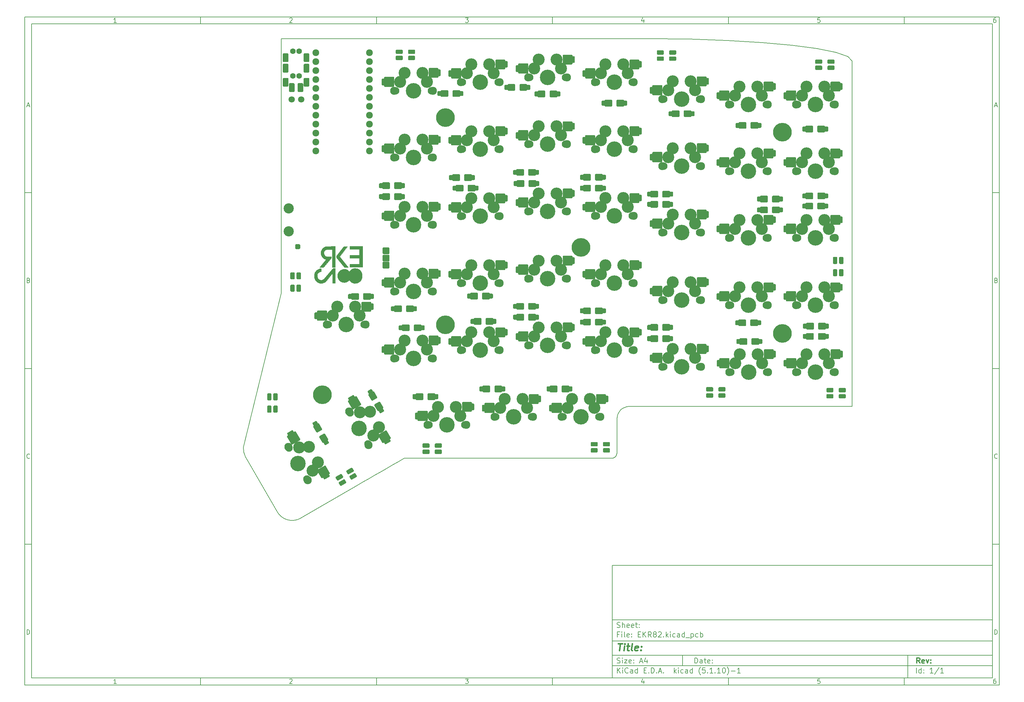
<source format=gbs>
G04 #@! TF.GenerationSoftware,KiCad,Pcbnew,(5.1.10)-1*
G04 #@! TF.CreationDate,2021-06-17T20:41:29+02:00*
G04 #@! TF.ProjectId,EKR82,454b5238-322e-46b6-9963-61645f706362,rev?*
G04 #@! TF.SameCoordinates,Original*
G04 #@! TF.FileFunction,Soldermask,Bot*
G04 #@! TF.FilePolarity,Negative*
%FSLAX46Y46*%
G04 Gerber Fmt 4.6, Leading zero omitted, Abs format (unit mm)*
G04 Created by KiCad (PCBNEW (5.1.10)-1) date 2021-06-17 20:41:29*
%MOMM*%
%LPD*%
G01*
G04 APERTURE LIST*
%ADD10C,0.100000*%
%ADD11C,0.150000*%
%ADD12C,0.300000*%
%ADD13C,0.400000*%
G04 #@! TA.AperFunction,Profile*
%ADD14C,0.150000*%
G04 #@! TD*
G04 #@! TA.AperFunction,Profile*
%ADD15C,0.200000*%
G04 #@! TD*
%ADD16C,1.924000*%
%ADD17C,5.300000*%
%ADD18C,3.400000*%
%ADD19C,2.100000*%
%ADD20C,2.300000*%
%ADD21C,4.400000*%
%ADD22C,0.500000*%
%ADD23C,1.600000*%
%ADD24C,1.797000*%
%ADD25C,2.900000*%
G04 APERTURE END LIST*
D10*
D11*
X177002200Y-166007200D02*
X177002200Y-198007200D01*
X285002200Y-198007200D01*
X285002200Y-166007200D01*
X177002200Y-166007200D01*
D10*
D11*
X10000000Y-10000000D02*
X10000000Y-200007200D01*
X287002200Y-200007200D01*
X287002200Y-10000000D01*
X10000000Y-10000000D01*
D10*
D11*
X12000000Y-12000000D02*
X12000000Y-198007200D01*
X285002200Y-198007200D01*
X285002200Y-12000000D01*
X12000000Y-12000000D01*
D10*
D11*
X60000000Y-12000000D02*
X60000000Y-10000000D01*
D10*
D11*
X110000000Y-12000000D02*
X110000000Y-10000000D01*
D10*
D11*
X160000000Y-12000000D02*
X160000000Y-10000000D01*
D10*
D11*
X210000000Y-12000000D02*
X210000000Y-10000000D01*
D10*
D11*
X260000000Y-12000000D02*
X260000000Y-10000000D01*
D10*
D11*
X36065476Y-11588095D02*
X35322619Y-11588095D01*
X35694047Y-11588095D02*
X35694047Y-10288095D01*
X35570238Y-10473809D01*
X35446428Y-10597619D01*
X35322619Y-10659523D01*
D10*
D11*
X85322619Y-10411904D02*
X85384523Y-10350000D01*
X85508333Y-10288095D01*
X85817857Y-10288095D01*
X85941666Y-10350000D01*
X86003571Y-10411904D01*
X86065476Y-10535714D01*
X86065476Y-10659523D01*
X86003571Y-10845238D01*
X85260714Y-11588095D01*
X86065476Y-11588095D01*
D10*
D11*
X135260714Y-10288095D02*
X136065476Y-10288095D01*
X135632142Y-10783333D01*
X135817857Y-10783333D01*
X135941666Y-10845238D01*
X136003571Y-10907142D01*
X136065476Y-11030952D01*
X136065476Y-11340476D01*
X136003571Y-11464285D01*
X135941666Y-11526190D01*
X135817857Y-11588095D01*
X135446428Y-11588095D01*
X135322619Y-11526190D01*
X135260714Y-11464285D01*
D10*
D11*
X185941666Y-10721428D02*
X185941666Y-11588095D01*
X185632142Y-10226190D02*
X185322619Y-11154761D01*
X186127380Y-11154761D01*
D10*
D11*
X236003571Y-10288095D02*
X235384523Y-10288095D01*
X235322619Y-10907142D01*
X235384523Y-10845238D01*
X235508333Y-10783333D01*
X235817857Y-10783333D01*
X235941666Y-10845238D01*
X236003571Y-10907142D01*
X236065476Y-11030952D01*
X236065476Y-11340476D01*
X236003571Y-11464285D01*
X235941666Y-11526190D01*
X235817857Y-11588095D01*
X235508333Y-11588095D01*
X235384523Y-11526190D01*
X235322619Y-11464285D01*
D10*
D11*
X285941666Y-10288095D02*
X285694047Y-10288095D01*
X285570238Y-10350000D01*
X285508333Y-10411904D01*
X285384523Y-10597619D01*
X285322619Y-10845238D01*
X285322619Y-11340476D01*
X285384523Y-11464285D01*
X285446428Y-11526190D01*
X285570238Y-11588095D01*
X285817857Y-11588095D01*
X285941666Y-11526190D01*
X286003571Y-11464285D01*
X286065476Y-11340476D01*
X286065476Y-11030952D01*
X286003571Y-10907142D01*
X285941666Y-10845238D01*
X285817857Y-10783333D01*
X285570238Y-10783333D01*
X285446428Y-10845238D01*
X285384523Y-10907142D01*
X285322619Y-11030952D01*
D10*
D11*
X60000000Y-198007200D02*
X60000000Y-200007200D01*
D10*
D11*
X110000000Y-198007200D02*
X110000000Y-200007200D01*
D10*
D11*
X160000000Y-198007200D02*
X160000000Y-200007200D01*
D10*
D11*
X210000000Y-198007200D02*
X210000000Y-200007200D01*
D10*
D11*
X260000000Y-198007200D02*
X260000000Y-200007200D01*
D10*
D11*
X36065476Y-199595295D02*
X35322619Y-199595295D01*
X35694047Y-199595295D02*
X35694047Y-198295295D01*
X35570238Y-198481009D01*
X35446428Y-198604819D01*
X35322619Y-198666723D01*
D10*
D11*
X85322619Y-198419104D02*
X85384523Y-198357200D01*
X85508333Y-198295295D01*
X85817857Y-198295295D01*
X85941666Y-198357200D01*
X86003571Y-198419104D01*
X86065476Y-198542914D01*
X86065476Y-198666723D01*
X86003571Y-198852438D01*
X85260714Y-199595295D01*
X86065476Y-199595295D01*
D10*
D11*
X135260714Y-198295295D02*
X136065476Y-198295295D01*
X135632142Y-198790533D01*
X135817857Y-198790533D01*
X135941666Y-198852438D01*
X136003571Y-198914342D01*
X136065476Y-199038152D01*
X136065476Y-199347676D01*
X136003571Y-199471485D01*
X135941666Y-199533390D01*
X135817857Y-199595295D01*
X135446428Y-199595295D01*
X135322619Y-199533390D01*
X135260714Y-199471485D01*
D10*
D11*
X185941666Y-198728628D02*
X185941666Y-199595295D01*
X185632142Y-198233390D02*
X185322619Y-199161961D01*
X186127380Y-199161961D01*
D10*
D11*
X236003571Y-198295295D02*
X235384523Y-198295295D01*
X235322619Y-198914342D01*
X235384523Y-198852438D01*
X235508333Y-198790533D01*
X235817857Y-198790533D01*
X235941666Y-198852438D01*
X236003571Y-198914342D01*
X236065476Y-199038152D01*
X236065476Y-199347676D01*
X236003571Y-199471485D01*
X235941666Y-199533390D01*
X235817857Y-199595295D01*
X235508333Y-199595295D01*
X235384523Y-199533390D01*
X235322619Y-199471485D01*
D10*
D11*
X285941666Y-198295295D02*
X285694047Y-198295295D01*
X285570238Y-198357200D01*
X285508333Y-198419104D01*
X285384523Y-198604819D01*
X285322619Y-198852438D01*
X285322619Y-199347676D01*
X285384523Y-199471485D01*
X285446428Y-199533390D01*
X285570238Y-199595295D01*
X285817857Y-199595295D01*
X285941666Y-199533390D01*
X286003571Y-199471485D01*
X286065476Y-199347676D01*
X286065476Y-199038152D01*
X286003571Y-198914342D01*
X285941666Y-198852438D01*
X285817857Y-198790533D01*
X285570238Y-198790533D01*
X285446428Y-198852438D01*
X285384523Y-198914342D01*
X285322619Y-199038152D01*
D10*
D11*
X10000000Y-60000000D02*
X12000000Y-60000000D01*
D10*
D11*
X10000000Y-110000000D02*
X12000000Y-110000000D01*
D10*
D11*
X10000000Y-160000000D02*
X12000000Y-160000000D01*
D10*
D11*
X10690476Y-35216666D02*
X11309523Y-35216666D01*
X10566666Y-35588095D02*
X11000000Y-34288095D01*
X11433333Y-35588095D01*
D10*
D11*
X11092857Y-84907142D02*
X11278571Y-84969047D01*
X11340476Y-85030952D01*
X11402380Y-85154761D01*
X11402380Y-85340476D01*
X11340476Y-85464285D01*
X11278571Y-85526190D01*
X11154761Y-85588095D01*
X10659523Y-85588095D01*
X10659523Y-84288095D01*
X11092857Y-84288095D01*
X11216666Y-84350000D01*
X11278571Y-84411904D01*
X11340476Y-84535714D01*
X11340476Y-84659523D01*
X11278571Y-84783333D01*
X11216666Y-84845238D01*
X11092857Y-84907142D01*
X10659523Y-84907142D01*
D10*
D11*
X11402380Y-135464285D02*
X11340476Y-135526190D01*
X11154761Y-135588095D01*
X11030952Y-135588095D01*
X10845238Y-135526190D01*
X10721428Y-135402380D01*
X10659523Y-135278571D01*
X10597619Y-135030952D01*
X10597619Y-134845238D01*
X10659523Y-134597619D01*
X10721428Y-134473809D01*
X10845238Y-134350000D01*
X11030952Y-134288095D01*
X11154761Y-134288095D01*
X11340476Y-134350000D01*
X11402380Y-134411904D01*
D10*
D11*
X10659523Y-185588095D02*
X10659523Y-184288095D01*
X10969047Y-184288095D01*
X11154761Y-184350000D01*
X11278571Y-184473809D01*
X11340476Y-184597619D01*
X11402380Y-184845238D01*
X11402380Y-185030952D01*
X11340476Y-185278571D01*
X11278571Y-185402380D01*
X11154761Y-185526190D01*
X10969047Y-185588095D01*
X10659523Y-185588095D01*
D10*
D11*
X287002200Y-60000000D02*
X285002200Y-60000000D01*
D10*
D11*
X287002200Y-110000000D02*
X285002200Y-110000000D01*
D10*
D11*
X287002200Y-160000000D02*
X285002200Y-160000000D01*
D10*
D11*
X285692676Y-35216666D02*
X286311723Y-35216666D01*
X285568866Y-35588095D02*
X286002200Y-34288095D01*
X286435533Y-35588095D01*
D10*
D11*
X286095057Y-84907142D02*
X286280771Y-84969047D01*
X286342676Y-85030952D01*
X286404580Y-85154761D01*
X286404580Y-85340476D01*
X286342676Y-85464285D01*
X286280771Y-85526190D01*
X286156961Y-85588095D01*
X285661723Y-85588095D01*
X285661723Y-84288095D01*
X286095057Y-84288095D01*
X286218866Y-84350000D01*
X286280771Y-84411904D01*
X286342676Y-84535714D01*
X286342676Y-84659523D01*
X286280771Y-84783333D01*
X286218866Y-84845238D01*
X286095057Y-84907142D01*
X285661723Y-84907142D01*
D10*
D11*
X286404580Y-135464285D02*
X286342676Y-135526190D01*
X286156961Y-135588095D01*
X286033152Y-135588095D01*
X285847438Y-135526190D01*
X285723628Y-135402380D01*
X285661723Y-135278571D01*
X285599819Y-135030952D01*
X285599819Y-134845238D01*
X285661723Y-134597619D01*
X285723628Y-134473809D01*
X285847438Y-134350000D01*
X286033152Y-134288095D01*
X286156961Y-134288095D01*
X286342676Y-134350000D01*
X286404580Y-134411904D01*
D10*
D11*
X285661723Y-185588095D02*
X285661723Y-184288095D01*
X285971247Y-184288095D01*
X286156961Y-184350000D01*
X286280771Y-184473809D01*
X286342676Y-184597619D01*
X286404580Y-184845238D01*
X286404580Y-185030952D01*
X286342676Y-185278571D01*
X286280771Y-185402380D01*
X286156961Y-185526190D01*
X285971247Y-185588095D01*
X285661723Y-185588095D01*
D10*
D11*
X200434342Y-193785771D02*
X200434342Y-192285771D01*
X200791485Y-192285771D01*
X201005771Y-192357200D01*
X201148628Y-192500057D01*
X201220057Y-192642914D01*
X201291485Y-192928628D01*
X201291485Y-193142914D01*
X201220057Y-193428628D01*
X201148628Y-193571485D01*
X201005771Y-193714342D01*
X200791485Y-193785771D01*
X200434342Y-193785771D01*
X202577200Y-193785771D02*
X202577200Y-193000057D01*
X202505771Y-192857200D01*
X202362914Y-192785771D01*
X202077200Y-192785771D01*
X201934342Y-192857200D01*
X202577200Y-193714342D02*
X202434342Y-193785771D01*
X202077200Y-193785771D01*
X201934342Y-193714342D01*
X201862914Y-193571485D01*
X201862914Y-193428628D01*
X201934342Y-193285771D01*
X202077200Y-193214342D01*
X202434342Y-193214342D01*
X202577200Y-193142914D01*
X203077200Y-192785771D02*
X203648628Y-192785771D01*
X203291485Y-192285771D02*
X203291485Y-193571485D01*
X203362914Y-193714342D01*
X203505771Y-193785771D01*
X203648628Y-193785771D01*
X204720057Y-193714342D02*
X204577200Y-193785771D01*
X204291485Y-193785771D01*
X204148628Y-193714342D01*
X204077200Y-193571485D01*
X204077200Y-193000057D01*
X204148628Y-192857200D01*
X204291485Y-192785771D01*
X204577200Y-192785771D01*
X204720057Y-192857200D01*
X204791485Y-193000057D01*
X204791485Y-193142914D01*
X204077200Y-193285771D01*
X205434342Y-193642914D02*
X205505771Y-193714342D01*
X205434342Y-193785771D01*
X205362914Y-193714342D01*
X205434342Y-193642914D01*
X205434342Y-193785771D01*
X205434342Y-192857200D02*
X205505771Y-192928628D01*
X205434342Y-193000057D01*
X205362914Y-192928628D01*
X205434342Y-192857200D01*
X205434342Y-193000057D01*
D10*
D11*
X177002200Y-194507200D02*
X285002200Y-194507200D01*
D10*
D11*
X178434342Y-196585771D02*
X178434342Y-195085771D01*
X179291485Y-196585771D02*
X178648628Y-195728628D01*
X179291485Y-195085771D02*
X178434342Y-195942914D01*
X179934342Y-196585771D02*
X179934342Y-195585771D01*
X179934342Y-195085771D02*
X179862914Y-195157200D01*
X179934342Y-195228628D01*
X180005771Y-195157200D01*
X179934342Y-195085771D01*
X179934342Y-195228628D01*
X181505771Y-196442914D02*
X181434342Y-196514342D01*
X181220057Y-196585771D01*
X181077200Y-196585771D01*
X180862914Y-196514342D01*
X180720057Y-196371485D01*
X180648628Y-196228628D01*
X180577200Y-195942914D01*
X180577200Y-195728628D01*
X180648628Y-195442914D01*
X180720057Y-195300057D01*
X180862914Y-195157200D01*
X181077200Y-195085771D01*
X181220057Y-195085771D01*
X181434342Y-195157200D01*
X181505771Y-195228628D01*
X182791485Y-196585771D02*
X182791485Y-195800057D01*
X182720057Y-195657200D01*
X182577200Y-195585771D01*
X182291485Y-195585771D01*
X182148628Y-195657200D01*
X182791485Y-196514342D02*
X182648628Y-196585771D01*
X182291485Y-196585771D01*
X182148628Y-196514342D01*
X182077200Y-196371485D01*
X182077200Y-196228628D01*
X182148628Y-196085771D01*
X182291485Y-196014342D01*
X182648628Y-196014342D01*
X182791485Y-195942914D01*
X184148628Y-196585771D02*
X184148628Y-195085771D01*
X184148628Y-196514342D02*
X184005771Y-196585771D01*
X183720057Y-196585771D01*
X183577200Y-196514342D01*
X183505771Y-196442914D01*
X183434342Y-196300057D01*
X183434342Y-195871485D01*
X183505771Y-195728628D01*
X183577200Y-195657200D01*
X183720057Y-195585771D01*
X184005771Y-195585771D01*
X184148628Y-195657200D01*
X186005771Y-195800057D02*
X186505771Y-195800057D01*
X186720057Y-196585771D02*
X186005771Y-196585771D01*
X186005771Y-195085771D01*
X186720057Y-195085771D01*
X187362914Y-196442914D02*
X187434342Y-196514342D01*
X187362914Y-196585771D01*
X187291485Y-196514342D01*
X187362914Y-196442914D01*
X187362914Y-196585771D01*
X188077200Y-196585771D02*
X188077200Y-195085771D01*
X188434342Y-195085771D01*
X188648628Y-195157200D01*
X188791485Y-195300057D01*
X188862914Y-195442914D01*
X188934342Y-195728628D01*
X188934342Y-195942914D01*
X188862914Y-196228628D01*
X188791485Y-196371485D01*
X188648628Y-196514342D01*
X188434342Y-196585771D01*
X188077200Y-196585771D01*
X189577200Y-196442914D02*
X189648628Y-196514342D01*
X189577200Y-196585771D01*
X189505771Y-196514342D01*
X189577200Y-196442914D01*
X189577200Y-196585771D01*
X190220057Y-196157200D02*
X190934342Y-196157200D01*
X190077200Y-196585771D02*
X190577200Y-195085771D01*
X191077200Y-196585771D01*
X191577200Y-196442914D02*
X191648628Y-196514342D01*
X191577200Y-196585771D01*
X191505771Y-196514342D01*
X191577200Y-196442914D01*
X191577200Y-196585771D01*
X194577200Y-196585771D02*
X194577200Y-195085771D01*
X194720057Y-196014342D02*
X195148628Y-196585771D01*
X195148628Y-195585771D02*
X194577200Y-196157200D01*
X195791485Y-196585771D02*
X195791485Y-195585771D01*
X195791485Y-195085771D02*
X195720057Y-195157200D01*
X195791485Y-195228628D01*
X195862914Y-195157200D01*
X195791485Y-195085771D01*
X195791485Y-195228628D01*
X197148628Y-196514342D02*
X197005771Y-196585771D01*
X196720057Y-196585771D01*
X196577200Y-196514342D01*
X196505771Y-196442914D01*
X196434342Y-196300057D01*
X196434342Y-195871485D01*
X196505771Y-195728628D01*
X196577200Y-195657200D01*
X196720057Y-195585771D01*
X197005771Y-195585771D01*
X197148628Y-195657200D01*
X198434342Y-196585771D02*
X198434342Y-195800057D01*
X198362914Y-195657200D01*
X198220057Y-195585771D01*
X197934342Y-195585771D01*
X197791485Y-195657200D01*
X198434342Y-196514342D02*
X198291485Y-196585771D01*
X197934342Y-196585771D01*
X197791485Y-196514342D01*
X197720057Y-196371485D01*
X197720057Y-196228628D01*
X197791485Y-196085771D01*
X197934342Y-196014342D01*
X198291485Y-196014342D01*
X198434342Y-195942914D01*
X199791485Y-196585771D02*
X199791485Y-195085771D01*
X199791485Y-196514342D02*
X199648628Y-196585771D01*
X199362914Y-196585771D01*
X199220057Y-196514342D01*
X199148628Y-196442914D01*
X199077200Y-196300057D01*
X199077200Y-195871485D01*
X199148628Y-195728628D01*
X199220057Y-195657200D01*
X199362914Y-195585771D01*
X199648628Y-195585771D01*
X199791485Y-195657200D01*
X202077200Y-197157200D02*
X202005771Y-197085771D01*
X201862914Y-196871485D01*
X201791485Y-196728628D01*
X201720057Y-196514342D01*
X201648628Y-196157200D01*
X201648628Y-195871485D01*
X201720057Y-195514342D01*
X201791485Y-195300057D01*
X201862914Y-195157200D01*
X202005771Y-194942914D01*
X202077200Y-194871485D01*
X203362914Y-195085771D02*
X202648628Y-195085771D01*
X202577200Y-195800057D01*
X202648628Y-195728628D01*
X202791485Y-195657200D01*
X203148628Y-195657200D01*
X203291485Y-195728628D01*
X203362914Y-195800057D01*
X203434342Y-195942914D01*
X203434342Y-196300057D01*
X203362914Y-196442914D01*
X203291485Y-196514342D01*
X203148628Y-196585771D01*
X202791485Y-196585771D01*
X202648628Y-196514342D01*
X202577200Y-196442914D01*
X204077200Y-196442914D02*
X204148628Y-196514342D01*
X204077200Y-196585771D01*
X204005771Y-196514342D01*
X204077200Y-196442914D01*
X204077200Y-196585771D01*
X205577200Y-196585771D02*
X204720057Y-196585771D01*
X205148628Y-196585771D02*
X205148628Y-195085771D01*
X205005771Y-195300057D01*
X204862914Y-195442914D01*
X204720057Y-195514342D01*
X206220057Y-196442914D02*
X206291485Y-196514342D01*
X206220057Y-196585771D01*
X206148628Y-196514342D01*
X206220057Y-196442914D01*
X206220057Y-196585771D01*
X207720057Y-196585771D02*
X206862914Y-196585771D01*
X207291485Y-196585771D02*
X207291485Y-195085771D01*
X207148628Y-195300057D01*
X207005771Y-195442914D01*
X206862914Y-195514342D01*
X208648628Y-195085771D02*
X208791485Y-195085771D01*
X208934342Y-195157200D01*
X209005771Y-195228628D01*
X209077200Y-195371485D01*
X209148628Y-195657200D01*
X209148628Y-196014342D01*
X209077200Y-196300057D01*
X209005771Y-196442914D01*
X208934342Y-196514342D01*
X208791485Y-196585771D01*
X208648628Y-196585771D01*
X208505771Y-196514342D01*
X208434342Y-196442914D01*
X208362914Y-196300057D01*
X208291485Y-196014342D01*
X208291485Y-195657200D01*
X208362914Y-195371485D01*
X208434342Y-195228628D01*
X208505771Y-195157200D01*
X208648628Y-195085771D01*
X209648628Y-197157200D02*
X209720057Y-197085771D01*
X209862914Y-196871485D01*
X209934342Y-196728628D01*
X210005771Y-196514342D01*
X210077200Y-196157200D01*
X210077200Y-195871485D01*
X210005771Y-195514342D01*
X209934342Y-195300057D01*
X209862914Y-195157200D01*
X209720057Y-194942914D01*
X209648628Y-194871485D01*
X210791485Y-196014342D02*
X211934342Y-196014342D01*
X213434342Y-196585771D02*
X212577200Y-196585771D01*
X213005771Y-196585771D02*
X213005771Y-195085771D01*
X212862914Y-195300057D01*
X212720057Y-195442914D01*
X212577200Y-195514342D01*
D10*
D11*
X177002200Y-191507200D02*
X285002200Y-191507200D01*
D10*
D12*
X264411485Y-193785771D02*
X263911485Y-193071485D01*
X263554342Y-193785771D02*
X263554342Y-192285771D01*
X264125771Y-192285771D01*
X264268628Y-192357200D01*
X264340057Y-192428628D01*
X264411485Y-192571485D01*
X264411485Y-192785771D01*
X264340057Y-192928628D01*
X264268628Y-193000057D01*
X264125771Y-193071485D01*
X263554342Y-193071485D01*
X265625771Y-193714342D02*
X265482914Y-193785771D01*
X265197200Y-193785771D01*
X265054342Y-193714342D01*
X264982914Y-193571485D01*
X264982914Y-193000057D01*
X265054342Y-192857200D01*
X265197200Y-192785771D01*
X265482914Y-192785771D01*
X265625771Y-192857200D01*
X265697200Y-193000057D01*
X265697200Y-193142914D01*
X264982914Y-193285771D01*
X266197200Y-192785771D02*
X266554342Y-193785771D01*
X266911485Y-192785771D01*
X267482914Y-193642914D02*
X267554342Y-193714342D01*
X267482914Y-193785771D01*
X267411485Y-193714342D01*
X267482914Y-193642914D01*
X267482914Y-193785771D01*
X267482914Y-192857200D02*
X267554342Y-192928628D01*
X267482914Y-193000057D01*
X267411485Y-192928628D01*
X267482914Y-192857200D01*
X267482914Y-193000057D01*
D10*
D11*
X178362914Y-193714342D02*
X178577200Y-193785771D01*
X178934342Y-193785771D01*
X179077200Y-193714342D01*
X179148628Y-193642914D01*
X179220057Y-193500057D01*
X179220057Y-193357200D01*
X179148628Y-193214342D01*
X179077200Y-193142914D01*
X178934342Y-193071485D01*
X178648628Y-193000057D01*
X178505771Y-192928628D01*
X178434342Y-192857200D01*
X178362914Y-192714342D01*
X178362914Y-192571485D01*
X178434342Y-192428628D01*
X178505771Y-192357200D01*
X178648628Y-192285771D01*
X179005771Y-192285771D01*
X179220057Y-192357200D01*
X179862914Y-193785771D02*
X179862914Y-192785771D01*
X179862914Y-192285771D02*
X179791485Y-192357200D01*
X179862914Y-192428628D01*
X179934342Y-192357200D01*
X179862914Y-192285771D01*
X179862914Y-192428628D01*
X180434342Y-192785771D02*
X181220057Y-192785771D01*
X180434342Y-193785771D01*
X181220057Y-193785771D01*
X182362914Y-193714342D02*
X182220057Y-193785771D01*
X181934342Y-193785771D01*
X181791485Y-193714342D01*
X181720057Y-193571485D01*
X181720057Y-193000057D01*
X181791485Y-192857200D01*
X181934342Y-192785771D01*
X182220057Y-192785771D01*
X182362914Y-192857200D01*
X182434342Y-193000057D01*
X182434342Y-193142914D01*
X181720057Y-193285771D01*
X183077200Y-193642914D02*
X183148628Y-193714342D01*
X183077200Y-193785771D01*
X183005771Y-193714342D01*
X183077200Y-193642914D01*
X183077200Y-193785771D01*
X183077200Y-192857200D02*
X183148628Y-192928628D01*
X183077200Y-193000057D01*
X183005771Y-192928628D01*
X183077200Y-192857200D01*
X183077200Y-193000057D01*
X184862914Y-193357200D02*
X185577200Y-193357200D01*
X184720057Y-193785771D02*
X185220057Y-192285771D01*
X185720057Y-193785771D01*
X186862914Y-192785771D02*
X186862914Y-193785771D01*
X186505771Y-192214342D02*
X186148628Y-193285771D01*
X187077200Y-193285771D01*
D10*
D11*
X263434342Y-196585771D02*
X263434342Y-195085771D01*
X264791485Y-196585771D02*
X264791485Y-195085771D01*
X264791485Y-196514342D02*
X264648628Y-196585771D01*
X264362914Y-196585771D01*
X264220057Y-196514342D01*
X264148628Y-196442914D01*
X264077200Y-196300057D01*
X264077200Y-195871485D01*
X264148628Y-195728628D01*
X264220057Y-195657200D01*
X264362914Y-195585771D01*
X264648628Y-195585771D01*
X264791485Y-195657200D01*
X265505771Y-196442914D02*
X265577200Y-196514342D01*
X265505771Y-196585771D01*
X265434342Y-196514342D01*
X265505771Y-196442914D01*
X265505771Y-196585771D01*
X265505771Y-195657200D02*
X265577200Y-195728628D01*
X265505771Y-195800057D01*
X265434342Y-195728628D01*
X265505771Y-195657200D01*
X265505771Y-195800057D01*
X268148628Y-196585771D02*
X267291485Y-196585771D01*
X267720057Y-196585771D02*
X267720057Y-195085771D01*
X267577200Y-195300057D01*
X267434342Y-195442914D01*
X267291485Y-195514342D01*
X269862914Y-195014342D02*
X268577200Y-196942914D01*
X271148628Y-196585771D02*
X270291485Y-196585771D01*
X270720057Y-196585771D02*
X270720057Y-195085771D01*
X270577200Y-195300057D01*
X270434342Y-195442914D01*
X270291485Y-195514342D01*
D10*
D11*
X177002200Y-187507200D02*
X285002200Y-187507200D01*
D10*
D13*
X178714580Y-188211961D02*
X179857438Y-188211961D01*
X179036009Y-190211961D02*
X179286009Y-188211961D01*
X180274104Y-190211961D02*
X180440771Y-188878628D01*
X180524104Y-188211961D02*
X180416961Y-188307200D01*
X180500295Y-188402438D01*
X180607438Y-188307200D01*
X180524104Y-188211961D01*
X180500295Y-188402438D01*
X181107438Y-188878628D02*
X181869342Y-188878628D01*
X181476485Y-188211961D02*
X181262200Y-189926247D01*
X181333628Y-190116723D01*
X181512200Y-190211961D01*
X181702676Y-190211961D01*
X182655057Y-190211961D02*
X182476485Y-190116723D01*
X182405057Y-189926247D01*
X182619342Y-188211961D01*
X184190771Y-190116723D02*
X183988390Y-190211961D01*
X183607438Y-190211961D01*
X183428866Y-190116723D01*
X183357438Y-189926247D01*
X183452676Y-189164342D01*
X183571723Y-188973866D01*
X183774104Y-188878628D01*
X184155057Y-188878628D01*
X184333628Y-188973866D01*
X184405057Y-189164342D01*
X184381247Y-189354819D01*
X183405057Y-189545295D01*
X185155057Y-190021485D02*
X185238390Y-190116723D01*
X185131247Y-190211961D01*
X185047914Y-190116723D01*
X185155057Y-190021485D01*
X185131247Y-190211961D01*
X185286009Y-188973866D02*
X185369342Y-189069104D01*
X185262200Y-189164342D01*
X185178866Y-189069104D01*
X185286009Y-188973866D01*
X185262200Y-189164342D01*
D10*
D11*
X178934342Y-185600057D02*
X178434342Y-185600057D01*
X178434342Y-186385771D02*
X178434342Y-184885771D01*
X179148628Y-184885771D01*
X179720057Y-186385771D02*
X179720057Y-185385771D01*
X179720057Y-184885771D02*
X179648628Y-184957200D01*
X179720057Y-185028628D01*
X179791485Y-184957200D01*
X179720057Y-184885771D01*
X179720057Y-185028628D01*
X180648628Y-186385771D02*
X180505771Y-186314342D01*
X180434342Y-186171485D01*
X180434342Y-184885771D01*
X181791485Y-186314342D02*
X181648628Y-186385771D01*
X181362914Y-186385771D01*
X181220057Y-186314342D01*
X181148628Y-186171485D01*
X181148628Y-185600057D01*
X181220057Y-185457200D01*
X181362914Y-185385771D01*
X181648628Y-185385771D01*
X181791485Y-185457200D01*
X181862914Y-185600057D01*
X181862914Y-185742914D01*
X181148628Y-185885771D01*
X182505771Y-186242914D02*
X182577200Y-186314342D01*
X182505771Y-186385771D01*
X182434342Y-186314342D01*
X182505771Y-186242914D01*
X182505771Y-186385771D01*
X182505771Y-185457200D02*
X182577200Y-185528628D01*
X182505771Y-185600057D01*
X182434342Y-185528628D01*
X182505771Y-185457200D01*
X182505771Y-185600057D01*
X184362914Y-185600057D02*
X184862914Y-185600057D01*
X185077200Y-186385771D02*
X184362914Y-186385771D01*
X184362914Y-184885771D01*
X185077200Y-184885771D01*
X185720057Y-186385771D02*
X185720057Y-184885771D01*
X186577200Y-186385771D02*
X185934342Y-185528628D01*
X186577200Y-184885771D02*
X185720057Y-185742914D01*
X188077200Y-186385771D02*
X187577200Y-185671485D01*
X187220057Y-186385771D02*
X187220057Y-184885771D01*
X187791485Y-184885771D01*
X187934342Y-184957200D01*
X188005771Y-185028628D01*
X188077200Y-185171485D01*
X188077200Y-185385771D01*
X188005771Y-185528628D01*
X187934342Y-185600057D01*
X187791485Y-185671485D01*
X187220057Y-185671485D01*
X188934342Y-185528628D02*
X188791485Y-185457200D01*
X188720057Y-185385771D01*
X188648628Y-185242914D01*
X188648628Y-185171485D01*
X188720057Y-185028628D01*
X188791485Y-184957200D01*
X188934342Y-184885771D01*
X189220057Y-184885771D01*
X189362914Y-184957200D01*
X189434342Y-185028628D01*
X189505771Y-185171485D01*
X189505771Y-185242914D01*
X189434342Y-185385771D01*
X189362914Y-185457200D01*
X189220057Y-185528628D01*
X188934342Y-185528628D01*
X188791485Y-185600057D01*
X188720057Y-185671485D01*
X188648628Y-185814342D01*
X188648628Y-186100057D01*
X188720057Y-186242914D01*
X188791485Y-186314342D01*
X188934342Y-186385771D01*
X189220057Y-186385771D01*
X189362914Y-186314342D01*
X189434342Y-186242914D01*
X189505771Y-186100057D01*
X189505771Y-185814342D01*
X189434342Y-185671485D01*
X189362914Y-185600057D01*
X189220057Y-185528628D01*
X190077200Y-185028628D02*
X190148628Y-184957200D01*
X190291485Y-184885771D01*
X190648628Y-184885771D01*
X190791485Y-184957200D01*
X190862914Y-185028628D01*
X190934342Y-185171485D01*
X190934342Y-185314342D01*
X190862914Y-185528628D01*
X190005771Y-186385771D01*
X190934342Y-186385771D01*
X191577200Y-186242914D02*
X191648628Y-186314342D01*
X191577200Y-186385771D01*
X191505771Y-186314342D01*
X191577200Y-186242914D01*
X191577200Y-186385771D01*
X192291485Y-186385771D02*
X192291485Y-184885771D01*
X192434342Y-185814342D02*
X192862914Y-186385771D01*
X192862914Y-185385771D02*
X192291485Y-185957200D01*
X193505771Y-186385771D02*
X193505771Y-185385771D01*
X193505771Y-184885771D02*
X193434342Y-184957200D01*
X193505771Y-185028628D01*
X193577200Y-184957200D01*
X193505771Y-184885771D01*
X193505771Y-185028628D01*
X194862914Y-186314342D02*
X194720057Y-186385771D01*
X194434342Y-186385771D01*
X194291485Y-186314342D01*
X194220057Y-186242914D01*
X194148628Y-186100057D01*
X194148628Y-185671485D01*
X194220057Y-185528628D01*
X194291485Y-185457200D01*
X194434342Y-185385771D01*
X194720057Y-185385771D01*
X194862914Y-185457200D01*
X196148628Y-186385771D02*
X196148628Y-185600057D01*
X196077200Y-185457200D01*
X195934342Y-185385771D01*
X195648628Y-185385771D01*
X195505771Y-185457200D01*
X196148628Y-186314342D02*
X196005771Y-186385771D01*
X195648628Y-186385771D01*
X195505771Y-186314342D01*
X195434342Y-186171485D01*
X195434342Y-186028628D01*
X195505771Y-185885771D01*
X195648628Y-185814342D01*
X196005771Y-185814342D01*
X196148628Y-185742914D01*
X197505771Y-186385771D02*
X197505771Y-184885771D01*
X197505771Y-186314342D02*
X197362914Y-186385771D01*
X197077200Y-186385771D01*
X196934342Y-186314342D01*
X196862914Y-186242914D01*
X196791485Y-186100057D01*
X196791485Y-185671485D01*
X196862914Y-185528628D01*
X196934342Y-185457200D01*
X197077200Y-185385771D01*
X197362914Y-185385771D01*
X197505771Y-185457200D01*
X197862914Y-186528628D02*
X199005771Y-186528628D01*
X199362914Y-185385771D02*
X199362914Y-186885771D01*
X199362914Y-185457200D02*
X199505771Y-185385771D01*
X199791485Y-185385771D01*
X199934342Y-185457200D01*
X200005771Y-185528628D01*
X200077200Y-185671485D01*
X200077200Y-186100057D01*
X200005771Y-186242914D01*
X199934342Y-186314342D01*
X199791485Y-186385771D01*
X199505771Y-186385771D01*
X199362914Y-186314342D01*
X201362914Y-186314342D02*
X201220057Y-186385771D01*
X200934342Y-186385771D01*
X200791485Y-186314342D01*
X200720057Y-186242914D01*
X200648628Y-186100057D01*
X200648628Y-185671485D01*
X200720057Y-185528628D01*
X200791485Y-185457200D01*
X200934342Y-185385771D01*
X201220057Y-185385771D01*
X201362914Y-185457200D01*
X202005771Y-186385771D02*
X202005771Y-184885771D01*
X202005771Y-185457200D02*
X202148628Y-185385771D01*
X202434342Y-185385771D01*
X202577200Y-185457200D01*
X202648628Y-185528628D01*
X202720057Y-185671485D01*
X202720057Y-186100057D01*
X202648628Y-186242914D01*
X202577200Y-186314342D01*
X202434342Y-186385771D01*
X202148628Y-186385771D01*
X202005771Y-186314342D01*
D10*
D11*
X177002200Y-181507200D02*
X285002200Y-181507200D01*
D10*
D11*
X178362914Y-183614342D02*
X178577200Y-183685771D01*
X178934342Y-183685771D01*
X179077200Y-183614342D01*
X179148628Y-183542914D01*
X179220057Y-183400057D01*
X179220057Y-183257200D01*
X179148628Y-183114342D01*
X179077200Y-183042914D01*
X178934342Y-182971485D01*
X178648628Y-182900057D01*
X178505771Y-182828628D01*
X178434342Y-182757200D01*
X178362914Y-182614342D01*
X178362914Y-182471485D01*
X178434342Y-182328628D01*
X178505771Y-182257200D01*
X178648628Y-182185771D01*
X179005771Y-182185771D01*
X179220057Y-182257200D01*
X179862914Y-183685771D02*
X179862914Y-182185771D01*
X180505771Y-183685771D02*
X180505771Y-182900057D01*
X180434342Y-182757200D01*
X180291485Y-182685771D01*
X180077200Y-182685771D01*
X179934342Y-182757200D01*
X179862914Y-182828628D01*
X181791485Y-183614342D02*
X181648628Y-183685771D01*
X181362914Y-183685771D01*
X181220057Y-183614342D01*
X181148628Y-183471485D01*
X181148628Y-182900057D01*
X181220057Y-182757200D01*
X181362914Y-182685771D01*
X181648628Y-182685771D01*
X181791485Y-182757200D01*
X181862914Y-182900057D01*
X181862914Y-183042914D01*
X181148628Y-183185771D01*
X183077200Y-183614342D02*
X182934342Y-183685771D01*
X182648628Y-183685771D01*
X182505771Y-183614342D01*
X182434342Y-183471485D01*
X182434342Y-182900057D01*
X182505771Y-182757200D01*
X182648628Y-182685771D01*
X182934342Y-182685771D01*
X183077200Y-182757200D01*
X183148628Y-182900057D01*
X183148628Y-183042914D01*
X182434342Y-183185771D01*
X183577200Y-182685771D02*
X184148628Y-182685771D01*
X183791485Y-182185771D02*
X183791485Y-183471485D01*
X183862914Y-183614342D01*
X184005771Y-183685771D01*
X184148628Y-183685771D01*
X184648628Y-183542914D02*
X184720057Y-183614342D01*
X184648628Y-183685771D01*
X184577200Y-183614342D01*
X184648628Y-183542914D01*
X184648628Y-183685771D01*
X184648628Y-182757200D02*
X184720057Y-182828628D01*
X184648628Y-182900057D01*
X184577200Y-182828628D01*
X184648628Y-182757200D01*
X184648628Y-182900057D01*
D10*
D11*
X197002200Y-191507200D02*
X197002200Y-194507200D01*
D10*
D11*
X261002200Y-191507200D02*
X261002200Y-198007200D01*
D14*
X72674503Y-134960305D02*
G75*
G02*
X72175000Y-132325000I4376397J2194505D01*
G01*
X88345583Y-152620389D02*
G75*
G02*
X81699101Y-150634699I-2328483J4322489D01*
G01*
X72674503Y-134960305D02*
X81699101Y-150634699D01*
X104456758Y-143271756D02*
X88345583Y-152620389D01*
X245120000Y-120789735D02*
X245120000Y-22546755D01*
X223959999Y-120789735D02*
X245120000Y-120789735D01*
X82937528Y-38136762D02*
X82937528Y-16196762D01*
D15*
X240549319Y-20073847D02*
X235185697Y-18995159D01*
X235185697Y-18995159D02*
X228080758Y-18055561D01*
X116186619Y-136480784D02*
X117862313Y-135510645D01*
X114510925Y-137450923D02*
X116186619Y-136480784D01*
X82937528Y-50750629D02*
X82937528Y-44443695D01*
X82937528Y-57057562D02*
X82937528Y-50750629D01*
X142171711Y-16196762D02*
X131763877Y-16196762D01*
X218692418Y-120789735D02*
X223959999Y-120789735D01*
X213424836Y-120789735D02*
X218692418Y-120789735D01*
X208157255Y-120789735D02*
X213424836Y-120789735D01*
X202889673Y-120789735D02*
X208157255Y-120789735D01*
X197622092Y-120789735D02*
X202889673Y-120789735D01*
X192354511Y-120789735D02*
X197622092Y-120789735D01*
X187086929Y-120789735D02*
X192354511Y-120789735D01*
X181819348Y-120789735D02*
X187086929Y-120789735D01*
X181113524Y-120860778D02*
X181819348Y-120789735D01*
X180456326Y-121064561D02*
X181113524Y-120860778D01*
X179861773Y-121387065D02*
X180456326Y-121064561D01*
X179343884Y-121814271D02*
X179861773Y-121387065D01*
X178916678Y-122332160D02*
X179343884Y-121814271D01*
X178594174Y-122926713D02*
X178916678Y-122332160D01*
X178390391Y-123583911D02*
X178594174Y-122926713D01*
X178319348Y-124289735D02*
X178390391Y-123583911D01*
X219467654Y-17280488D02*
X209579538Y-16695374D01*
X228080758Y-18055561D02*
X219467654Y-17280488D01*
X198649563Y-16325654D02*
X186910881Y-16196762D01*
X209579538Y-16695374D02*
X198649563Y-16325654D01*
X177658308Y-135255660D02*
X177403500Y-135393876D01*
X177880261Y-135072571D02*
X177658308Y-135255660D01*
X178063349Y-134850619D02*
X177880261Y-135072571D01*
X178201565Y-134595810D02*
X178063349Y-134850619D01*
X178288901Y-134314154D02*
X178201565Y-134595810D01*
X178319348Y-134034052D02*
X178288901Y-134314154D01*
X82937528Y-69671429D02*
X82937528Y-63364495D01*
X82937528Y-75978362D02*
X82937528Y-69671429D01*
X82937528Y-82285296D02*
X82937528Y-75978362D01*
X82937528Y-88592229D02*
X82937528Y-82285296D01*
X131763877Y-16196762D02*
X121356044Y-16196762D01*
X152579545Y-16196762D02*
X142171711Y-16196762D01*
X162987379Y-16196762D02*
X152579545Y-16196762D01*
X173395213Y-16196762D02*
X162987379Y-16196762D01*
X186910881Y-16196762D02*
X173395213Y-16196762D01*
X121356044Y-16196762D02*
X82937528Y-16196762D01*
X82937528Y-63364495D02*
X82937528Y-57057562D01*
X82937528Y-44443695D02*
X82937528Y-38136762D01*
X82937777Y-88592317D02*
X72175000Y-132325000D01*
X112835230Y-138421062D02*
X114510925Y-137450923D01*
X111159536Y-139391201D02*
X112835230Y-138421062D01*
X109483841Y-140361340D02*
X111159536Y-139391201D01*
X107808147Y-141331479D02*
X109483841Y-140361340D01*
X106132452Y-142301617D02*
X107808147Y-141331479D01*
X104456758Y-143271756D02*
X106132452Y-142301617D01*
X169449826Y-135511658D02*
X176819348Y-135511658D01*
X162080304Y-135511658D02*
X169449826Y-135511658D01*
X154710782Y-135511658D02*
X162080304Y-135511658D01*
X147341260Y-135511658D02*
X154710782Y-135511658D01*
X139971738Y-135511658D02*
X147341260Y-135511658D01*
X132602217Y-135511658D02*
X139971738Y-135511658D01*
X125232695Y-135511658D02*
X132602217Y-135511658D01*
X117863173Y-135511658D02*
X125232695Y-135511658D01*
X178319348Y-132816013D02*
X178319348Y-134034052D01*
X178319348Y-131597973D02*
X178319348Y-132816013D01*
X178319348Y-130379933D02*
X178319348Y-131597973D01*
X178319348Y-129161894D02*
X178319348Y-130379933D01*
X178319348Y-127943854D02*
X178319348Y-129161894D01*
X178319348Y-126725814D02*
X178319348Y-127943854D01*
X178319348Y-125507775D02*
X178319348Y-126725814D01*
X178319348Y-124289735D02*
X178319348Y-125507775D01*
X177121844Y-135481211D02*
X176819348Y-135511658D01*
X177403500Y-135393876D02*
X177121844Y-135481211D01*
X243938471Y-21266190D02*
X240549319Y-20073847D01*
X245120000Y-22546755D02*
X243938471Y-21266190D01*
D10*
G36*
X102369020Y-76093380D02*
G01*
X105125480Y-76093380D01*
X105125480Y-77769390D01*
X102428570Y-77769390D01*
X102428570Y-78637170D01*
X105125480Y-78637170D01*
X105125480Y-80321670D01*
X102360501Y-80321670D01*
X102360501Y-81180960D01*
X105993290Y-81180960D01*
X105993290Y-75234090D01*
X102369020Y-75234090D01*
X102369020Y-76093380D01*
G37*
X102369020Y-76093380D02*
X105125480Y-76093380D01*
X105125480Y-77769390D01*
X102428570Y-77769390D01*
X102428570Y-78637170D01*
X105125480Y-78637170D01*
X105125480Y-80321670D01*
X102360501Y-80321670D01*
X102360501Y-81180960D01*
X105993290Y-81180960D01*
X105993290Y-75234090D01*
X102369020Y-75234090D01*
X102369020Y-76093380D01*
G36*
X98593730Y-78010980D02*
G01*
X98593730Y-78444840D01*
X100865270Y-81201330D01*
X101988290Y-81201330D01*
X99478520Y-78206640D01*
X101750060Y-75254460D01*
X100669610Y-75254460D01*
X98593730Y-78010980D01*
G37*
X98593730Y-78010980D02*
X98593730Y-78444840D01*
X100865270Y-81201330D01*
X101988290Y-81201330D01*
X99478520Y-78206640D01*
X101750060Y-75254460D01*
X100669610Y-75254460D01*
X98593730Y-78010980D01*
G36*
X95171900Y-84369510D02*
G01*
X95030240Y-84517680D01*
X94875980Y-84638550D01*
X94795070Y-84688740D01*
X94627790Y-84768690D01*
X94368950Y-84837450D01*
X94282160Y-84846780D01*
X94110110Y-84844920D01*
X93942770Y-84815880D01*
X93861890Y-84791130D01*
X93707570Y-84721260D01*
X93634940Y-84676110D01*
X93500690Y-84565440D01*
X93439910Y-84499920D01*
X93332810Y-84348450D01*
X93287390Y-84262560D01*
X93247850Y-84169860D01*
X93214640Y-84070380D01*
X93168650Y-83851050D01*
X93156680Y-83731230D01*
X93152600Y-83636250D01*
X93158150Y-83471520D01*
X93174410Y-83346420D01*
X93200990Y-83229390D01*
X93283400Y-83018760D01*
X93338360Y-82925040D01*
X93401990Y-82838881D01*
X93553400Y-82688881D01*
X93734180Y-82568040D01*
X93834560Y-82518270D01*
X93941030Y-82475460D01*
X94170530Y-82410480D01*
X94292660Y-82388010D01*
X94224620Y-81528720D01*
X93931250Y-81585720D01*
X93651500Y-81670710D01*
X93474200Y-81743010D01*
X93388700Y-81783841D01*
X93224570Y-81875010D01*
X93070490Y-81978810D01*
X92927330Y-82095301D01*
X92796140Y-82224510D01*
X92735390Y-82293900D01*
X92678000Y-82366500D01*
X92624030Y-82442310D01*
X92573690Y-82521360D01*
X92484350Y-82689060D01*
X92445560Y-82777770D01*
X92410910Y-82869720D01*
X92380430Y-82964940D01*
X92354360Y-83063340D01*
X92332730Y-83165040D01*
X92315690Y-83270040D01*
X92303360Y-83378250D01*
X92295890Y-83489790D01*
X92293370Y-83575890D01*
X92300540Y-83811150D01*
X92321450Y-84007980D01*
X92355500Y-84194910D01*
X92401940Y-84371940D01*
X92460110Y-84538950D01*
X92608700Y-84842370D01*
X92697740Y-84978600D01*
X92795690Y-85104330D01*
X92901860Y-85219530D01*
X93015500Y-85324017D01*
X93135950Y-85417734D01*
X93394400Y-85572369D01*
X93530990Y-85633083D01*
X93815480Y-85720791D01*
X93962000Y-85747566D01*
X94110350Y-85762800D01*
X94340000Y-85720000D01*
X94409990Y-85758273D01*
X94708730Y-85706371D01*
X95142980Y-85537833D01*
X95281250Y-85457040D01*
X95415021Y-85363761D01*
X95666600Y-85139340D01*
X96016821Y-84712770D01*
X97457540Y-82941000D01*
X97457540Y-85671966D01*
X98282750Y-85671966D01*
X98282750Y-81494730D01*
X97619150Y-81494730D01*
X95171900Y-84369510D01*
G37*
X95171900Y-84369510D02*
X95030240Y-84517680D01*
X94875980Y-84638550D01*
X94795070Y-84688740D01*
X94627790Y-84768690D01*
X94368950Y-84837450D01*
X94282160Y-84846780D01*
X94110110Y-84844920D01*
X93942770Y-84815880D01*
X93861890Y-84791130D01*
X93707570Y-84721260D01*
X93634940Y-84676110D01*
X93500690Y-84565440D01*
X93439910Y-84499920D01*
X93332810Y-84348450D01*
X93287390Y-84262560D01*
X93247850Y-84169860D01*
X93214640Y-84070380D01*
X93168650Y-83851050D01*
X93156680Y-83731230D01*
X93152600Y-83636250D01*
X93158150Y-83471520D01*
X93174410Y-83346420D01*
X93200990Y-83229390D01*
X93283400Y-83018760D01*
X93338360Y-82925040D01*
X93401990Y-82838881D01*
X93553400Y-82688881D01*
X93734180Y-82568040D01*
X93834560Y-82518270D01*
X93941030Y-82475460D01*
X94170530Y-82410480D01*
X94292660Y-82388010D01*
X94224620Y-81528720D01*
X93931250Y-81585720D01*
X93651500Y-81670710D01*
X93474200Y-81743010D01*
X93388700Y-81783841D01*
X93224570Y-81875010D01*
X93070490Y-81978810D01*
X92927330Y-82095301D01*
X92796140Y-82224510D01*
X92735390Y-82293900D01*
X92678000Y-82366500D01*
X92624030Y-82442310D01*
X92573690Y-82521360D01*
X92484350Y-82689060D01*
X92445560Y-82777770D01*
X92410910Y-82869720D01*
X92380430Y-82964940D01*
X92354360Y-83063340D01*
X92332730Y-83165040D01*
X92315690Y-83270040D01*
X92303360Y-83378250D01*
X92295890Y-83489790D01*
X92293370Y-83575890D01*
X92300540Y-83811150D01*
X92321450Y-84007980D01*
X92355500Y-84194910D01*
X92401940Y-84371940D01*
X92460110Y-84538950D01*
X92608700Y-84842370D01*
X92697740Y-84978600D01*
X92795690Y-85104330D01*
X92901860Y-85219530D01*
X93015500Y-85324017D01*
X93135950Y-85417734D01*
X93394400Y-85572369D01*
X93530990Y-85633083D01*
X93815480Y-85720791D01*
X93962000Y-85747566D01*
X94110350Y-85762800D01*
X94340000Y-85720000D01*
X94409990Y-85758273D01*
X94708730Y-85706371D01*
X95142980Y-85537833D01*
X95281250Y-85457040D01*
X95415021Y-85363761D01*
X95666600Y-85139340D01*
X96016821Y-84712770D01*
X97457540Y-82941000D01*
X97457540Y-85671966D01*
X98282750Y-85671966D01*
X98282750Y-81494730D01*
X97619150Y-81494730D01*
X95171900Y-84369510D01*
G36*
X95882690Y-75261150D02*
G01*
X95770910Y-75274560D01*
X95662940Y-75293010D01*
X95558750Y-75316350D01*
X95361740Y-75376920D01*
X95094650Y-75500040D01*
X95013200Y-75548970D01*
X94935530Y-75601500D01*
X94791560Y-75716880D01*
X94725290Y-75779310D01*
X94604030Y-75912840D01*
X94497950Y-76056750D01*
X94331270Y-76370010D01*
X94270610Y-76536540D01*
X94208120Y-76794810D01*
X94194861Y-76882380D01*
X94185410Y-76970520D01*
X94179710Y-77058900D01*
X94177820Y-77186760D01*
X94183910Y-77304720D01*
X94202120Y-77460151D01*
X94274870Y-77762100D01*
X94329321Y-77906941D01*
X94395860Y-78046500D01*
X94474400Y-78180000D01*
X94564910Y-78306600D01*
X94667390Y-78425400D01*
X94781810Y-78535560D01*
X94908140Y-78636270D01*
X95046410Y-78726690D01*
X95358410Y-78873090D01*
X95532140Y-78927420D01*
X95717690Y-78968040D01*
X93837530Y-81205590D01*
X94952030Y-81205590D01*
X97121450Y-78593760D01*
X97121450Y-78185400D01*
X96084740Y-78185400D01*
X95986250Y-78179430D01*
X95749311Y-78134040D01*
X95643650Y-78096180D01*
X95546540Y-78049171D01*
X95457890Y-77993790D01*
X95306150Y-77861010D01*
X95243000Y-77785080D01*
X95142020Y-77618130D01*
X95104250Y-77528550D01*
X95074820Y-77435941D01*
X95053850Y-77341020D01*
X95041280Y-77244600D01*
X95037080Y-77123520D01*
X95053850Y-76956630D01*
X95104250Y-76771230D01*
X95142020Y-76682460D01*
X95188280Y-76597380D01*
X95243000Y-76516710D01*
X95306150Y-76441290D01*
X95546540Y-76253940D01*
X95643650Y-76207050D01*
X95749311Y-76169250D01*
X95986250Y-76123980D01*
X97436240Y-76118010D01*
X97436240Y-81205590D01*
X98286981Y-81205590D01*
X98286981Y-75250230D01*
X95882690Y-75261150D01*
G37*
X95882690Y-75261150D02*
X95770910Y-75274560D01*
X95662940Y-75293010D01*
X95558750Y-75316350D01*
X95361740Y-75376920D01*
X95094650Y-75500040D01*
X95013200Y-75548970D01*
X94935530Y-75601500D01*
X94791560Y-75716880D01*
X94725290Y-75779310D01*
X94604030Y-75912840D01*
X94497950Y-76056750D01*
X94331270Y-76370010D01*
X94270610Y-76536540D01*
X94208120Y-76794810D01*
X94194861Y-76882380D01*
X94185410Y-76970520D01*
X94179710Y-77058900D01*
X94177820Y-77186760D01*
X94183910Y-77304720D01*
X94202120Y-77460151D01*
X94274870Y-77762100D01*
X94329321Y-77906941D01*
X94395860Y-78046500D01*
X94474400Y-78180000D01*
X94564910Y-78306600D01*
X94667390Y-78425400D01*
X94781810Y-78535560D01*
X94908140Y-78636270D01*
X95046410Y-78726690D01*
X95358410Y-78873090D01*
X95532140Y-78927420D01*
X95717690Y-78968040D01*
X93837530Y-81205590D01*
X94952030Y-81205590D01*
X97121450Y-78593760D01*
X97121450Y-78185400D01*
X96084740Y-78185400D01*
X95986250Y-78179430D01*
X95749311Y-78134040D01*
X95643650Y-78096180D01*
X95546540Y-78049171D01*
X95457890Y-77993790D01*
X95306150Y-77861010D01*
X95243000Y-77785080D01*
X95142020Y-77618130D01*
X95104250Y-77528550D01*
X95074820Y-77435941D01*
X95053850Y-77341020D01*
X95041280Y-77244600D01*
X95037080Y-77123520D01*
X95053850Y-76956630D01*
X95104250Y-76771230D01*
X95142020Y-76682460D01*
X95188280Y-76597380D01*
X95243000Y-76516710D01*
X95306150Y-76441290D01*
X95546540Y-76253940D01*
X95643650Y-76207050D01*
X95749311Y-76169250D01*
X95986250Y-76123980D01*
X97436240Y-76118010D01*
X97436240Y-81205590D01*
X98286981Y-81205590D01*
X98286981Y-75250230D01*
X95882690Y-75261150D01*
G36*
X103733930Y-81490680D02*
G01*
X103503771Y-81523651D01*
X103275620Y-81589170D01*
X103163570Y-81633960D01*
X102946520Y-81747300D01*
X102742280Y-81891960D01*
X102646370Y-81975840D01*
X102555321Y-82067401D01*
X102469640Y-82166460D01*
X102389960Y-82273080D01*
X102316700Y-82387140D01*
X102265940Y-82477680D01*
X102250490Y-82508580D01*
X102188990Y-82394040D01*
X102041810Y-82198500D01*
X101958290Y-82116331D01*
X101869400Y-82043880D01*
X101776280Y-81980580D01*
X101679980Y-81925920D01*
X101581430Y-81879300D01*
X101481770Y-81840210D01*
X101382020Y-81808081D01*
X101186270Y-81762630D01*
X101002490Y-81738540D01*
X100838900Y-81731460D01*
X100718690Y-81735060D01*
X100602500Y-81744090D01*
X100277750Y-81802020D01*
X99988640Y-81902250D01*
X99900140Y-81944190D01*
X99815540Y-81990060D01*
X99585080Y-82149480D01*
X99331700Y-82405710D01*
X99139250Y-82700970D01*
X99100580Y-82779480D01*
X99065600Y-82859430D01*
X99034400Y-82940670D01*
X99006890Y-83023080D01*
X98946620Y-83275050D01*
X98924780Y-83445090D01*
X98919350Y-83530230D01*
X98920311Y-83731260D01*
X98942060Y-83952600D01*
X98960690Y-84057750D01*
X98984270Y-84159271D01*
X99101873Y-84469218D01*
X99169940Y-84611670D01*
X99219440Y-84691110D01*
X99272660Y-84766860D01*
X99452870Y-84972090D01*
X99588350Y-85090500D01*
X99734540Y-85194120D01*
X99811160Y-85240380D01*
X99890000Y-85282980D01*
X99970790Y-85321866D01*
X100053320Y-85357053D01*
X100137530Y-85388565D01*
X100310121Y-85440453D01*
X100576790Y-85490521D01*
X100757780Y-85505346D01*
X100872530Y-85507221D01*
X101042030Y-85495011D01*
X101141870Y-85479873D01*
X101344040Y-85431777D01*
X101444750Y-85398967D01*
X101641490Y-85316103D01*
X101735960Y-85266180D01*
X101826770Y-85210680D01*
X101913110Y-85149630D01*
X101994230Y-85083150D01*
X102069320Y-85011270D01*
X102137570Y-84934050D01*
X102198230Y-84851580D01*
X102250490Y-84763890D01*
X102311750Y-84887820D01*
X102381081Y-85003140D01*
X102457911Y-85109940D01*
X102631370Y-85298232D01*
X102827150Y-85453425D01*
X102931820Y-85518825D01*
X103040150Y-85576194D01*
X103265330Y-85667244D01*
X103380890Y-85701081D01*
X103497620Y-85727253D01*
X103614860Y-85745842D01*
X103731981Y-85756941D01*
X103872500Y-85760619D01*
X104041100Y-85752204D01*
X104232350Y-85726977D01*
X104326941Y-85708065D01*
X104420570Y-85684938D01*
X104604230Y-85626132D01*
X104781950Y-85550529D01*
X104868020Y-85506438D01*
X104952080Y-85458162D01*
X105033830Y-85405704D01*
X105113120Y-85349049D01*
X105189830Y-85288200D01*
X105263660Y-85223190D01*
X105402111Y-85080600D01*
X105466370Y-85003050D01*
X105527030Y-84921300D01*
X105583910Y-84835380D01*
X105636830Y-84745290D01*
X105685610Y-84651030D01*
X105730070Y-84552600D01*
X105805190Y-84343200D01*
X105835490Y-84232260D01*
X105860750Y-84117180D01*
X105880640Y-83997900D01*
X105895160Y-83874480D01*
X105903980Y-83746890D01*
X105906950Y-83648040D01*
X105904160Y-83484900D01*
X105895820Y-83358750D01*
X105882080Y-83236680D01*
X105863150Y-83118690D01*
X105839150Y-83004720D01*
X105810230Y-82894860D01*
X105776570Y-82789110D01*
X105738320Y-82687440D01*
X105695660Y-82589850D01*
X105648650Y-82496341D01*
X105542540Y-82321710D01*
X105483650Y-82240560D01*
X105421100Y-82163550D01*
X105355070Y-82090650D01*
X105285740Y-82021860D01*
X105083721Y-81860052D01*
X104977910Y-81788100D01*
X104894150Y-81740010D01*
X104807990Y-81696090D01*
X104536610Y-81589350D01*
X104442410Y-81562080D01*
X104346560Y-81539010D01*
X104249240Y-81520140D01*
X103873790Y-81486510D01*
X103733930Y-81490680D01*
G37*
X103733930Y-81490680D02*
X103503771Y-81523651D01*
X103275620Y-81589170D01*
X103163570Y-81633960D01*
X102946520Y-81747300D01*
X102742280Y-81891960D01*
X102646370Y-81975840D01*
X102555321Y-82067401D01*
X102469640Y-82166460D01*
X102389960Y-82273080D01*
X102316700Y-82387140D01*
X102265940Y-82477680D01*
X102250490Y-82508580D01*
X102188990Y-82394040D01*
X102041810Y-82198500D01*
X101958290Y-82116331D01*
X101869400Y-82043880D01*
X101776280Y-81980580D01*
X101679980Y-81925920D01*
X101581430Y-81879300D01*
X101481770Y-81840210D01*
X101382020Y-81808081D01*
X101186270Y-81762630D01*
X101002490Y-81738540D01*
X100838900Y-81731460D01*
X100718690Y-81735060D01*
X100602500Y-81744090D01*
X100277750Y-81802020D01*
X99988640Y-81902250D01*
X99900140Y-81944190D01*
X99815540Y-81990060D01*
X99585080Y-82149480D01*
X99331700Y-82405710D01*
X99139250Y-82700970D01*
X99100580Y-82779480D01*
X99065600Y-82859430D01*
X99034400Y-82940670D01*
X99006890Y-83023080D01*
X98946620Y-83275050D01*
X98924780Y-83445090D01*
X98919350Y-83530230D01*
X98920311Y-83731260D01*
X98942060Y-83952600D01*
X98960690Y-84057750D01*
X98984270Y-84159271D01*
X99101873Y-84469218D01*
X99169940Y-84611670D01*
X99219440Y-84691110D01*
X99272660Y-84766860D01*
X99452870Y-84972090D01*
X99588350Y-85090500D01*
X99734540Y-85194120D01*
X99811160Y-85240380D01*
X99890000Y-85282980D01*
X99970790Y-85321866D01*
X100053320Y-85357053D01*
X100137530Y-85388565D01*
X100310121Y-85440453D01*
X100576790Y-85490521D01*
X100757780Y-85505346D01*
X100872530Y-85507221D01*
X101042030Y-85495011D01*
X101141870Y-85479873D01*
X101344040Y-85431777D01*
X101444750Y-85398967D01*
X101641490Y-85316103D01*
X101735960Y-85266180D01*
X101826770Y-85210680D01*
X101913110Y-85149630D01*
X101994230Y-85083150D01*
X102069320Y-85011270D01*
X102137570Y-84934050D01*
X102198230Y-84851580D01*
X102250490Y-84763890D01*
X102311750Y-84887820D01*
X102381081Y-85003140D01*
X102457911Y-85109940D01*
X102631370Y-85298232D01*
X102827150Y-85453425D01*
X102931820Y-85518825D01*
X103040150Y-85576194D01*
X103265330Y-85667244D01*
X103380890Y-85701081D01*
X103497620Y-85727253D01*
X103614860Y-85745842D01*
X103731981Y-85756941D01*
X103872500Y-85760619D01*
X104041100Y-85752204D01*
X104232350Y-85726977D01*
X104326941Y-85708065D01*
X104420570Y-85684938D01*
X104604230Y-85626132D01*
X104781950Y-85550529D01*
X104868020Y-85506438D01*
X104952080Y-85458162D01*
X105033830Y-85405704D01*
X105113120Y-85349049D01*
X105189830Y-85288200D01*
X105263660Y-85223190D01*
X105402111Y-85080600D01*
X105466370Y-85003050D01*
X105527030Y-84921300D01*
X105583910Y-84835380D01*
X105636830Y-84745290D01*
X105685610Y-84651030D01*
X105730070Y-84552600D01*
X105805190Y-84343200D01*
X105835490Y-84232260D01*
X105860750Y-84117180D01*
X105880640Y-83997900D01*
X105895160Y-83874480D01*
X105903980Y-83746890D01*
X105906950Y-83648040D01*
X105904160Y-83484900D01*
X105895820Y-83358750D01*
X105882080Y-83236680D01*
X105863150Y-83118690D01*
X105839150Y-83004720D01*
X105810230Y-82894860D01*
X105776570Y-82789110D01*
X105738320Y-82687440D01*
X105695660Y-82589850D01*
X105648650Y-82496341D01*
X105542540Y-82321710D01*
X105483650Y-82240560D01*
X105421100Y-82163550D01*
X105355070Y-82090650D01*
X105285740Y-82021860D01*
X105083721Y-81860052D01*
X104977910Y-81788100D01*
X104894150Y-81740010D01*
X104807990Y-81696090D01*
X104536610Y-81589350D01*
X104442410Y-81562080D01*
X104346560Y-81539010D01*
X104249240Y-81520140D01*
X103873790Y-81486510D01*
X103733930Y-81490680D01*
G36*
G01*
X86900000Y-75840000D02*
X86900000Y-74840000D01*
G75*
G02*
X87100000Y-74640000I200000J0D01*
G01*
X88100000Y-74640000D01*
G75*
G02*
X88300000Y-74840000I0J-200000D01*
G01*
X88300000Y-75840000D01*
G75*
G02*
X88100000Y-76040000I-200000J0D01*
G01*
X87100000Y-76040000D01*
G75*
G02*
X86900000Y-75840000I0J200000D01*
G01*
G37*
D16*
X107980000Y-20190000D03*
X107980000Y-22730000D03*
X107980000Y-25270000D03*
X107980000Y-27810000D03*
X107980000Y-30350000D03*
X107980000Y-32890000D03*
X107980000Y-35430000D03*
X107980000Y-37970000D03*
X107980000Y-40510000D03*
X107980000Y-43050000D03*
X107980000Y-45590000D03*
X107980000Y-48130000D03*
X92740000Y-48130000D03*
X92740000Y-45590000D03*
X92740000Y-43050000D03*
X92740000Y-40510000D03*
X92740000Y-37970000D03*
X92740000Y-35430000D03*
X92740000Y-32890000D03*
X92740000Y-30350000D03*
X92740000Y-27810000D03*
X92740000Y-25270000D03*
X92740000Y-22730000D03*
X92740000Y-20190000D03*
G36*
G01*
X112120000Y-57497460D02*
X112120000Y-58497460D01*
G75*
G02*
X111920000Y-58697460I-200000J0D01*
G01*
X110920000Y-58697460D01*
G75*
G02*
X110720000Y-58497460I0J200000D01*
G01*
X110720000Y-57497460D01*
G75*
G02*
X110920000Y-57297460I200000J0D01*
G01*
X111920000Y-57297460D01*
G75*
G02*
X112120000Y-57497460I0J-200000D01*
G01*
G37*
G36*
G01*
X111600000Y-58750000D02*
X111600000Y-57250000D01*
G75*
G02*
X111800000Y-57050000I200000J0D01*
G01*
X113600000Y-57050000D01*
G75*
G02*
X113800000Y-57250000I0J-200000D01*
G01*
X113800000Y-58750000D01*
G75*
G02*
X113600000Y-58950000I-200000J0D01*
G01*
X111800000Y-58950000D01*
G75*
G02*
X111600000Y-58750000I0J200000D01*
G01*
G37*
G36*
G01*
X118080000Y-57497460D02*
X118080000Y-58497460D01*
G75*
G02*
X117880000Y-58697460I-200000J0D01*
G01*
X116880000Y-58697460D01*
G75*
G02*
X116680000Y-58497460I0J200000D01*
G01*
X116680000Y-57497460D01*
G75*
G02*
X116880000Y-57297460I200000J0D01*
G01*
X117880000Y-57297460D01*
G75*
G02*
X118080000Y-57497460I0J-200000D01*
G01*
G37*
G36*
G01*
X115000000Y-58750000D02*
X115000000Y-57250000D01*
G75*
G02*
X115200000Y-57050000I200000J0D01*
G01*
X117000000Y-57050000D01*
G75*
G02*
X117200000Y-57250000I0J-200000D01*
G01*
X117200000Y-58750000D01*
G75*
G02*
X117000000Y-58950000I-200000J0D01*
G01*
X115200000Y-58950000D01*
G75*
G02*
X115000000Y-58750000I0J200000D01*
G01*
G37*
G36*
G01*
X188320000Y-59897460D02*
X188320000Y-60897460D01*
G75*
G02*
X188120000Y-61097460I-200000J0D01*
G01*
X187120000Y-61097460D01*
G75*
G02*
X186920000Y-60897460I0J200000D01*
G01*
X186920000Y-59897460D01*
G75*
G02*
X187120000Y-59697460I200000J0D01*
G01*
X188120000Y-59697460D01*
G75*
G02*
X188320000Y-59897460I0J-200000D01*
G01*
G37*
G36*
G01*
X187800000Y-61150000D02*
X187800000Y-59650000D01*
G75*
G02*
X188000000Y-59450000I200000J0D01*
G01*
X189800000Y-59450000D01*
G75*
G02*
X190000000Y-59650000I0J-200000D01*
G01*
X190000000Y-61150000D01*
G75*
G02*
X189800000Y-61350000I-200000J0D01*
G01*
X188000000Y-61350000D01*
G75*
G02*
X187800000Y-61150000I0J200000D01*
G01*
G37*
G36*
G01*
X194280000Y-59897460D02*
X194280000Y-60897460D01*
G75*
G02*
X194080000Y-61097460I-200000J0D01*
G01*
X193080000Y-61097460D01*
G75*
G02*
X192880000Y-60897460I0J200000D01*
G01*
X192880000Y-59897460D01*
G75*
G02*
X193080000Y-59697460I200000J0D01*
G01*
X194080000Y-59697460D01*
G75*
G02*
X194280000Y-59897460I0J-200000D01*
G01*
G37*
G36*
G01*
X191200000Y-61150000D02*
X191200000Y-59650000D01*
G75*
G02*
X191400000Y-59450000I200000J0D01*
G01*
X193200000Y-59450000D01*
G75*
G02*
X193400000Y-59650000I0J-200000D01*
G01*
X193400000Y-61150000D01*
G75*
G02*
X193200000Y-61350000I-200000J0D01*
G01*
X191400000Y-61350000D01*
G75*
G02*
X191200000Y-61150000I0J200000D01*
G01*
G37*
G36*
G01*
X219520000Y-61297460D02*
X219520000Y-62297460D01*
G75*
G02*
X219320000Y-62497460I-200000J0D01*
G01*
X218320000Y-62497460D01*
G75*
G02*
X218120000Y-62297460I0J200000D01*
G01*
X218120000Y-61297460D01*
G75*
G02*
X218320000Y-61097460I200000J0D01*
G01*
X219320000Y-61097460D01*
G75*
G02*
X219520000Y-61297460I0J-200000D01*
G01*
G37*
G36*
G01*
X219000000Y-62550000D02*
X219000000Y-61050000D01*
G75*
G02*
X219200000Y-60850000I200000J0D01*
G01*
X221000000Y-60850000D01*
G75*
G02*
X221200000Y-61050000I0J-200000D01*
G01*
X221200000Y-62550000D01*
G75*
G02*
X221000000Y-62750000I-200000J0D01*
G01*
X219200000Y-62750000D01*
G75*
G02*
X219000000Y-62550000I0J200000D01*
G01*
G37*
G36*
G01*
X225480000Y-61297460D02*
X225480000Y-62297460D01*
G75*
G02*
X225280000Y-62497460I-200000J0D01*
G01*
X224280000Y-62497460D01*
G75*
G02*
X224080000Y-62297460I0J200000D01*
G01*
X224080000Y-61297460D01*
G75*
G02*
X224280000Y-61097460I200000J0D01*
G01*
X225280000Y-61097460D01*
G75*
G02*
X225480000Y-61297460I0J-200000D01*
G01*
G37*
G36*
G01*
X222400000Y-62550000D02*
X222400000Y-61050000D01*
G75*
G02*
X222600000Y-60850000I200000J0D01*
G01*
X224400000Y-60850000D01*
G75*
G02*
X224600000Y-61050000I0J-200000D01*
G01*
X224600000Y-62550000D01*
G75*
G02*
X224400000Y-62750000I-200000J0D01*
G01*
X222600000Y-62750000D01*
G75*
G02*
X222400000Y-62550000I0J200000D01*
G01*
G37*
G36*
G01*
X112120000Y-60597460D02*
X112120000Y-61597460D01*
G75*
G02*
X111920000Y-61797460I-200000J0D01*
G01*
X110920000Y-61797460D01*
G75*
G02*
X110720000Y-61597460I0J200000D01*
G01*
X110720000Y-60597460D01*
G75*
G02*
X110920000Y-60397460I200000J0D01*
G01*
X111920000Y-60397460D01*
G75*
G02*
X112120000Y-60597460I0J-200000D01*
G01*
G37*
G36*
G01*
X111600000Y-61850000D02*
X111600000Y-60350000D01*
G75*
G02*
X111800000Y-60150000I200000J0D01*
G01*
X113600000Y-60150000D01*
G75*
G02*
X113800000Y-60350000I0J-200000D01*
G01*
X113800000Y-61850000D01*
G75*
G02*
X113600000Y-62050000I-200000J0D01*
G01*
X111800000Y-62050000D01*
G75*
G02*
X111600000Y-61850000I0J200000D01*
G01*
G37*
G36*
G01*
X118080000Y-60597460D02*
X118080000Y-61597460D01*
G75*
G02*
X117880000Y-61797460I-200000J0D01*
G01*
X116880000Y-61797460D01*
G75*
G02*
X116680000Y-61597460I0J200000D01*
G01*
X116680000Y-60597460D01*
G75*
G02*
X116880000Y-60397460I200000J0D01*
G01*
X117880000Y-60397460D01*
G75*
G02*
X118080000Y-60597460I0J-200000D01*
G01*
G37*
G36*
G01*
X115000000Y-61850000D02*
X115000000Y-60350000D01*
G75*
G02*
X115200000Y-60150000I200000J0D01*
G01*
X117000000Y-60150000D01*
G75*
G02*
X117200000Y-60350000I0J-200000D01*
G01*
X117200000Y-61850000D01*
G75*
G02*
X117000000Y-62050000I-200000J0D01*
G01*
X115200000Y-62050000D01*
G75*
G02*
X115000000Y-61850000I0J200000D01*
G01*
G37*
G36*
G01*
X133020000Y-58197460D02*
X133020000Y-59197460D01*
G75*
G02*
X132820000Y-59397460I-200000J0D01*
G01*
X131820000Y-59397460D01*
G75*
G02*
X131620000Y-59197460I0J200000D01*
G01*
X131620000Y-58197460D01*
G75*
G02*
X131820000Y-57997460I200000J0D01*
G01*
X132820000Y-57997460D01*
G75*
G02*
X133020000Y-58197460I0J-200000D01*
G01*
G37*
G36*
G01*
X132500000Y-59450000D02*
X132500000Y-57950000D01*
G75*
G02*
X132700000Y-57750000I200000J0D01*
G01*
X134500000Y-57750000D01*
G75*
G02*
X134700000Y-57950000I0J-200000D01*
G01*
X134700000Y-59450000D01*
G75*
G02*
X134500000Y-59650000I-200000J0D01*
G01*
X132700000Y-59650000D01*
G75*
G02*
X132500000Y-59450000I0J200000D01*
G01*
G37*
G36*
G01*
X138980000Y-58197460D02*
X138980000Y-59197460D01*
G75*
G02*
X138780000Y-59397460I-200000J0D01*
G01*
X137780000Y-59397460D01*
G75*
G02*
X137580000Y-59197460I0J200000D01*
G01*
X137580000Y-58197460D01*
G75*
G02*
X137780000Y-57997460I200000J0D01*
G01*
X138780000Y-57997460D01*
G75*
G02*
X138980000Y-58197460I0J-200000D01*
G01*
G37*
G36*
G01*
X135900000Y-59450000D02*
X135900000Y-57950000D01*
G75*
G02*
X136100000Y-57750000I200000J0D01*
G01*
X137900000Y-57750000D01*
G75*
G02*
X138100000Y-57950000I0J-200000D01*
G01*
X138100000Y-59450000D01*
G75*
G02*
X137900000Y-59650000I-200000J0D01*
G01*
X136100000Y-59650000D01*
G75*
G02*
X135900000Y-59450000I0J200000D01*
G01*
G37*
G36*
G01*
X150320000Y-56897460D02*
X150320000Y-57897460D01*
G75*
G02*
X150120000Y-58097460I-200000J0D01*
G01*
X149120000Y-58097460D01*
G75*
G02*
X148920000Y-57897460I0J200000D01*
G01*
X148920000Y-56897460D01*
G75*
G02*
X149120000Y-56697460I200000J0D01*
G01*
X150120000Y-56697460D01*
G75*
G02*
X150320000Y-56897460I0J-200000D01*
G01*
G37*
G36*
G01*
X149800000Y-58150000D02*
X149800000Y-56650000D01*
G75*
G02*
X150000000Y-56450000I200000J0D01*
G01*
X151800000Y-56450000D01*
G75*
G02*
X152000000Y-56650000I0J-200000D01*
G01*
X152000000Y-58150000D01*
G75*
G02*
X151800000Y-58350000I-200000J0D01*
G01*
X150000000Y-58350000D01*
G75*
G02*
X149800000Y-58150000I0J200000D01*
G01*
G37*
G36*
G01*
X156280000Y-56897460D02*
X156280000Y-57897460D01*
G75*
G02*
X156080000Y-58097460I-200000J0D01*
G01*
X155080000Y-58097460D01*
G75*
G02*
X154880000Y-57897460I0J200000D01*
G01*
X154880000Y-56897460D01*
G75*
G02*
X155080000Y-56697460I200000J0D01*
G01*
X156080000Y-56697460D01*
G75*
G02*
X156280000Y-56897460I0J-200000D01*
G01*
G37*
G36*
G01*
X153200000Y-58150000D02*
X153200000Y-56650000D01*
G75*
G02*
X153400000Y-56450000I200000J0D01*
G01*
X155200000Y-56450000D01*
G75*
G02*
X155400000Y-56650000I0J-200000D01*
G01*
X155400000Y-58150000D01*
G75*
G02*
X155200000Y-58350000I-200000J0D01*
G01*
X153400000Y-58350000D01*
G75*
G02*
X153200000Y-58150000I0J200000D01*
G01*
G37*
G36*
G01*
X169220000Y-58197460D02*
X169220000Y-59197460D01*
G75*
G02*
X169020000Y-59397460I-200000J0D01*
G01*
X168020000Y-59397460D01*
G75*
G02*
X167820000Y-59197460I0J200000D01*
G01*
X167820000Y-58197460D01*
G75*
G02*
X168020000Y-57997460I200000J0D01*
G01*
X169020000Y-57997460D01*
G75*
G02*
X169220000Y-58197460I0J-200000D01*
G01*
G37*
G36*
G01*
X168700000Y-59450000D02*
X168700000Y-57950000D01*
G75*
G02*
X168900000Y-57750000I200000J0D01*
G01*
X170700000Y-57750000D01*
G75*
G02*
X170900000Y-57950000I0J-200000D01*
G01*
X170900000Y-59450000D01*
G75*
G02*
X170700000Y-59650000I-200000J0D01*
G01*
X168900000Y-59650000D01*
G75*
G02*
X168700000Y-59450000I0J200000D01*
G01*
G37*
G36*
G01*
X175180000Y-58197460D02*
X175180000Y-59197460D01*
G75*
G02*
X174980000Y-59397460I-200000J0D01*
G01*
X173980000Y-59397460D01*
G75*
G02*
X173780000Y-59197460I0J200000D01*
G01*
X173780000Y-58197460D01*
G75*
G02*
X173980000Y-57997460I200000J0D01*
G01*
X174980000Y-57997460D01*
G75*
G02*
X175180000Y-58197460I0J-200000D01*
G01*
G37*
G36*
G01*
X172100000Y-59450000D02*
X172100000Y-57950000D01*
G75*
G02*
X172300000Y-57750000I200000J0D01*
G01*
X174100000Y-57750000D01*
G75*
G02*
X174300000Y-57950000I0J-200000D01*
G01*
X174300000Y-59450000D01*
G75*
G02*
X174100000Y-59650000I-200000J0D01*
G01*
X172300000Y-59650000D01*
G75*
G02*
X172100000Y-59450000I0J200000D01*
G01*
G37*
G36*
G01*
X188320000Y-62797460D02*
X188320000Y-63797460D01*
G75*
G02*
X188120000Y-63997460I-200000J0D01*
G01*
X187120000Y-63997460D01*
G75*
G02*
X186920000Y-63797460I0J200000D01*
G01*
X186920000Y-62797460D01*
G75*
G02*
X187120000Y-62597460I200000J0D01*
G01*
X188120000Y-62597460D01*
G75*
G02*
X188320000Y-62797460I0J-200000D01*
G01*
G37*
G36*
G01*
X187800000Y-64050000D02*
X187800000Y-62550000D01*
G75*
G02*
X188000000Y-62350000I200000J0D01*
G01*
X189800000Y-62350000D01*
G75*
G02*
X190000000Y-62550000I0J-200000D01*
G01*
X190000000Y-64050000D01*
G75*
G02*
X189800000Y-64250000I-200000J0D01*
G01*
X188000000Y-64250000D01*
G75*
G02*
X187800000Y-64050000I0J200000D01*
G01*
G37*
G36*
G01*
X194280000Y-62797460D02*
X194280000Y-63797460D01*
G75*
G02*
X194080000Y-63997460I-200000J0D01*
G01*
X193080000Y-63997460D01*
G75*
G02*
X192880000Y-63797460I0J200000D01*
G01*
X192880000Y-62797460D01*
G75*
G02*
X193080000Y-62597460I200000J0D01*
G01*
X194080000Y-62597460D01*
G75*
G02*
X194280000Y-62797460I0J-200000D01*
G01*
G37*
G36*
G01*
X191200000Y-64050000D02*
X191200000Y-62550000D01*
G75*
G02*
X191400000Y-62350000I200000J0D01*
G01*
X193200000Y-62350000D01*
G75*
G02*
X193400000Y-62550000I0J-200000D01*
G01*
X193400000Y-64050000D01*
G75*
G02*
X193200000Y-64250000I-200000J0D01*
G01*
X191400000Y-64250000D01*
G75*
G02*
X191200000Y-64050000I0J200000D01*
G01*
G37*
G36*
G01*
X219520000Y-64397460D02*
X219520000Y-65397460D01*
G75*
G02*
X219320000Y-65597460I-200000J0D01*
G01*
X218320000Y-65597460D01*
G75*
G02*
X218120000Y-65397460I0J200000D01*
G01*
X218120000Y-64397460D01*
G75*
G02*
X218320000Y-64197460I200000J0D01*
G01*
X219320000Y-64197460D01*
G75*
G02*
X219520000Y-64397460I0J-200000D01*
G01*
G37*
G36*
G01*
X219000000Y-65650000D02*
X219000000Y-64150000D01*
G75*
G02*
X219200000Y-63950000I200000J0D01*
G01*
X221000000Y-63950000D01*
G75*
G02*
X221200000Y-64150000I0J-200000D01*
G01*
X221200000Y-65650000D01*
G75*
G02*
X221000000Y-65850000I-200000J0D01*
G01*
X219200000Y-65850000D01*
G75*
G02*
X219000000Y-65650000I0J200000D01*
G01*
G37*
G36*
G01*
X225480000Y-64397460D02*
X225480000Y-65397460D01*
G75*
G02*
X225280000Y-65597460I-200000J0D01*
G01*
X224280000Y-65597460D01*
G75*
G02*
X224080000Y-65397460I0J200000D01*
G01*
X224080000Y-64397460D01*
G75*
G02*
X224280000Y-64197460I200000J0D01*
G01*
X225280000Y-64197460D01*
G75*
G02*
X225480000Y-64397460I0J-200000D01*
G01*
G37*
G36*
G01*
X222400000Y-65650000D02*
X222400000Y-64150000D01*
G75*
G02*
X222600000Y-63950000I200000J0D01*
G01*
X224400000Y-63950000D01*
G75*
G02*
X224600000Y-64150000I0J-200000D01*
G01*
X224600000Y-65650000D01*
G75*
G02*
X224400000Y-65850000I-200000J0D01*
G01*
X222600000Y-65850000D01*
G75*
G02*
X222400000Y-65650000I0J200000D01*
G01*
G37*
G36*
G01*
X115520000Y-92497460D02*
X115520000Y-93497460D01*
G75*
G02*
X115320000Y-93697460I-200000J0D01*
G01*
X114320000Y-93697460D01*
G75*
G02*
X114120000Y-93497460I0J200000D01*
G01*
X114120000Y-92497460D01*
G75*
G02*
X114320000Y-92297460I200000J0D01*
G01*
X115320000Y-92297460D01*
G75*
G02*
X115520000Y-92497460I0J-200000D01*
G01*
G37*
G36*
G01*
X115000000Y-93750000D02*
X115000000Y-92250000D01*
G75*
G02*
X115200000Y-92050000I200000J0D01*
G01*
X117000000Y-92050000D01*
G75*
G02*
X117200000Y-92250000I0J-200000D01*
G01*
X117200000Y-93750000D01*
G75*
G02*
X117000000Y-93950000I-200000J0D01*
G01*
X115200000Y-93950000D01*
G75*
G02*
X115000000Y-93750000I0J200000D01*
G01*
G37*
G36*
G01*
X121480000Y-92497460D02*
X121480000Y-93497460D01*
G75*
G02*
X121280000Y-93697460I-200000J0D01*
G01*
X120280000Y-93697460D01*
G75*
G02*
X120080000Y-93497460I0J200000D01*
G01*
X120080000Y-92497460D01*
G75*
G02*
X120280000Y-92297460I200000J0D01*
G01*
X121280000Y-92297460D01*
G75*
G02*
X121480000Y-92497460I0J-200000D01*
G01*
G37*
G36*
G01*
X118400000Y-93750000D02*
X118400000Y-92250000D01*
G75*
G02*
X118600000Y-92050000I200000J0D01*
G01*
X120400000Y-92050000D01*
G75*
G02*
X120600000Y-92250000I0J-200000D01*
G01*
X120600000Y-93750000D01*
G75*
G02*
X120400000Y-93950000I-200000J0D01*
G01*
X118600000Y-93950000D01*
G75*
G02*
X118400000Y-93750000I0J200000D01*
G01*
G37*
G36*
G01*
X137120000Y-88897460D02*
X137120000Y-89897460D01*
G75*
G02*
X136920000Y-90097460I-200000J0D01*
G01*
X135920000Y-90097460D01*
G75*
G02*
X135720000Y-89897460I0J200000D01*
G01*
X135720000Y-88897460D01*
G75*
G02*
X135920000Y-88697460I200000J0D01*
G01*
X136920000Y-88697460D01*
G75*
G02*
X137120000Y-88897460I0J-200000D01*
G01*
G37*
G36*
G01*
X136600000Y-90150000D02*
X136600000Y-88650000D01*
G75*
G02*
X136800000Y-88450000I200000J0D01*
G01*
X138600000Y-88450000D01*
G75*
G02*
X138800000Y-88650000I0J-200000D01*
G01*
X138800000Y-90150000D01*
G75*
G02*
X138600000Y-90350000I-200000J0D01*
G01*
X136800000Y-90350000D01*
G75*
G02*
X136600000Y-90150000I0J200000D01*
G01*
G37*
G36*
G01*
X143080000Y-88897460D02*
X143080000Y-89897460D01*
G75*
G02*
X142880000Y-90097460I-200000J0D01*
G01*
X141880000Y-90097460D01*
G75*
G02*
X141680000Y-89897460I0J200000D01*
G01*
X141680000Y-88897460D01*
G75*
G02*
X141880000Y-88697460I200000J0D01*
G01*
X142880000Y-88697460D01*
G75*
G02*
X143080000Y-88897460I0J-200000D01*
G01*
G37*
G36*
G01*
X140000000Y-90150000D02*
X140000000Y-88650000D01*
G75*
G02*
X140200000Y-88450000I200000J0D01*
G01*
X142000000Y-88450000D01*
G75*
G02*
X142200000Y-88650000I0J-200000D01*
G01*
X142200000Y-90150000D01*
G75*
G02*
X142000000Y-90350000I-200000J0D01*
G01*
X140200000Y-90350000D01*
G75*
G02*
X140000000Y-90150000I0J200000D01*
G01*
G37*
G36*
G01*
X150220000Y-91797460D02*
X150220000Y-92797460D01*
G75*
G02*
X150020000Y-92997460I-200000J0D01*
G01*
X149020000Y-92997460D01*
G75*
G02*
X148820000Y-92797460I0J200000D01*
G01*
X148820000Y-91797460D01*
G75*
G02*
X149020000Y-91597460I200000J0D01*
G01*
X150020000Y-91597460D01*
G75*
G02*
X150220000Y-91797460I0J-200000D01*
G01*
G37*
G36*
G01*
X149700000Y-93050000D02*
X149700000Y-91550000D01*
G75*
G02*
X149900000Y-91350000I200000J0D01*
G01*
X151700000Y-91350000D01*
G75*
G02*
X151900000Y-91550000I0J-200000D01*
G01*
X151900000Y-93050000D01*
G75*
G02*
X151700000Y-93250000I-200000J0D01*
G01*
X149900000Y-93250000D01*
G75*
G02*
X149700000Y-93050000I0J200000D01*
G01*
G37*
G36*
G01*
X156180000Y-91797460D02*
X156180000Y-92797460D01*
G75*
G02*
X155980000Y-92997460I-200000J0D01*
G01*
X154980000Y-92997460D01*
G75*
G02*
X154780000Y-92797460I0J200000D01*
G01*
X154780000Y-91797460D01*
G75*
G02*
X154980000Y-91597460I200000J0D01*
G01*
X155980000Y-91597460D01*
G75*
G02*
X156180000Y-91797460I0J-200000D01*
G01*
G37*
G36*
G01*
X153100000Y-93050000D02*
X153100000Y-91550000D01*
G75*
G02*
X153300000Y-91350000I200000J0D01*
G01*
X155100000Y-91350000D01*
G75*
G02*
X155300000Y-91550000I0J-200000D01*
G01*
X155300000Y-93050000D01*
G75*
G02*
X155100000Y-93250000I-200000J0D01*
G01*
X153300000Y-93250000D01*
G75*
G02*
X153100000Y-93050000I0J200000D01*
G01*
G37*
G36*
G01*
X169220000Y-93097460D02*
X169220000Y-94097460D01*
G75*
G02*
X169020000Y-94297460I-200000J0D01*
G01*
X168020000Y-94297460D01*
G75*
G02*
X167820000Y-94097460I0J200000D01*
G01*
X167820000Y-93097460D01*
G75*
G02*
X168020000Y-92897460I200000J0D01*
G01*
X169020000Y-92897460D01*
G75*
G02*
X169220000Y-93097460I0J-200000D01*
G01*
G37*
G36*
G01*
X168700000Y-94350000D02*
X168700000Y-92850000D01*
G75*
G02*
X168900000Y-92650000I200000J0D01*
G01*
X170700000Y-92650000D01*
G75*
G02*
X170900000Y-92850000I0J-200000D01*
G01*
X170900000Y-94350000D01*
G75*
G02*
X170700000Y-94550000I-200000J0D01*
G01*
X168900000Y-94550000D01*
G75*
G02*
X168700000Y-94350000I0J200000D01*
G01*
G37*
G36*
G01*
X175180000Y-93097460D02*
X175180000Y-94097460D01*
G75*
G02*
X174980000Y-94297460I-200000J0D01*
G01*
X173980000Y-94297460D01*
G75*
G02*
X173780000Y-94097460I0J200000D01*
G01*
X173780000Y-93097460D01*
G75*
G02*
X173980000Y-92897460I200000J0D01*
G01*
X174980000Y-92897460D01*
G75*
G02*
X175180000Y-93097460I0J-200000D01*
G01*
G37*
G36*
G01*
X172100000Y-94350000D02*
X172100000Y-92850000D01*
G75*
G02*
X172300000Y-92650000I200000J0D01*
G01*
X174100000Y-92650000D01*
G75*
G02*
X174300000Y-92850000I0J-200000D01*
G01*
X174300000Y-94350000D01*
G75*
G02*
X174100000Y-94550000I-200000J0D01*
G01*
X172300000Y-94550000D01*
G75*
G02*
X172100000Y-94350000I0J200000D01*
G01*
G37*
G36*
G01*
X188320000Y-97797460D02*
X188320000Y-98797460D01*
G75*
G02*
X188120000Y-98997460I-200000J0D01*
G01*
X187120000Y-98997460D01*
G75*
G02*
X186920000Y-98797460I0J200000D01*
G01*
X186920000Y-97797460D01*
G75*
G02*
X187120000Y-97597460I200000J0D01*
G01*
X188120000Y-97597460D01*
G75*
G02*
X188320000Y-97797460I0J-200000D01*
G01*
G37*
G36*
G01*
X187800000Y-99050000D02*
X187800000Y-97550000D01*
G75*
G02*
X188000000Y-97350000I200000J0D01*
G01*
X189800000Y-97350000D01*
G75*
G02*
X190000000Y-97550000I0J-200000D01*
G01*
X190000000Y-99050000D01*
G75*
G02*
X189800000Y-99250000I-200000J0D01*
G01*
X188000000Y-99250000D01*
G75*
G02*
X187800000Y-99050000I0J200000D01*
G01*
G37*
G36*
G01*
X194280000Y-97797460D02*
X194280000Y-98797460D01*
G75*
G02*
X194080000Y-98997460I-200000J0D01*
G01*
X193080000Y-98997460D01*
G75*
G02*
X192880000Y-98797460I0J200000D01*
G01*
X192880000Y-97797460D01*
G75*
G02*
X193080000Y-97597460I200000J0D01*
G01*
X194080000Y-97597460D01*
G75*
G02*
X194280000Y-97797460I0J-200000D01*
G01*
G37*
G36*
G01*
X191200000Y-99050000D02*
X191200000Y-97550000D01*
G75*
G02*
X191400000Y-97350000I200000J0D01*
G01*
X193200000Y-97350000D01*
G75*
G02*
X193400000Y-97550000I0J-200000D01*
G01*
X193400000Y-99050000D01*
G75*
G02*
X193200000Y-99250000I-200000J0D01*
G01*
X191400000Y-99250000D01*
G75*
G02*
X191200000Y-99050000I0J200000D01*
G01*
G37*
G36*
G01*
X213330000Y-96487460D02*
X213330000Y-97487460D01*
G75*
G02*
X213130000Y-97687460I-200000J0D01*
G01*
X212130000Y-97687460D01*
G75*
G02*
X211930000Y-97487460I0J200000D01*
G01*
X211930000Y-96487460D01*
G75*
G02*
X212130000Y-96287460I200000J0D01*
G01*
X213130000Y-96287460D01*
G75*
G02*
X213330000Y-96487460I0J-200000D01*
G01*
G37*
G36*
G01*
X212810000Y-97740000D02*
X212810000Y-96240000D01*
G75*
G02*
X213010000Y-96040000I200000J0D01*
G01*
X214810000Y-96040000D01*
G75*
G02*
X215010000Y-96240000I0J-200000D01*
G01*
X215010000Y-97740000D01*
G75*
G02*
X214810000Y-97940000I-200000J0D01*
G01*
X213010000Y-97940000D01*
G75*
G02*
X212810000Y-97740000I0J200000D01*
G01*
G37*
G36*
G01*
X219290000Y-96487460D02*
X219290000Y-97487460D01*
G75*
G02*
X219090000Y-97687460I-200000J0D01*
G01*
X218090000Y-97687460D01*
G75*
G02*
X217890000Y-97487460I0J200000D01*
G01*
X217890000Y-96487460D01*
G75*
G02*
X218090000Y-96287460I200000J0D01*
G01*
X219090000Y-96287460D01*
G75*
G02*
X219290000Y-96487460I0J-200000D01*
G01*
G37*
G36*
G01*
X216210000Y-97740000D02*
X216210000Y-96240000D01*
G75*
G02*
X216410000Y-96040000I200000J0D01*
G01*
X218210000Y-96040000D01*
G75*
G02*
X218410000Y-96240000I0J-200000D01*
G01*
X218410000Y-97740000D01*
G75*
G02*
X218210000Y-97940000I-200000J0D01*
G01*
X216410000Y-97940000D01*
G75*
G02*
X216210000Y-97740000I0J200000D01*
G01*
G37*
G36*
G01*
X117720000Y-97897460D02*
X117720000Y-98897460D01*
G75*
G02*
X117520000Y-99097460I-200000J0D01*
G01*
X116520000Y-99097460D01*
G75*
G02*
X116320000Y-98897460I0J200000D01*
G01*
X116320000Y-97897460D01*
G75*
G02*
X116520000Y-97697460I200000J0D01*
G01*
X117520000Y-97697460D01*
G75*
G02*
X117720000Y-97897460I0J-200000D01*
G01*
G37*
G36*
G01*
X117200000Y-99150000D02*
X117200000Y-97650000D01*
G75*
G02*
X117400000Y-97450000I200000J0D01*
G01*
X119200000Y-97450000D01*
G75*
G02*
X119400000Y-97650000I0J-200000D01*
G01*
X119400000Y-99150000D01*
G75*
G02*
X119200000Y-99350000I-200000J0D01*
G01*
X117400000Y-99350000D01*
G75*
G02*
X117200000Y-99150000I0J200000D01*
G01*
G37*
G36*
G01*
X123680000Y-97897460D02*
X123680000Y-98897460D01*
G75*
G02*
X123480000Y-99097460I-200000J0D01*
G01*
X122480000Y-99097460D01*
G75*
G02*
X122280000Y-98897460I0J200000D01*
G01*
X122280000Y-97897460D01*
G75*
G02*
X122480000Y-97697460I200000J0D01*
G01*
X123480000Y-97697460D01*
G75*
G02*
X123680000Y-97897460I0J-200000D01*
G01*
G37*
G36*
G01*
X120600000Y-99150000D02*
X120600000Y-97650000D01*
G75*
G02*
X120800000Y-97450000I200000J0D01*
G01*
X122600000Y-97450000D01*
G75*
G02*
X122800000Y-97650000I0J-200000D01*
G01*
X122800000Y-99150000D01*
G75*
G02*
X122600000Y-99350000I-200000J0D01*
G01*
X120800000Y-99350000D01*
G75*
G02*
X120600000Y-99150000I0J200000D01*
G01*
G37*
G36*
G01*
X138120000Y-96097460D02*
X138120000Y-97097460D01*
G75*
G02*
X137920000Y-97297460I-200000J0D01*
G01*
X136920000Y-97297460D01*
G75*
G02*
X136720000Y-97097460I0J200000D01*
G01*
X136720000Y-96097460D01*
G75*
G02*
X136920000Y-95897460I200000J0D01*
G01*
X137920000Y-95897460D01*
G75*
G02*
X138120000Y-96097460I0J-200000D01*
G01*
G37*
G36*
G01*
X137600000Y-97350000D02*
X137600000Y-95850000D01*
G75*
G02*
X137800000Y-95650000I200000J0D01*
G01*
X139600000Y-95650000D01*
G75*
G02*
X139800000Y-95850000I0J-200000D01*
G01*
X139800000Y-97350000D01*
G75*
G02*
X139600000Y-97550000I-200000J0D01*
G01*
X137800000Y-97550000D01*
G75*
G02*
X137600000Y-97350000I0J200000D01*
G01*
G37*
G36*
G01*
X144080000Y-96097460D02*
X144080000Y-97097460D01*
G75*
G02*
X143880000Y-97297460I-200000J0D01*
G01*
X142880000Y-97297460D01*
G75*
G02*
X142680000Y-97097460I0J200000D01*
G01*
X142680000Y-96097460D01*
G75*
G02*
X142880000Y-95897460I200000J0D01*
G01*
X143880000Y-95897460D01*
G75*
G02*
X144080000Y-96097460I0J-200000D01*
G01*
G37*
G36*
G01*
X141000000Y-97350000D02*
X141000000Y-95850000D01*
G75*
G02*
X141200000Y-95650000I200000J0D01*
G01*
X143000000Y-95650000D01*
G75*
G02*
X143200000Y-95850000I0J-200000D01*
G01*
X143200000Y-97350000D01*
G75*
G02*
X143000000Y-97550000I-200000J0D01*
G01*
X141200000Y-97550000D01*
G75*
G02*
X141000000Y-97350000I0J200000D01*
G01*
G37*
G36*
G01*
X150220000Y-94897460D02*
X150220000Y-95897460D01*
G75*
G02*
X150020000Y-96097460I-200000J0D01*
G01*
X149020000Y-96097460D01*
G75*
G02*
X148820000Y-95897460I0J200000D01*
G01*
X148820000Y-94897460D01*
G75*
G02*
X149020000Y-94697460I200000J0D01*
G01*
X150020000Y-94697460D01*
G75*
G02*
X150220000Y-94897460I0J-200000D01*
G01*
G37*
G36*
G01*
X149700000Y-96150000D02*
X149700000Y-94650000D01*
G75*
G02*
X149900000Y-94450000I200000J0D01*
G01*
X151700000Y-94450000D01*
G75*
G02*
X151900000Y-94650000I0J-200000D01*
G01*
X151900000Y-96150000D01*
G75*
G02*
X151700000Y-96350000I-200000J0D01*
G01*
X149900000Y-96350000D01*
G75*
G02*
X149700000Y-96150000I0J200000D01*
G01*
G37*
G36*
G01*
X156180000Y-94897460D02*
X156180000Y-95897460D01*
G75*
G02*
X155980000Y-96097460I-200000J0D01*
G01*
X154980000Y-96097460D01*
G75*
G02*
X154780000Y-95897460I0J200000D01*
G01*
X154780000Y-94897460D01*
G75*
G02*
X154980000Y-94697460I200000J0D01*
G01*
X155980000Y-94697460D01*
G75*
G02*
X156180000Y-94897460I0J-200000D01*
G01*
G37*
G36*
G01*
X153100000Y-96150000D02*
X153100000Y-94650000D01*
G75*
G02*
X153300000Y-94450000I200000J0D01*
G01*
X155100000Y-94450000D01*
G75*
G02*
X155300000Y-94650000I0J-200000D01*
G01*
X155300000Y-96150000D01*
G75*
G02*
X155100000Y-96350000I-200000J0D01*
G01*
X153300000Y-96350000D01*
G75*
G02*
X153100000Y-96150000I0J200000D01*
G01*
G37*
G36*
G01*
X169220000Y-96297460D02*
X169220000Y-97297460D01*
G75*
G02*
X169020000Y-97497460I-200000J0D01*
G01*
X168020000Y-97497460D01*
G75*
G02*
X167820000Y-97297460I0J200000D01*
G01*
X167820000Y-96297460D01*
G75*
G02*
X168020000Y-96097460I200000J0D01*
G01*
X169020000Y-96097460D01*
G75*
G02*
X169220000Y-96297460I0J-200000D01*
G01*
G37*
G36*
G01*
X168700000Y-97550000D02*
X168700000Y-96050000D01*
G75*
G02*
X168900000Y-95850000I200000J0D01*
G01*
X170700000Y-95850000D01*
G75*
G02*
X170900000Y-96050000I0J-200000D01*
G01*
X170900000Y-97550000D01*
G75*
G02*
X170700000Y-97750000I-200000J0D01*
G01*
X168900000Y-97750000D01*
G75*
G02*
X168700000Y-97550000I0J200000D01*
G01*
G37*
G36*
G01*
X175180000Y-96297460D02*
X175180000Y-97297460D01*
G75*
G02*
X174980000Y-97497460I-200000J0D01*
G01*
X173980000Y-97497460D01*
G75*
G02*
X173780000Y-97297460I0J200000D01*
G01*
X173780000Y-96297460D01*
G75*
G02*
X173980000Y-96097460I200000J0D01*
G01*
X174980000Y-96097460D01*
G75*
G02*
X175180000Y-96297460I0J-200000D01*
G01*
G37*
G36*
G01*
X172100000Y-97550000D02*
X172100000Y-96050000D01*
G75*
G02*
X172300000Y-95850000I200000J0D01*
G01*
X174100000Y-95850000D01*
G75*
G02*
X174300000Y-96050000I0J-200000D01*
G01*
X174300000Y-97550000D01*
G75*
G02*
X174100000Y-97750000I-200000J0D01*
G01*
X172300000Y-97750000D01*
G75*
G02*
X172100000Y-97550000I0J200000D01*
G01*
G37*
G36*
G01*
X188320000Y-100997460D02*
X188320000Y-101997460D01*
G75*
G02*
X188120000Y-102197460I-200000J0D01*
G01*
X187120000Y-102197460D01*
G75*
G02*
X186920000Y-101997460I0J200000D01*
G01*
X186920000Y-100997460D01*
G75*
G02*
X187120000Y-100797460I200000J0D01*
G01*
X188120000Y-100797460D01*
G75*
G02*
X188320000Y-100997460I0J-200000D01*
G01*
G37*
G36*
G01*
X187800000Y-102250000D02*
X187800000Y-100750000D01*
G75*
G02*
X188000000Y-100550000I200000J0D01*
G01*
X189800000Y-100550000D01*
G75*
G02*
X190000000Y-100750000I0J-200000D01*
G01*
X190000000Y-102250000D01*
G75*
G02*
X189800000Y-102450000I-200000J0D01*
G01*
X188000000Y-102450000D01*
G75*
G02*
X187800000Y-102250000I0J200000D01*
G01*
G37*
G36*
G01*
X194280000Y-100997460D02*
X194280000Y-101997460D01*
G75*
G02*
X194080000Y-102197460I-200000J0D01*
G01*
X193080000Y-102197460D01*
G75*
G02*
X192880000Y-101997460I0J200000D01*
G01*
X192880000Y-100997460D01*
G75*
G02*
X193080000Y-100797460I200000J0D01*
G01*
X194080000Y-100797460D01*
G75*
G02*
X194280000Y-100997460I0J-200000D01*
G01*
G37*
G36*
G01*
X191200000Y-102250000D02*
X191200000Y-100750000D01*
G75*
G02*
X191400000Y-100550000I200000J0D01*
G01*
X193200000Y-100550000D01*
G75*
G02*
X193400000Y-100750000I0J-200000D01*
G01*
X193400000Y-102250000D01*
G75*
G02*
X193200000Y-102450000I-200000J0D01*
G01*
X191400000Y-102450000D01*
G75*
G02*
X191200000Y-102250000I0J200000D01*
G01*
G37*
G36*
G01*
X213660000Y-101817460D02*
X213660000Y-102817460D01*
G75*
G02*
X213460000Y-103017460I-200000J0D01*
G01*
X212460000Y-103017460D01*
G75*
G02*
X212260000Y-102817460I0J200000D01*
G01*
X212260000Y-101817460D01*
G75*
G02*
X212460000Y-101617460I200000J0D01*
G01*
X213460000Y-101617460D01*
G75*
G02*
X213660000Y-101817460I0J-200000D01*
G01*
G37*
G36*
G01*
X213140000Y-103070000D02*
X213140000Y-101570000D01*
G75*
G02*
X213340000Y-101370000I200000J0D01*
G01*
X215140000Y-101370000D01*
G75*
G02*
X215340000Y-101570000I0J-200000D01*
G01*
X215340000Y-103070000D01*
G75*
G02*
X215140000Y-103270000I-200000J0D01*
G01*
X213340000Y-103270000D01*
G75*
G02*
X213140000Y-103070000I0J200000D01*
G01*
G37*
G36*
G01*
X219620000Y-101817460D02*
X219620000Y-102817460D01*
G75*
G02*
X219420000Y-103017460I-200000J0D01*
G01*
X218420000Y-103017460D01*
G75*
G02*
X218220000Y-102817460I0J200000D01*
G01*
X218220000Y-101817460D01*
G75*
G02*
X218420000Y-101617460I200000J0D01*
G01*
X219420000Y-101617460D01*
G75*
G02*
X219620000Y-101817460I0J-200000D01*
G01*
G37*
G36*
G01*
X216540000Y-103070000D02*
X216540000Y-101570000D01*
G75*
G02*
X216740000Y-101370000I200000J0D01*
G01*
X218540000Y-101370000D01*
G75*
G02*
X218740000Y-101570000I0J-200000D01*
G01*
X218740000Y-103070000D01*
G75*
G02*
X218540000Y-103270000I-200000J0D01*
G01*
X216740000Y-103270000D01*
G75*
G02*
X216540000Y-103070000I0J200000D01*
G01*
G37*
G36*
G01*
X93428513Y-126121349D02*
X92562487Y-126621349D01*
G75*
G02*
X92289282Y-126548144I-100000J173205D01*
G01*
X91789282Y-125682118D01*
G75*
G02*
X91862487Y-125408913I173205J100000D01*
G01*
X92728513Y-124908913D01*
G75*
G02*
X93001718Y-124982118I100000J-173205D01*
G01*
X93501718Y-125848144D01*
G75*
G02*
X93428513Y-126121349I-173205J-100000D01*
G01*
G37*
G36*
G01*
X92083781Y-126297286D02*
X93382819Y-125547286D01*
G75*
G02*
X93656024Y-125620491I100000J-173205D01*
G01*
X94556024Y-127179337D01*
G75*
G02*
X94482819Y-127452542I-173205J-100000D01*
G01*
X93183781Y-128202542D01*
G75*
G02*
X92910576Y-128129337I-100000J173205D01*
G01*
X92010576Y-126570491D01*
G75*
G02*
X92083781Y-126297286I173205J100000D01*
G01*
G37*
G36*
G01*
X96408513Y-131282861D02*
X95542487Y-131782861D01*
G75*
G02*
X95269282Y-131709656I-100000J173205D01*
G01*
X94769282Y-130843630D01*
G75*
G02*
X94842487Y-130570425I173205J100000D01*
G01*
X95708513Y-130070425D01*
G75*
G02*
X95981718Y-130143630I100000J-173205D01*
G01*
X96481718Y-131009656D01*
G75*
G02*
X96408513Y-131282861I-173205J-100000D01*
G01*
G37*
G36*
G01*
X93783781Y-129241772D02*
X95082819Y-128491772D01*
G75*
G02*
X95356024Y-128564977I100000J-173205D01*
G01*
X96256024Y-130123823D01*
G75*
G02*
X96182819Y-130397028I-173205J-100000D01*
G01*
X94883781Y-131147028D01*
G75*
G02*
X94610576Y-131073823I-100000J173205D01*
G01*
X93710576Y-129514977D01*
G75*
G02*
X93783781Y-129241772I173205J100000D01*
G01*
G37*
G36*
G01*
X232580000Y-100347460D02*
X232580000Y-101347460D01*
G75*
G02*
X232380000Y-101547460I-200000J0D01*
G01*
X231380000Y-101547460D01*
G75*
G02*
X231180000Y-101347460I0J200000D01*
G01*
X231180000Y-100347460D01*
G75*
G02*
X231380000Y-100147460I200000J0D01*
G01*
X232380000Y-100147460D01*
G75*
G02*
X232580000Y-100347460I0J-200000D01*
G01*
G37*
G36*
G01*
X232060000Y-101600000D02*
X232060000Y-100100000D01*
G75*
G02*
X232260000Y-99900000I200000J0D01*
G01*
X234060000Y-99900000D01*
G75*
G02*
X234260000Y-100100000I0J-200000D01*
G01*
X234260000Y-101600000D01*
G75*
G02*
X234060000Y-101800000I-200000J0D01*
G01*
X232260000Y-101800000D01*
G75*
G02*
X232060000Y-101600000I0J200000D01*
G01*
G37*
G36*
G01*
X238540000Y-100347460D02*
X238540000Y-101347460D01*
G75*
G02*
X238340000Y-101547460I-200000J0D01*
G01*
X237340000Y-101547460D01*
G75*
G02*
X237140000Y-101347460I0J200000D01*
G01*
X237140000Y-100347460D01*
G75*
G02*
X237340000Y-100147460I200000J0D01*
G01*
X238340000Y-100147460D01*
G75*
G02*
X238540000Y-100347460I0J-200000D01*
G01*
G37*
G36*
G01*
X235460000Y-101600000D02*
X235460000Y-100100000D01*
G75*
G02*
X235660000Y-99900000I200000J0D01*
G01*
X237460000Y-99900000D01*
G75*
G02*
X237660000Y-100100000I0J-200000D01*
G01*
X237660000Y-101600000D01*
G75*
G02*
X237460000Y-101800000I-200000J0D01*
G01*
X235660000Y-101800000D01*
G75*
G02*
X235460000Y-101600000I0J200000D01*
G01*
G37*
G36*
G01*
X232600000Y-97447460D02*
X232600000Y-98447460D01*
G75*
G02*
X232400000Y-98647460I-200000J0D01*
G01*
X231400000Y-98647460D01*
G75*
G02*
X231200000Y-98447460I0J200000D01*
G01*
X231200000Y-97447460D01*
G75*
G02*
X231400000Y-97247460I200000J0D01*
G01*
X232400000Y-97247460D01*
G75*
G02*
X232600000Y-97447460I0J-200000D01*
G01*
G37*
G36*
G01*
X232080000Y-98700000D02*
X232080000Y-97200000D01*
G75*
G02*
X232280000Y-97000000I200000J0D01*
G01*
X234080000Y-97000000D01*
G75*
G02*
X234280000Y-97200000I0J-200000D01*
G01*
X234280000Y-98700000D01*
G75*
G02*
X234080000Y-98900000I-200000J0D01*
G01*
X232280000Y-98900000D01*
G75*
G02*
X232080000Y-98700000I0J200000D01*
G01*
G37*
G36*
G01*
X238560000Y-97447460D02*
X238560000Y-98447460D01*
G75*
G02*
X238360000Y-98647460I-200000J0D01*
G01*
X237360000Y-98647460D01*
G75*
G02*
X237160000Y-98447460I0J200000D01*
G01*
X237160000Y-97447460D01*
G75*
G02*
X237360000Y-97247460I200000J0D01*
G01*
X238360000Y-97247460D01*
G75*
G02*
X238560000Y-97447460I0J-200000D01*
G01*
G37*
G36*
G01*
X235480000Y-98700000D02*
X235480000Y-97200000D01*
G75*
G02*
X235680000Y-97000000I200000J0D01*
G01*
X237480000Y-97000000D01*
G75*
G02*
X237680000Y-97200000I0J-200000D01*
G01*
X237680000Y-98700000D01*
G75*
G02*
X237480000Y-98900000I-200000J0D01*
G01*
X235680000Y-98900000D01*
G75*
G02*
X235480000Y-98700000I0J200000D01*
G01*
G37*
G36*
G01*
X232380000Y-63297460D02*
X232380000Y-64297460D01*
G75*
G02*
X232180000Y-64497460I-200000J0D01*
G01*
X231180000Y-64497460D01*
G75*
G02*
X230980000Y-64297460I0J200000D01*
G01*
X230980000Y-63297460D01*
G75*
G02*
X231180000Y-63097460I200000J0D01*
G01*
X232180000Y-63097460D01*
G75*
G02*
X232380000Y-63297460I0J-200000D01*
G01*
G37*
G36*
G01*
X231860000Y-64550000D02*
X231860000Y-63050000D01*
G75*
G02*
X232060000Y-62850000I200000J0D01*
G01*
X233860000Y-62850000D01*
G75*
G02*
X234060000Y-63050000I0J-200000D01*
G01*
X234060000Y-64550000D01*
G75*
G02*
X233860000Y-64750000I-200000J0D01*
G01*
X232060000Y-64750000D01*
G75*
G02*
X231860000Y-64550000I0J200000D01*
G01*
G37*
G36*
G01*
X238340000Y-63297460D02*
X238340000Y-64297460D01*
G75*
G02*
X238140000Y-64497460I-200000J0D01*
G01*
X237140000Y-64497460D01*
G75*
G02*
X236940000Y-64297460I0J200000D01*
G01*
X236940000Y-63297460D01*
G75*
G02*
X237140000Y-63097460I200000J0D01*
G01*
X238140000Y-63097460D01*
G75*
G02*
X238340000Y-63297460I0J-200000D01*
G01*
G37*
G36*
G01*
X235260000Y-64550000D02*
X235260000Y-63050000D01*
G75*
G02*
X235460000Y-62850000I200000J0D01*
G01*
X237260000Y-62850000D01*
G75*
G02*
X237460000Y-63050000I0J-200000D01*
G01*
X237460000Y-64550000D01*
G75*
G02*
X237260000Y-64750000I-200000J0D01*
G01*
X235460000Y-64750000D01*
G75*
G02*
X235260000Y-64550000I0J200000D01*
G01*
G37*
G36*
G01*
X232400000Y-60417460D02*
X232400000Y-61417460D01*
G75*
G02*
X232200000Y-61617460I-200000J0D01*
G01*
X231200000Y-61617460D01*
G75*
G02*
X231000000Y-61417460I0J200000D01*
G01*
X231000000Y-60417460D01*
G75*
G02*
X231200000Y-60217460I200000J0D01*
G01*
X232200000Y-60217460D01*
G75*
G02*
X232400000Y-60417460I0J-200000D01*
G01*
G37*
G36*
G01*
X231880000Y-61670000D02*
X231880000Y-60170000D01*
G75*
G02*
X232080000Y-59970000I200000J0D01*
G01*
X233880000Y-59970000D01*
G75*
G02*
X234080000Y-60170000I0J-200000D01*
G01*
X234080000Y-61670000D01*
G75*
G02*
X233880000Y-61870000I-200000J0D01*
G01*
X232080000Y-61870000D01*
G75*
G02*
X231880000Y-61670000I0J200000D01*
G01*
G37*
G36*
G01*
X238360000Y-60417460D02*
X238360000Y-61417460D01*
G75*
G02*
X238160000Y-61617460I-200000J0D01*
G01*
X237160000Y-61617460D01*
G75*
G02*
X236960000Y-61417460I0J200000D01*
G01*
X236960000Y-60417460D01*
G75*
G02*
X237160000Y-60217460I200000J0D01*
G01*
X238160000Y-60217460D01*
G75*
G02*
X238360000Y-60417460I0J-200000D01*
G01*
G37*
G36*
G01*
X235280000Y-61670000D02*
X235280000Y-60170000D01*
G75*
G02*
X235480000Y-59970000I200000J0D01*
G01*
X237280000Y-59970000D01*
G75*
G02*
X237480000Y-60170000I0J-200000D01*
G01*
X237480000Y-61670000D01*
G75*
G02*
X237280000Y-61870000I-200000J0D01*
G01*
X235480000Y-61870000D01*
G75*
G02*
X235280000Y-61670000I0J200000D01*
G01*
G37*
G36*
G01*
X232390000Y-41387460D02*
X232390000Y-42387460D01*
G75*
G02*
X232190000Y-42587460I-200000J0D01*
G01*
X231190000Y-42587460D01*
G75*
G02*
X230990000Y-42387460I0J200000D01*
G01*
X230990000Y-41387460D01*
G75*
G02*
X231190000Y-41187460I200000J0D01*
G01*
X232190000Y-41187460D01*
G75*
G02*
X232390000Y-41387460I0J-200000D01*
G01*
G37*
G36*
G01*
X231870000Y-42640000D02*
X231870000Y-41140000D01*
G75*
G02*
X232070000Y-40940000I200000J0D01*
G01*
X233870000Y-40940000D01*
G75*
G02*
X234070000Y-41140000I0J-200000D01*
G01*
X234070000Y-42640000D01*
G75*
G02*
X233870000Y-42840000I-200000J0D01*
G01*
X232070000Y-42840000D01*
G75*
G02*
X231870000Y-42640000I0J200000D01*
G01*
G37*
G36*
G01*
X238350000Y-41387460D02*
X238350000Y-42387460D01*
G75*
G02*
X238150000Y-42587460I-200000J0D01*
G01*
X237150000Y-42587460D01*
G75*
G02*
X236950000Y-42387460I0J200000D01*
G01*
X236950000Y-41387460D01*
G75*
G02*
X237150000Y-41187460I200000J0D01*
G01*
X238150000Y-41187460D01*
G75*
G02*
X238350000Y-41387460I0J-200000D01*
G01*
G37*
G36*
G01*
X235270000Y-42640000D02*
X235270000Y-41140000D01*
G75*
G02*
X235470000Y-40940000I200000J0D01*
G01*
X237270000Y-40940000D01*
G75*
G02*
X237470000Y-41140000I0J-200000D01*
G01*
X237470000Y-42640000D01*
G75*
G02*
X237270000Y-42840000I-200000J0D01*
G01*
X235470000Y-42840000D01*
G75*
G02*
X235270000Y-42640000I0J200000D01*
G01*
G37*
G36*
G01*
X213420000Y-40357460D02*
X213420000Y-41357460D01*
G75*
G02*
X213220000Y-41557460I-200000J0D01*
G01*
X212220000Y-41557460D01*
G75*
G02*
X212020000Y-41357460I0J200000D01*
G01*
X212020000Y-40357460D01*
G75*
G02*
X212220000Y-40157460I200000J0D01*
G01*
X213220000Y-40157460D01*
G75*
G02*
X213420000Y-40357460I0J-200000D01*
G01*
G37*
G36*
G01*
X212900000Y-41610000D02*
X212900000Y-40110000D01*
G75*
G02*
X213100000Y-39910000I200000J0D01*
G01*
X214900000Y-39910000D01*
G75*
G02*
X215100000Y-40110000I0J-200000D01*
G01*
X215100000Y-41610000D01*
G75*
G02*
X214900000Y-41810000I-200000J0D01*
G01*
X213100000Y-41810000D01*
G75*
G02*
X212900000Y-41610000I0J200000D01*
G01*
G37*
G36*
G01*
X219380000Y-40357460D02*
X219380000Y-41357460D01*
G75*
G02*
X219180000Y-41557460I-200000J0D01*
G01*
X218180000Y-41557460D01*
G75*
G02*
X217980000Y-41357460I0J200000D01*
G01*
X217980000Y-40357460D01*
G75*
G02*
X218180000Y-40157460I200000J0D01*
G01*
X219180000Y-40157460D01*
G75*
G02*
X219380000Y-40357460I0J-200000D01*
G01*
G37*
G36*
G01*
X216300000Y-41610000D02*
X216300000Y-40110000D01*
G75*
G02*
X216500000Y-39910000I200000J0D01*
G01*
X218300000Y-39910000D01*
G75*
G02*
X218500000Y-40110000I0J-200000D01*
G01*
X218500000Y-41610000D01*
G75*
G02*
X218300000Y-41810000I-200000J0D01*
G01*
X216500000Y-41810000D01*
G75*
G02*
X216300000Y-41610000I0J200000D01*
G01*
G37*
G36*
G01*
X194410000Y-37027460D02*
X194410000Y-38027460D01*
G75*
G02*
X194210000Y-38227460I-200000J0D01*
G01*
X193210000Y-38227460D01*
G75*
G02*
X193010000Y-38027460I0J200000D01*
G01*
X193010000Y-37027460D01*
G75*
G02*
X193210000Y-36827460I200000J0D01*
G01*
X194210000Y-36827460D01*
G75*
G02*
X194410000Y-37027460I0J-200000D01*
G01*
G37*
G36*
G01*
X193890000Y-38280000D02*
X193890000Y-36780000D01*
G75*
G02*
X194090000Y-36580000I200000J0D01*
G01*
X195890000Y-36580000D01*
G75*
G02*
X196090000Y-36780000I0J-200000D01*
G01*
X196090000Y-38280000D01*
G75*
G02*
X195890000Y-38480000I-200000J0D01*
G01*
X194090000Y-38480000D01*
G75*
G02*
X193890000Y-38280000I0J200000D01*
G01*
G37*
G36*
G01*
X200370000Y-37027460D02*
X200370000Y-38027460D01*
G75*
G02*
X200170000Y-38227460I-200000J0D01*
G01*
X199170000Y-38227460D01*
G75*
G02*
X198970000Y-38027460I0J200000D01*
G01*
X198970000Y-37027460D01*
G75*
G02*
X199170000Y-36827460I200000J0D01*
G01*
X200170000Y-36827460D01*
G75*
G02*
X200370000Y-37027460I0J-200000D01*
G01*
G37*
G36*
G01*
X197290000Y-38280000D02*
X197290000Y-36780000D01*
G75*
G02*
X197490000Y-36580000I200000J0D01*
G01*
X199290000Y-36580000D01*
G75*
G02*
X199490000Y-36780000I0J-200000D01*
G01*
X199490000Y-38280000D01*
G75*
G02*
X199290000Y-38480000I-200000J0D01*
G01*
X197490000Y-38480000D01*
G75*
G02*
X197290000Y-38280000I0J200000D01*
G01*
G37*
G36*
G01*
X175300000Y-34027460D02*
X175300000Y-35027460D01*
G75*
G02*
X175100000Y-35227460I-200000J0D01*
G01*
X174100000Y-35227460D01*
G75*
G02*
X173900000Y-35027460I0J200000D01*
G01*
X173900000Y-34027460D01*
G75*
G02*
X174100000Y-33827460I200000J0D01*
G01*
X175100000Y-33827460D01*
G75*
G02*
X175300000Y-34027460I0J-200000D01*
G01*
G37*
G36*
G01*
X174780000Y-35280000D02*
X174780000Y-33780000D01*
G75*
G02*
X174980000Y-33580000I200000J0D01*
G01*
X176780000Y-33580000D01*
G75*
G02*
X176980000Y-33780000I0J-200000D01*
G01*
X176980000Y-35280000D01*
G75*
G02*
X176780000Y-35480000I-200000J0D01*
G01*
X174980000Y-35480000D01*
G75*
G02*
X174780000Y-35280000I0J200000D01*
G01*
G37*
G36*
G01*
X181260000Y-34027460D02*
X181260000Y-35027460D01*
G75*
G02*
X181060000Y-35227460I-200000J0D01*
G01*
X180060000Y-35227460D01*
G75*
G02*
X179860000Y-35027460I0J200000D01*
G01*
X179860000Y-34027460D01*
G75*
G02*
X180060000Y-33827460I200000J0D01*
G01*
X181060000Y-33827460D01*
G75*
G02*
X181260000Y-34027460I0J-200000D01*
G01*
G37*
G36*
G01*
X178180000Y-35280000D02*
X178180000Y-33780000D01*
G75*
G02*
X178380000Y-33580000I200000J0D01*
G01*
X180180000Y-33580000D01*
G75*
G02*
X180380000Y-33780000I0J-200000D01*
G01*
X180380000Y-35280000D01*
G75*
G02*
X180180000Y-35480000I-200000J0D01*
G01*
X178380000Y-35480000D01*
G75*
G02*
X178180000Y-35280000I0J200000D01*
G01*
G37*
G36*
G01*
X156290000Y-31417460D02*
X156290000Y-32417460D01*
G75*
G02*
X156090000Y-32617460I-200000J0D01*
G01*
X155090000Y-32617460D01*
G75*
G02*
X154890000Y-32417460I0J200000D01*
G01*
X154890000Y-31417460D01*
G75*
G02*
X155090000Y-31217460I200000J0D01*
G01*
X156090000Y-31217460D01*
G75*
G02*
X156290000Y-31417460I0J-200000D01*
G01*
G37*
G36*
G01*
X155770000Y-32670000D02*
X155770000Y-31170000D01*
G75*
G02*
X155970000Y-30970000I200000J0D01*
G01*
X157770000Y-30970000D01*
G75*
G02*
X157970000Y-31170000I0J-200000D01*
G01*
X157970000Y-32670000D01*
G75*
G02*
X157770000Y-32870000I-200000J0D01*
G01*
X155970000Y-32870000D01*
G75*
G02*
X155770000Y-32670000I0J200000D01*
G01*
G37*
G36*
G01*
X162250000Y-31417460D02*
X162250000Y-32417460D01*
G75*
G02*
X162050000Y-32617460I-200000J0D01*
G01*
X161050000Y-32617460D01*
G75*
G02*
X160850000Y-32417460I0J200000D01*
G01*
X160850000Y-31417460D01*
G75*
G02*
X161050000Y-31217460I200000J0D01*
G01*
X162050000Y-31217460D01*
G75*
G02*
X162250000Y-31417460I0J-200000D01*
G01*
G37*
G36*
G01*
X159170000Y-32670000D02*
X159170000Y-31170000D01*
G75*
G02*
X159370000Y-30970000I200000J0D01*
G01*
X161170000Y-30970000D01*
G75*
G02*
X161370000Y-31170000I0J-200000D01*
G01*
X161370000Y-32670000D01*
G75*
G02*
X161170000Y-32870000I-200000J0D01*
G01*
X159370000Y-32870000D01*
G75*
G02*
X159170000Y-32670000I0J200000D01*
G01*
G37*
G36*
G01*
X147740000Y-29537460D02*
X147740000Y-30537460D01*
G75*
G02*
X147540000Y-30737460I-200000J0D01*
G01*
X146540000Y-30737460D01*
G75*
G02*
X146340000Y-30537460I0J200000D01*
G01*
X146340000Y-29537460D01*
G75*
G02*
X146540000Y-29337460I200000J0D01*
G01*
X147540000Y-29337460D01*
G75*
G02*
X147740000Y-29537460I0J-200000D01*
G01*
G37*
G36*
G01*
X147220000Y-30790000D02*
X147220000Y-29290000D01*
G75*
G02*
X147420000Y-29090000I200000J0D01*
G01*
X149220000Y-29090000D01*
G75*
G02*
X149420000Y-29290000I0J-200000D01*
G01*
X149420000Y-30790000D01*
G75*
G02*
X149220000Y-30990000I-200000J0D01*
G01*
X147420000Y-30990000D01*
G75*
G02*
X147220000Y-30790000I0J200000D01*
G01*
G37*
G36*
G01*
X153700000Y-29537460D02*
X153700000Y-30537460D01*
G75*
G02*
X153500000Y-30737460I-200000J0D01*
G01*
X152500000Y-30737460D01*
G75*
G02*
X152300000Y-30537460I0J200000D01*
G01*
X152300000Y-29537460D01*
G75*
G02*
X152500000Y-29337460I200000J0D01*
G01*
X153500000Y-29337460D01*
G75*
G02*
X153700000Y-29537460I0J-200000D01*
G01*
G37*
G36*
G01*
X150620000Y-30790000D02*
X150620000Y-29290000D01*
G75*
G02*
X150820000Y-29090000I200000J0D01*
G01*
X152620000Y-29090000D01*
G75*
G02*
X152820000Y-29290000I0J-200000D01*
G01*
X152820000Y-30790000D01*
G75*
G02*
X152620000Y-30990000I-200000J0D01*
G01*
X150820000Y-30990000D01*
G75*
G02*
X150620000Y-30790000I0J200000D01*
G01*
G37*
G36*
G01*
X128710000Y-31297460D02*
X128710000Y-32297460D01*
G75*
G02*
X128510000Y-32497460I-200000J0D01*
G01*
X127510000Y-32497460D01*
G75*
G02*
X127310000Y-32297460I0J200000D01*
G01*
X127310000Y-31297460D01*
G75*
G02*
X127510000Y-31097460I200000J0D01*
G01*
X128510000Y-31097460D01*
G75*
G02*
X128710000Y-31297460I0J-200000D01*
G01*
G37*
G36*
G01*
X128190000Y-32550000D02*
X128190000Y-31050000D01*
G75*
G02*
X128390000Y-30850000I200000J0D01*
G01*
X130190000Y-30850000D01*
G75*
G02*
X130390000Y-31050000I0J-200000D01*
G01*
X130390000Y-32550000D01*
G75*
G02*
X130190000Y-32750000I-200000J0D01*
G01*
X128390000Y-32750000D01*
G75*
G02*
X128190000Y-32550000I0J200000D01*
G01*
G37*
G36*
G01*
X134670000Y-31297460D02*
X134670000Y-32297460D01*
G75*
G02*
X134470000Y-32497460I-200000J0D01*
G01*
X133470000Y-32497460D01*
G75*
G02*
X133270000Y-32297460I0J200000D01*
G01*
X133270000Y-31297460D01*
G75*
G02*
X133470000Y-31097460I200000J0D01*
G01*
X134470000Y-31097460D01*
G75*
G02*
X134670000Y-31297460I0J-200000D01*
G01*
G37*
G36*
G01*
X131590000Y-32550000D02*
X131590000Y-31050000D01*
G75*
G02*
X131790000Y-30850000I200000J0D01*
G01*
X133590000Y-30850000D01*
G75*
G02*
X133790000Y-31050000I0J-200000D01*
G01*
X133790000Y-32550000D01*
G75*
G02*
X133590000Y-32750000I-200000J0D01*
G01*
X131790000Y-32750000D01*
G75*
G02*
X131590000Y-32550000I0J200000D01*
G01*
G37*
G36*
G01*
X159720000Y-115297460D02*
X159720000Y-116297460D01*
G75*
G02*
X159520000Y-116497460I-200000J0D01*
G01*
X158520000Y-116497460D01*
G75*
G02*
X158320000Y-116297460I0J200000D01*
G01*
X158320000Y-115297460D01*
G75*
G02*
X158520000Y-115097460I200000J0D01*
G01*
X159520000Y-115097460D01*
G75*
G02*
X159720000Y-115297460I0J-200000D01*
G01*
G37*
G36*
G01*
X159200000Y-116550000D02*
X159200000Y-115050000D01*
G75*
G02*
X159400000Y-114850000I200000J0D01*
G01*
X161200000Y-114850000D01*
G75*
G02*
X161400000Y-115050000I0J-200000D01*
G01*
X161400000Y-116550000D01*
G75*
G02*
X161200000Y-116750000I-200000J0D01*
G01*
X159400000Y-116750000D01*
G75*
G02*
X159200000Y-116550000I0J200000D01*
G01*
G37*
G36*
G01*
X165680000Y-115297460D02*
X165680000Y-116297460D01*
G75*
G02*
X165480000Y-116497460I-200000J0D01*
G01*
X164480000Y-116497460D01*
G75*
G02*
X164280000Y-116297460I0J200000D01*
G01*
X164280000Y-115297460D01*
G75*
G02*
X164480000Y-115097460I200000J0D01*
G01*
X165480000Y-115097460D01*
G75*
G02*
X165680000Y-115297460I0J-200000D01*
G01*
G37*
G36*
G01*
X162600000Y-116550000D02*
X162600000Y-115050000D01*
G75*
G02*
X162800000Y-114850000I200000J0D01*
G01*
X164600000Y-114850000D01*
G75*
G02*
X164800000Y-115050000I0J-200000D01*
G01*
X164800000Y-116550000D01*
G75*
G02*
X164600000Y-116750000I-200000J0D01*
G01*
X162800000Y-116750000D01*
G75*
G02*
X162600000Y-116550000I0J200000D01*
G01*
G37*
G36*
G01*
X140620000Y-115297460D02*
X140620000Y-116297460D01*
G75*
G02*
X140420000Y-116497460I-200000J0D01*
G01*
X139420000Y-116497460D01*
G75*
G02*
X139220000Y-116297460I0J200000D01*
G01*
X139220000Y-115297460D01*
G75*
G02*
X139420000Y-115097460I200000J0D01*
G01*
X140420000Y-115097460D01*
G75*
G02*
X140620000Y-115297460I0J-200000D01*
G01*
G37*
G36*
G01*
X140100000Y-116550000D02*
X140100000Y-115050000D01*
G75*
G02*
X140300000Y-114850000I200000J0D01*
G01*
X142100000Y-114850000D01*
G75*
G02*
X142300000Y-115050000I0J-200000D01*
G01*
X142300000Y-116550000D01*
G75*
G02*
X142100000Y-116750000I-200000J0D01*
G01*
X140300000Y-116750000D01*
G75*
G02*
X140100000Y-116550000I0J200000D01*
G01*
G37*
G36*
G01*
X146580000Y-115297460D02*
X146580000Y-116297460D01*
G75*
G02*
X146380000Y-116497460I-200000J0D01*
G01*
X145380000Y-116497460D01*
G75*
G02*
X145180000Y-116297460I0J200000D01*
G01*
X145180000Y-115297460D01*
G75*
G02*
X145380000Y-115097460I200000J0D01*
G01*
X146380000Y-115097460D01*
G75*
G02*
X146580000Y-115297460I0J-200000D01*
G01*
G37*
G36*
G01*
X143500000Y-116550000D02*
X143500000Y-115050000D01*
G75*
G02*
X143700000Y-114850000I200000J0D01*
G01*
X145500000Y-114850000D01*
G75*
G02*
X145700000Y-115050000I0J-200000D01*
G01*
X145700000Y-116550000D01*
G75*
G02*
X145500000Y-116750000I-200000J0D01*
G01*
X143700000Y-116750000D01*
G75*
G02*
X143500000Y-116550000I0J200000D01*
G01*
G37*
G36*
G01*
X121620000Y-117497460D02*
X121620000Y-118497460D01*
G75*
G02*
X121420000Y-118697460I-200000J0D01*
G01*
X120420000Y-118697460D01*
G75*
G02*
X120220000Y-118497460I0J200000D01*
G01*
X120220000Y-117497460D01*
G75*
G02*
X120420000Y-117297460I200000J0D01*
G01*
X121420000Y-117297460D01*
G75*
G02*
X121620000Y-117497460I0J-200000D01*
G01*
G37*
G36*
G01*
X121100000Y-118750000D02*
X121100000Y-117250000D01*
G75*
G02*
X121300000Y-117050000I200000J0D01*
G01*
X123100000Y-117050000D01*
G75*
G02*
X123300000Y-117250000I0J-200000D01*
G01*
X123300000Y-118750000D01*
G75*
G02*
X123100000Y-118950000I-200000J0D01*
G01*
X121300000Y-118950000D01*
G75*
G02*
X121100000Y-118750000I0J200000D01*
G01*
G37*
G36*
G01*
X127580000Y-117497460D02*
X127580000Y-118497460D01*
G75*
G02*
X127380000Y-118697460I-200000J0D01*
G01*
X126380000Y-118697460D01*
G75*
G02*
X126180000Y-118497460I0J200000D01*
G01*
X126180000Y-117497460D01*
G75*
G02*
X126380000Y-117297460I200000J0D01*
G01*
X127380000Y-117297460D01*
G75*
G02*
X127580000Y-117497460I0J-200000D01*
G01*
G37*
G36*
G01*
X124500000Y-118750000D02*
X124500000Y-117250000D01*
G75*
G02*
X124700000Y-117050000I200000J0D01*
G01*
X126500000Y-117050000D01*
G75*
G02*
X126700000Y-117250000I0J-200000D01*
G01*
X126700000Y-118750000D01*
G75*
G02*
X126500000Y-118950000I-200000J0D01*
G01*
X124700000Y-118950000D01*
G75*
G02*
X124500000Y-118750000I0J200000D01*
G01*
G37*
G36*
G01*
X109095213Y-117074192D02*
X108229187Y-117574192D01*
G75*
G02*
X107955982Y-117500987I-100000J173205D01*
G01*
X107455982Y-116634961D01*
G75*
G02*
X107529187Y-116361756I173205J100000D01*
G01*
X108395213Y-115861756D01*
G75*
G02*
X108668418Y-115934961I100000J-173205D01*
G01*
X109168418Y-116800987D01*
G75*
G02*
X109095213Y-117074192I-173205J-100000D01*
G01*
G37*
G36*
G01*
X107750481Y-117250129D02*
X109049519Y-116500129D01*
G75*
G02*
X109322724Y-116573334I100000J-173205D01*
G01*
X110222724Y-118132180D01*
G75*
G02*
X110149519Y-118405385I-173205J-100000D01*
G01*
X108850481Y-119155385D01*
G75*
G02*
X108577276Y-119082180I-100000J173205D01*
G01*
X107677276Y-117523334D01*
G75*
G02*
X107750481Y-117250129I173205J100000D01*
G01*
G37*
G36*
G01*
X112075213Y-122235704D02*
X111209187Y-122735704D01*
G75*
G02*
X110935982Y-122662499I-100000J173205D01*
G01*
X110435982Y-121796473D01*
G75*
G02*
X110509187Y-121523268I173205J100000D01*
G01*
X111375213Y-121023268D01*
G75*
G02*
X111648418Y-121096473I100000J-173205D01*
G01*
X112148418Y-121962499D01*
G75*
G02*
X112075213Y-122235704I-173205J-100000D01*
G01*
G37*
G36*
G01*
X109450481Y-120194615D02*
X110749519Y-119444615D01*
G75*
G02*
X111022724Y-119517820I100000J-173205D01*
G01*
X111922724Y-121076666D01*
G75*
G02*
X111849519Y-121349871I-173205J-100000D01*
G01*
X110550481Y-122099871D01*
G75*
G02*
X110277276Y-122026666I-100000J173205D01*
G01*
X109377276Y-120467820D01*
G75*
G02*
X109450481Y-120194615I173205J100000D01*
G01*
G37*
G36*
G01*
X103320000Y-88997460D02*
X103320000Y-89997460D01*
G75*
G02*
X103120000Y-90197460I-200000J0D01*
G01*
X102120000Y-90197460D01*
G75*
G02*
X101920000Y-89997460I0J200000D01*
G01*
X101920000Y-88997460D01*
G75*
G02*
X102120000Y-88797460I200000J0D01*
G01*
X103120000Y-88797460D01*
G75*
G02*
X103320000Y-88997460I0J-200000D01*
G01*
G37*
G36*
G01*
X102800000Y-90250000D02*
X102800000Y-88750000D01*
G75*
G02*
X103000000Y-88550000I200000J0D01*
G01*
X104800000Y-88550000D01*
G75*
G02*
X105000000Y-88750000I0J-200000D01*
G01*
X105000000Y-90250000D01*
G75*
G02*
X104800000Y-90450000I-200000J0D01*
G01*
X103000000Y-90450000D01*
G75*
G02*
X102800000Y-90250000I0J200000D01*
G01*
G37*
G36*
G01*
X109280000Y-88997460D02*
X109280000Y-89997460D01*
G75*
G02*
X109080000Y-90197460I-200000J0D01*
G01*
X108080000Y-90197460D01*
G75*
G02*
X107880000Y-89997460I0J200000D01*
G01*
X107880000Y-88997460D01*
G75*
G02*
X108080000Y-88797460I200000J0D01*
G01*
X109080000Y-88797460D01*
G75*
G02*
X109280000Y-88997460I0J-200000D01*
G01*
G37*
G36*
G01*
X106200000Y-90250000D02*
X106200000Y-88750000D01*
G75*
G02*
X106400000Y-88550000I200000J0D01*
G01*
X108200000Y-88550000D01*
G75*
G02*
X108400000Y-88750000I0J-200000D01*
G01*
X108400000Y-90250000D01*
G75*
G02*
X108200000Y-90450000I-200000J0D01*
G01*
X106400000Y-90450000D01*
G75*
G02*
X106200000Y-90250000I0J200000D01*
G01*
G37*
G36*
G01*
X169220000Y-55097460D02*
X169220000Y-56097460D01*
G75*
G02*
X169020000Y-56297460I-200000J0D01*
G01*
X168020000Y-56297460D01*
G75*
G02*
X167820000Y-56097460I0J200000D01*
G01*
X167820000Y-55097460D01*
G75*
G02*
X168020000Y-54897460I200000J0D01*
G01*
X169020000Y-54897460D01*
G75*
G02*
X169220000Y-55097460I0J-200000D01*
G01*
G37*
G36*
G01*
X168700000Y-56350000D02*
X168700000Y-54850000D01*
G75*
G02*
X168900000Y-54650000I200000J0D01*
G01*
X170700000Y-54650000D01*
G75*
G02*
X170900000Y-54850000I0J-200000D01*
G01*
X170900000Y-56350000D01*
G75*
G02*
X170700000Y-56550000I-200000J0D01*
G01*
X168900000Y-56550000D01*
G75*
G02*
X168700000Y-56350000I0J200000D01*
G01*
G37*
G36*
G01*
X175180000Y-55097460D02*
X175180000Y-56097460D01*
G75*
G02*
X174980000Y-56297460I-200000J0D01*
G01*
X173980000Y-56297460D01*
G75*
G02*
X173780000Y-56097460I0J200000D01*
G01*
X173780000Y-55097460D01*
G75*
G02*
X173980000Y-54897460I200000J0D01*
G01*
X174980000Y-54897460D01*
G75*
G02*
X175180000Y-55097460I0J-200000D01*
G01*
G37*
G36*
G01*
X172100000Y-56350000D02*
X172100000Y-54850000D01*
G75*
G02*
X172300000Y-54650000I200000J0D01*
G01*
X174100000Y-54650000D01*
G75*
G02*
X174300000Y-54850000I0J-200000D01*
G01*
X174300000Y-56350000D01*
G75*
G02*
X174100000Y-56550000I-200000J0D01*
G01*
X172300000Y-56550000D01*
G75*
G02*
X172100000Y-56350000I0J200000D01*
G01*
G37*
G36*
G01*
X150220000Y-53697460D02*
X150220000Y-54697460D01*
G75*
G02*
X150020000Y-54897460I-200000J0D01*
G01*
X149020000Y-54897460D01*
G75*
G02*
X148820000Y-54697460I0J200000D01*
G01*
X148820000Y-53697460D01*
G75*
G02*
X149020000Y-53497460I200000J0D01*
G01*
X150020000Y-53497460D01*
G75*
G02*
X150220000Y-53697460I0J-200000D01*
G01*
G37*
G36*
G01*
X149700000Y-54950000D02*
X149700000Y-53450000D01*
G75*
G02*
X149900000Y-53250000I200000J0D01*
G01*
X151700000Y-53250000D01*
G75*
G02*
X151900000Y-53450000I0J-200000D01*
G01*
X151900000Y-54950000D01*
G75*
G02*
X151700000Y-55150000I-200000J0D01*
G01*
X149900000Y-55150000D01*
G75*
G02*
X149700000Y-54950000I0J200000D01*
G01*
G37*
G36*
G01*
X156180000Y-53697460D02*
X156180000Y-54697460D01*
G75*
G02*
X155980000Y-54897460I-200000J0D01*
G01*
X154980000Y-54897460D01*
G75*
G02*
X154780000Y-54697460I0J200000D01*
G01*
X154780000Y-53697460D01*
G75*
G02*
X154980000Y-53497460I200000J0D01*
G01*
X155980000Y-53497460D01*
G75*
G02*
X156180000Y-53697460I0J-200000D01*
G01*
G37*
G36*
G01*
X153100000Y-54950000D02*
X153100000Y-53450000D01*
G75*
G02*
X153300000Y-53250000I200000J0D01*
G01*
X155100000Y-53250000D01*
G75*
G02*
X155300000Y-53450000I0J-200000D01*
G01*
X155300000Y-54950000D01*
G75*
G02*
X155100000Y-55150000I-200000J0D01*
G01*
X153300000Y-55150000D01*
G75*
G02*
X153100000Y-54950000I0J200000D01*
G01*
G37*
G36*
G01*
X132020000Y-55197460D02*
X132020000Y-56197460D01*
G75*
G02*
X131820000Y-56397460I-200000J0D01*
G01*
X130820000Y-56397460D01*
G75*
G02*
X130620000Y-56197460I0J200000D01*
G01*
X130620000Y-55197460D01*
G75*
G02*
X130820000Y-54997460I200000J0D01*
G01*
X131820000Y-54997460D01*
G75*
G02*
X132020000Y-55197460I0J-200000D01*
G01*
G37*
G36*
G01*
X131500000Y-56450000D02*
X131500000Y-54950000D01*
G75*
G02*
X131700000Y-54750000I200000J0D01*
G01*
X133500000Y-54750000D01*
G75*
G02*
X133700000Y-54950000I0J-200000D01*
G01*
X133700000Y-56450000D01*
G75*
G02*
X133500000Y-56650000I-200000J0D01*
G01*
X131700000Y-56650000D01*
G75*
G02*
X131500000Y-56450000I0J200000D01*
G01*
G37*
G36*
G01*
X137980000Y-55197460D02*
X137980000Y-56197460D01*
G75*
G02*
X137780000Y-56397460I-200000J0D01*
G01*
X136780000Y-56397460D01*
G75*
G02*
X136580000Y-56197460I0J200000D01*
G01*
X136580000Y-55197460D01*
G75*
G02*
X136780000Y-54997460I200000J0D01*
G01*
X137780000Y-54997460D01*
G75*
G02*
X137980000Y-55197460I0J-200000D01*
G01*
G37*
G36*
G01*
X134900000Y-56450000D02*
X134900000Y-54950000D01*
G75*
G02*
X135100000Y-54750000I200000J0D01*
G01*
X136900000Y-54750000D01*
G75*
G02*
X137100000Y-54950000I0J-200000D01*
G01*
X137100000Y-56450000D01*
G75*
G02*
X136900000Y-56650000I-200000J0D01*
G01*
X135100000Y-56650000D01*
G75*
G02*
X134900000Y-56450000I0J200000D01*
G01*
G37*
D17*
X225300000Y-100000000D03*
X129600000Y-97600000D03*
X225300000Y-42800000D03*
X129600000Y-38600000D03*
X94615000Y-117475000D03*
X168110000Y-75590000D03*
G36*
G01*
X241800000Y-85720000D02*
X241800000Y-88120000D01*
G75*
G02*
X241600000Y-88320000I-200000J0D01*
G01*
X239200000Y-88320000D01*
G75*
G02*
X239000000Y-88120000I0J200000D01*
G01*
X239000000Y-85720000D01*
G75*
G02*
X239200000Y-85520000I200000J0D01*
G01*
X241600000Y-85520000D01*
G75*
G02*
X241800000Y-85720000I0J-200000D01*
G01*
G37*
D18*
X230890000Y-89459999D03*
D19*
X229620000Y-92000000D03*
X239780000Y-92000000D03*
D20*
X240200000Y-92000000D03*
X229200000Y-92000000D03*
D21*
X234700000Y-92000000D03*
D18*
X237240000Y-86920000D03*
G36*
G01*
X229250000Y-88210000D02*
X229250000Y-90710000D01*
G75*
G02*
X229050000Y-90910000I-200000J0D01*
G01*
X226550000Y-90910000D01*
G75*
G02*
X226350000Y-90710000I0J200000D01*
G01*
X226350000Y-88210000D01*
G75*
G02*
X226550000Y-88010000I200000J0D01*
G01*
X229050000Y-88010000D01*
G75*
G02*
X229250000Y-88210000I0J-200000D01*
G01*
G37*
D22*
X230875000Y-89420000D03*
X238525000Y-89420000D03*
D18*
X232160000Y-86920000D03*
X238510000Y-89460000D03*
X238510000Y-89460000D03*
G36*
G01*
X241350000Y-87650000D02*
X241350000Y-86150000D01*
G75*
G02*
X241550000Y-85950000I200000J0D01*
G01*
X242250000Y-85950000D01*
G75*
G02*
X242450000Y-86150000I0J-200000D01*
G01*
X242450000Y-87650000D01*
G75*
G02*
X242250000Y-87850000I-200000J0D01*
G01*
X241550000Y-87850000D01*
G75*
G02*
X241350000Y-87650000I0J200000D01*
G01*
G37*
G36*
G01*
X225650000Y-90250000D02*
X225650000Y-88750000D01*
G75*
G02*
X225850000Y-88550000I200000J0D01*
G01*
X226550000Y-88550000D01*
G75*
G02*
X226750000Y-88750000I0J-200000D01*
G01*
X226750000Y-90250000D01*
G75*
G02*
X226550000Y-90450000I-200000J0D01*
G01*
X225850000Y-90450000D01*
G75*
G02*
X225650000Y-90250000I0J200000D01*
G01*
G37*
G36*
G01*
X115450000Y-22100000D02*
X115450000Y-21250000D01*
G75*
G02*
X115650000Y-21050000I200000J0D01*
G01*
X117250000Y-21050000D01*
G75*
G02*
X117450000Y-21250000I0J-200000D01*
G01*
X117450000Y-22100000D01*
G75*
G02*
X117250000Y-22300000I-200000J0D01*
G01*
X115650000Y-22300000D01*
G75*
G02*
X115450000Y-22100000I0J200000D01*
G01*
G37*
G36*
G01*
X115450000Y-20350000D02*
X115450000Y-19500000D01*
G75*
G02*
X115650000Y-19300000I200000J0D01*
G01*
X117250000Y-19300000D01*
G75*
G02*
X117450000Y-19500000I0J-200000D01*
G01*
X117450000Y-20350000D01*
G75*
G02*
X117250000Y-20550000I-200000J0D01*
G01*
X115650000Y-20550000D01*
G75*
G02*
X115450000Y-20350000I0J200000D01*
G01*
G37*
G36*
G01*
X118950000Y-22100000D02*
X118950000Y-21250000D01*
G75*
G02*
X119150000Y-21050000I200000J0D01*
G01*
X120750000Y-21050000D01*
G75*
G02*
X120950000Y-21250000I0J-200000D01*
G01*
X120950000Y-22100000D01*
G75*
G02*
X120750000Y-22300000I-200000J0D01*
G01*
X119150000Y-22300000D01*
G75*
G02*
X118950000Y-22100000I0J200000D01*
G01*
G37*
G36*
G01*
X118950000Y-20350000D02*
X118950000Y-19500000D01*
G75*
G02*
X119150000Y-19300000I200000J0D01*
G01*
X120750000Y-19300000D01*
G75*
G02*
X120950000Y-19500000I0J-200000D01*
G01*
X120950000Y-20350000D01*
G75*
G02*
X120750000Y-20550000I-200000J0D01*
G01*
X119150000Y-20550000D01*
G75*
G02*
X118950000Y-20350000I0J200000D01*
G01*
G37*
G36*
G01*
X189650000Y-22300000D02*
X189650000Y-21450000D01*
G75*
G02*
X189850000Y-21250000I200000J0D01*
G01*
X191450000Y-21250000D01*
G75*
G02*
X191650000Y-21450000I0J-200000D01*
G01*
X191650000Y-22300000D01*
G75*
G02*
X191450000Y-22500000I-200000J0D01*
G01*
X189850000Y-22500000D01*
G75*
G02*
X189650000Y-22300000I0J200000D01*
G01*
G37*
G36*
G01*
X189650000Y-20550000D02*
X189650000Y-19700000D01*
G75*
G02*
X189850000Y-19500000I200000J0D01*
G01*
X191450000Y-19500000D01*
G75*
G02*
X191650000Y-19700000I0J-200000D01*
G01*
X191650000Y-20550000D01*
G75*
G02*
X191450000Y-20750000I-200000J0D01*
G01*
X189850000Y-20750000D01*
G75*
G02*
X189650000Y-20550000I0J200000D01*
G01*
G37*
G36*
G01*
X193150000Y-22300000D02*
X193150000Y-21450000D01*
G75*
G02*
X193350000Y-21250000I200000J0D01*
G01*
X194950000Y-21250000D01*
G75*
G02*
X195150000Y-21450000I0J-200000D01*
G01*
X195150000Y-22300000D01*
G75*
G02*
X194950000Y-22500000I-200000J0D01*
G01*
X193350000Y-22500000D01*
G75*
G02*
X193150000Y-22300000I0J200000D01*
G01*
G37*
G36*
G01*
X193150000Y-20550000D02*
X193150000Y-19700000D01*
G75*
G02*
X193350000Y-19500000I200000J0D01*
G01*
X194950000Y-19500000D01*
G75*
G02*
X195150000Y-19700000I0J-200000D01*
G01*
X195150000Y-20550000D01*
G75*
G02*
X194950000Y-20750000I-200000J0D01*
G01*
X193350000Y-20750000D01*
G75*
G02*
X193150000Y-20550000I0J200000D01*
G01*
G37*
G36*
G01*
X234650000Y-24900000D02*
X234650000Y-24050000D01*
G75*
G02*
X234850000Y-23850000I200000J0D01*
G01*
X236450000Y-23850000D01*
G75*
G02*
X236650000Y-24050000I0J-200000D01*
G01*
X236650000Y-24900000D01*
G75*
G02*
X236450000Y-25100000I-200000J0D01*
G01*
X234850000Y-25100000D01*
G75*
G02*
X234650000Y-24900000I0J200000D01*
G01*
G37*
G36*
G01*
X234650000Y-23150000D02*
X234650000Y-22300000D01*
G75*
G02*
X234850000Y-22100000I200000J0D01*
G01*
X236450000Y-22100000D01*
G75*
G02*
X236650000Y-22300000I0J-200000D01*
G01*
X236650000Y-23150000D01*
G75*
G02*
X236450000Y-23350000I-200000J0D01*
G01*
X234850000Y-23350000D01*
G75*
G02*
X234650000Y-23150000I0J200000D01*
G01*
G37*
G36*
G01*
X238150000Y-24900000D02*
X238150000Y-24050000D01*
G75*
G02*
X238350000Y-23850000I200000J0D01*
G01*
X239950000Y-23850000D01*
G75*
G02*
X240150000Y-24050000I0J-200000D01*
G01*
X240150000Y-24900000D01*
G75*
G02*
X239950000Y-25100000I-200000J0D01*
G01*
X238350000Y-25100000D01*
G75*
G02*
X238150000Y-24900000I0J200000D01*
G01*
G37*
G36*
G01*
X238150000Y-23150000D02*
X238150000Y-22300000D01*
G75*
G02*
X238350000Y-22100000I200000J0D01*
G01*
X239950000Y-22100000D01*
G75*
G02*
X240150000Y-22300000I0J-200000D01*
G01*
X240150000Y-23150000D01*
G75*
G02*
X239950000Y-23350000I-200000J0D01*
G01*
X238350000Y-23350000D01*
G75*
G02*
X238150000Y-23150000I0J200000D01*
G01*
G37*
G36*
G01*
X239900000Y-78250000D02*
X240750000Y-78250000D01*
G75*
G02*
X240950000Y-78450000I0J-200000D01*
G01*
X240950000Y-80050000D01*
G75*
G02*
X240750000Y-80250000I-200000J0D01*
G01*
X239900000Y-80250000D01*
G75*
G02*
X239700000Y-80050000I0J200000D01*
G01*
X239700000Y-78450000D01*
G75*
G02*
X239900000Y-78250000I200000J0D01*
G01*
G37*
G36*
G01*
X241650000Y-78250000D02*
X242500000Y-78250000D01*
G75*
G02*
X242700000Y-78450000I0J-200000D01*
G01*
X242700000Y-80050000D01*
G75*
G02*
X242500000Y-80250000I-200000J0D01*
G01*
X241650000Y-80250000D01*
G75*
G02*
X241450000Y-80050000I0J200000D01*
G01*
X241450000Y-78450000D01*
G75*
G02*
X241650000Y-78250000I200000J0D01*
G01*
G37*
G36*
G01*
X239900000Y-81750000D02*
X240750000Y-81750000D01*
G75*
G02*
X240950000Y-81950000I0J-200000D01*
G01*
X240950000Y-83550000D01*
G75*
G02*
X240750000Y-83750000I-200000J0D01*
G01*
X239900000Y-83750000D01*
G75*
G02*
X239700000Y-83550000I0J200000D01*
G01*
X239700000Y-81950000D01*
G75*
G02*
X239900000Y-81750000I200000J0D01*
G01*
G37*
G36*
G01*
X241650000Y-81750000D02*
X242500000Y-81750000D01*
G75*
G02*
X242700000Y-81950000I0J-200000D01*
G01*
X242700000Y-83550000D01*
G75*
G02*
X242500000Y-83750000I-200000J0D01*
G01*
X241650000Y-83750000D01*
G75*
G02*
X241450000Y-83550000I0J200000D01*
G01*
X241450000Y-81950000D01*
G75*
G02*
X241650000Y-81750000I200000J0D01*
G01*
G37*
G36*
G01*
X243350000Y-115700000D02*
X243350000Y-116550000D01*
G75*
G02*
X243150000Y-116750000I-200000J0D01*
G01*
X241550000Y-116750000D01*
G75*
G02*
X241350000Y-116550000I0J200000D01*
G01*
X241350000Y-115700000D01*
G75*
G02*
X241550000Y-115500000I200000J0D01*
G01*
X243150000Y-115500000D01*
G75*
G02*
X243350000Y-115700000I0J-200000D01*
G01*
G37*
G36*
G01*
X243350000Y-117450000D02*
X243350000Y-118300000D01*
G75*
G02*
X243150000Y-118500000I-200000J0D01*
G01*
X241550000Y-118500000D01*
G75*
G02*
X241350000Y-118300000I0J200000D01*
G01*
X241350000Y-117450000D01*
G75*
G02*
X241550000Y-117250000I200000J0D01*
G01*
X243150000Y-117250000D01*
G75*
G02*
X243350000Y-117450000I0J-200000D01*
G01*
G37*
G36*
G01*
X239850000Y-115700000D02*
X239850000Y-116550000D01*
G75*
G02*
X239650000Y-116750000I-200000J0D01*
G01*
X238050000Y-116750000D01*
G75*
G02*
X237850000Y-116550000I0J200000D01*
G01*
X237850000Y-115700000D01*
G75*
G02*
X238050000Y-115500000I200000J0D01*
G01*
X239650000Y-115500000D01*
G75*
G02*
X239850000Y-115700000I0J-200000D01*
G01*
G37*
G36*
G01*
X239850000Y-117450000D02*
X239850000Y-118300000D01*
G75*
G02*
X239650000Y-118500000I-200000J0D01*
G01*
X238050000Y-118500000D01*
G75*
G02*
X237850000Y-118300000I0J200000D01*
G01*
X237850000Y-117450000D01*
G75*
G02*
X238050000Y-117250000I200000J0D01*
G01*
X239650000Y-117250000D01*
G75*
G02*
X239850000Y-117450000I0J-200000D01*
G01*
G37*
G36*
G01*
X209150000Y-115500000D02*
X209150000Y-116350000D01*
G75*
G02*
X208950000Y-116550000I-200000J0D01*
G01*
X207350000Y-116550000D01*
G75*
G02*
X207150000Y-116350000I0J200000D01*
G01*
X207150000Y-115500000D01*
G75*
G02*
X207350000Y-115300000I200000J0D01*
G01*
X208950000Y-115300000D01*
G75*
G02*
X209150000Y-115500000I0J-200000D01*
G01*
G37*
G36*
G01*
X209150000Y-117250000D02*
X209150000Y-118100000D01*
G75*
G02*
X208950000Y-118300000I-200000J0D01*
G01*
X207350000Y-118300000D01*
G75*
G02*
X207150000Y-118100000I0J200000D01*
G01*
X207150000Y-117250000D01*
G75*
G02*
X207350000Y-117050000I200000J0D01*
G01*
X208950000Y-117050000D01*
G75*
G02*
X209150000Y-117250000I0J-200000D01*
G01*
G37*
G36*
G01*
X205650000Y-115500000D02*
X205650000Y-116350000D01*
G75*
G02*
X205450000Y-116550000I-200000J0D01*
G01*
X203850000Y-116550000D01*
G75*
G02*
X203650000Y-116350000I0J200000D01*
G01*
X203650000Y-115500000D01*
G75*
G02*
X203850000Y-115300000I200000J0D01*
G01*
X205450000Y-115300000D01*
G75*
G02*
X205650000Y-115500000I0J-200000D01*
G01*
G37*
G36*
G01*
X205650000Y-117250000D02*
X205650000Y-118100000D01*
G75*
G02*
X205450000Y-118300000I-200000J0D01*
G01*
X203850000Y-118300000D01*
G75*
G02*
X203650000Y-118100000I0J200000D01*
G01*
X203650000Y-117250000D01*
G75*
G02*
X203850000Y-117050000I200000J0D01*
G01*
X205450000Y-117050000D01*
G75*
G02*
X205650000Y-117250000I0J-200000D01*
G01*
G37*
G36*
G01*
X176350000Y-131100000D02*
X176350000Y-131950000D01*
G75*
G02*
X176150000Y-132150000I-200000J0D01*
G01*
X174550000Y-132150000D01*
G75*
G02*
X174350000Y-131950000I0J200000D01*
G01*
X174350000Y-131100000D01*
G75*
G02*
X174550000Y-130900000I200000J0D01*
G01*
X176150000Y-130900000D01*
G75*
G02*
X176350000Y-131100000I0J-200000D01*
G01*
G37*
G36*
G01*
X176350000Y-132850000D02*
X176350000Y-133700000D01*
G75*
G02*
X176150000Y-133900000I-200000J0D01*
G01*
X174550000Y-133900000D01*
G75*
G02*
X174350000Y-133700000I0J200000D01*
G01*
X174350000Y-132850000D01*
G75*
G02*
X174550000Y-132650000I200000J0D01*
G01*
X176150000Y-132650000D01*
G75*
G02*
X176350000Y-132850000I0J-200000D01*
G01*
G37*
G36*
G01*
X172850000Y-131100000D02*
X172850000Y-131950000D01*
G75*
G02*
X172650000Y-132150000I-200000J0D01*
G01*
X171050000Y-132150000D01*
G75*
G02*
X170850000Y-131950000I0J200000D01*
G01*
X170850000Y-131100000D01*
G75*
G02*
X171050000Y-130900000I200000J0D01*
G01*
X172650000Y-130900000D01*
G75*
G02*
X172850000Y-131100000I0J-200000D01*
G01*
G37*
G36*
G01*
X172850000Y-132850000D02*
X172850000Y-133700000D01*
G75*
G02*
X172650000Y-133900000I-200000J0D01*
G01*
X171050000Y-133900000D01*
G75*
G02*
X170850000Y-133700000I0J200000D01*
G01*
X170850000Y-132850000D01*
G75*
G02*
X171050000Y-132650000I200000J0D01*
G01*
X172650000Y-132650000D01*
G75*
G02*
X172850000Y-132850000I0J-200000D01*
G01*
G37*
G36*
G01*
X128550000Y-131500000D02*
X128550000Y-132350000D01*
G75*
G02*
X128350000Y-132550000I-200000J0D01*
G01*
X126750000Y-132550000D01*
G75*
G02*
X126550000Y-132350000I0J200000D01*
G01*
X126550000Y-131500000D01*
G75*
G02*
X126750000Y-131300000I200000J0D01*
G01*
X128350000Y-131300000D01*
G75*
G02*
X128550000Y-131500000I0J-200000D01*
G01*
G37*
G36*
G01*
X128550000Y-133250000D02*
X128550000Y-134100000D01*
G75*
G02*
X128350000Y-134300000I-200000J0D01*
G01*
X126750000Y-134300000D01*
G75*
G02*
X126550000Y-134100000I0J200000D01*
G01*
X126550000Y-133250000D01*
G75*
G02*
X126750000Y-133050000I200000J0D01*
G01*
X128350000Y-133050000D01*
G75*
G02*
X128550000Y-133250000I0J-200000D01*
G01*
G37*
G36*
G01*
X125050000Y-131500000D02*
X125050000Y-132350000D01*
G75*
G02*
X124850000Y-132550000I-200000J0D01*
G01*
X123250000Y-132550000D01*
G75*
G02*
X123050000Y-132350000I0J200000D01*
G01*
X123050000Y-131500000D01*
G75*
G02*
X123250000Y-131300000I200000J0D01*
G01*
X124850000Y-131300000D01*
G75*
G02*
X125050000Y-131500000I0J-200000D01*
G01*
G37*
G36*
G01*
X125050000Y-133250000D02*
X125050000Y-134100000D01*
G75*
G02*
X124850000Y-134300000I-200000J0D01*
G01*
X123250000Y-134300000D01*
G75*
G02*
X123050000Y-134100000I0J200000D01*
G01*
X123050000Y-133250000D01*
G75*
G02*
X123250000Y-133050000I200000J0D01*
G01*
X124850000Y-133050000D01*
G75*
G02*
X125050000Y-133250000I0J-200000D01*
G01*
G37*
G36*
G01*
X103131569Y-138299167D02*
X103556569Y-139035289D01*
G75*
G02*
X103483364Y-139308494I-173205J-100000D01*
G01*
X102097724Y-140108494D01*
G75*
G02*
X101824519Y-140035289I-100000J173205D01*
G01*
X101399519Y-139299167D01*
G75*
G02*
X101472724Y-139025962I173205J100000D01*
G01*
X102858364Y-138225962D01*
G75*
G02*
X103131569Y-138299167I100000J-173205D01*
G01*
G37*
G36*
G01*
X104006569Y-139814711D02*
X104431569Y-140550833D01*
G75*
G02*
X104358364Y-140824038I-173205J-100000D01*
G01*
X102972724Y-141624038D01*
G75*
G02*
X102699519Y-141550833I-100000J173205D01*
G01*
X102274519Y-140814711D01*
G75*
G02*
X102347724Y-140541506I173205J100000D01*
G01*
X103733364Y-139741506D01*
G75*
G02*
X104006569Y-139814711I100000J-173205D01*
G01*
G37*
G36*
G01*
X100100481Y-140049167D02*
X100525481Y-140785289D01*
G75*
G02*
X100452276Y-141058494I-173205J-100000D01*
G01*
X99066636Y-141858494D01*
G75*
G02*
X98793431Y-141785289I-100000J173205D01*
G01*
X98368431Y-141049167D01*
G75*
G02*
X98441636Y-140775962I173205J100000D01*
G01*
X99827276Y-139975962D01*
G75*
G02*
X100100481Y-140049167I100000J-173205D01*
G01*
G37*
G36*
G01*
X100975481Y-141564711D02*
X101400481Y-142300833D01*
G75*
G02*
X101327276Y-142574038I-173205J-100000D01*
G01*
X99941636Y-143374038D01*
G75*
G02*
X99668431Y-143300833I-100000J173205D01*
G01*
X99243431Y-142564711D01*
G75*
G02*
X99316636Y-142291506I173205J100000D01*
G01*
X100702276Y-141491506D01*
G75*
G02*
X100975481Y-141564711I100000J-173205D01*
G01*
G37*
G36*
G01*
X81700000Y-122550000D02*
X80850000Y-122550000D01*
G75*
G02*
X80650000Y-122350000I0J200000D01*
G01*
X80650000Y-120750000D01*
G75*
G02*
X80850000Y-120550000I200000J0D01*
G01*
X81700000Y-120550000D01*
G75*
G02*
X81900000Y-120750000I0J-200000D01*
G01*
X81900000Y-122350000D01*
G75*
G02*
X81700000Y-122550000I-200000J0D01*
G01*
G37*
G36*
G01*
X79950000Y-122550000D02*
X79100000Y-122550000D01*
G75*
G02*
X78900000Y-122350000I0J200000D01*
G01*
X78900000Y-120750000D01*
G75*
G02*
X79100000Y-120550000I200000J0D01*
G01*
X79950000Y-120550000D01*
G75*
G02*
X80150000Y-120750000I0J-200000D01*
G01*
X80150000Y-122350000D01*
G75*
G02*
X79950000Y-122550000I-200000J0D01*
G01*
G37*
G36*
G01*
X81700000Y-119050000D02*
X80850000Y-119050000D01*
G75*
G02*
X80650000Y-118850000I0J200000D01*
G01*
X80650000Y-117250000D01*
G75*
G02*
X80850000Y-117050000I200000J0D01*
G01*
X81700000Y-117050000D01*
G75*
G02*
X81900000Y-117250000I0J-200000D01*
G01*
X81900000Y-118850000D01*
G75*
G02*
X81700000Y-119050000I-200000J0D01*
G01*
G37*
G36*
G01*
X79950000Y-119050000D02*
X79100000Y-119050000D01*
G75*
G02*
X78900000Y-118850000I0J200000D01*
G01*
X78900000Y-117250000D01*
G75*
G02*
X79100000Y-117050000I200000J0D01*
G01*
X79950000Y-117050000D01*
G75*
G02*
X80150000Y-117250000I0J-200000D01*
G01*
X80150000Y-118850000D01*
G75*
G02*
X79950000Y-119050000I-200000J0D01*
G01*
G37*
G36*
G01*
X88300000Y-88150000D02*
X87450000Y-88150000D01*
G75*
G02*
X87250000Y-87950000I0J200000D01*
G01*
X87250000Y-86350000D01*
G75*
G02*
X87450000Y-86150000I200000J0D01*
G01*
X88300000Y-86150000D01*
G75*
G02*
X88500000Y-86350000I0J-200000D01*
G01*
X88500000Y-87950000D01*
G75*
G02*
X88300000Y-88150000I-200000J0D01*
G01*
G37*
G36*
G01*
X86550000Y-88150000D02*
X85700000Y-88150000D01*
G75*
G02*
X85500000Y-87950000I0J200000D01*
G01*
X85500000Y-86350000D01*
G75*
G02*
X85700000Y-86150000I200000J0D01*
G01*
X86550000Y-86150000D01*
G75*
G02*
X86750000Y-86350000I0J-200000D01*
G01*
X86750000Y-87950000D01*
G75*
G02*
X86550000Y-88150000I-200000J0D01*
G01*
G37*
G36*
G01*
X88300000Y-84650000D02*
X87450000Y-84650000D01*
G75*
G02*
X87250000Y-84450000I0J200000D01*
G01*
X87250000Y-82850000D01*
G75*
G02*
X87450000Y-82650000I200000J0D01*
G01*
X88300000Y-82650000D01*
G75*
G02*
X88500000Y-82850000I0J-200000D01*
G01*
X88500000Y-84450000D01*
G75*
G02*
X88300000Y-84650000I-200000J0D01*
G01*
G37*
G36*
G01*
X86550000Y-84650000D02*
X85700000Y-84650000D01*
G75*
G02*
X85500000Y-84450000I0J200000D01*
G01*
X85500000Y-82850000D01*
G75*
G02*
X85700000Y-82650000I200000J0D01*
G01*
X86550000Y-82650000D01*
G75*
G02*
X86750000Y-82850000I0J-200000D01*
G01*
X86750000Y-84450000D01*
G75*
G02*
X86550000Y-84650000I-200000J0D01*
G01*
G37*
G36*
G01*
X96668639Y-140008780D02*
X94590179Y-141208780D01*
G75*
G02*
X94316974Y-141135575I-100000J173205D01*
G01*
X93116974Y-139057115D01*
G75*
G02*
X93190179Y-138783910I173205J100000D01*
G01*
X95268639Y-137583910D01*
G75*
G02*
X95541844Y-137657115I100000J-173205D01*
G01*
X96741844Y-139735575D01*
G75*
G02*
X96668639Y-140008780I-173205J-100000D01*
G01*
G37*
X87974705Y-132430443D03*
D19*
X85140000Y-132600591D03*
X90220000Y-141399409D03*
D20*
X90430000Y-141763140D03*
X84930000Y-132236860D03*
D21*
X87680000Y-137000000D03*
D18*
X93349409Y-136659705D03*
G36*
G01*
X88237237Y-130385162D02*
X86072173Y-131635162D01*
G75*
G02*
X85798968Y-131561957I-100000J173205D01*
G01*
X84548968Y-129396893D01*
G75*
G02*
X84622173Y-129123688I173205J100000D01*
G01*
X86787237Y-127873688D01*
G75*
G02*
X87060442Y-127946893I100000J-173205D01*
G01*
X88310442Y-130111957D01*
G75*
G02*
X88237237Y-130385162I-173205J-100000D01*
G01*
G37*
D22*
X88001846Y-132397453D03*
X91826846Y-139022547D03*
D18*
X90809409Y-132260295D03*
X91784705Y-139029557D03*
X91784705Y-139029557D03*
G36*
G01*
X94772211Y-140584069D02*
X96071249Y-139834069D01*
G75*
G02*
X96344454Y-139907274I100000J-173205D01*
G01*
X96694454Y-140513492D01*
G75*
G02*
X96621249Y-140786697I-173205J-100000D01*
G01*
X95322211Y-141536697D01*
G75*
G02*
X95049006Y-141463492I-100000J173205D01*
G01*
X94699006Y-140857274D01*
G75*
G02*
X94772211Y-140584069I173205J100000D01*
G01*
G37*
G36*
G01*
X84670545Y-128287470D02*
X85969583Y-127537470D01*
G75*
G02*
X86242788Y-127610675I100000J-173205D01*
G01*
X86592788Y-128216893D01*
G75*
G02*
X86519583Y-128490098I-173205J-100000D01*
G01*
X85220545Y-129240098D01*
G75*
G02*
X84947340Y-129166893I-100000J173205D01*
G01*
X84597340Y-128560675D01*
G75*
G02*
X84670545Y-128287470I173205J100000D01*
G01*
G37*
G36*
G01*
X241800000Y-28620000D02*
X241800000Y-31020000D01*
G75*
G02*
X241600000Y-31220000I-200000J0D01*
G01*
X239200000Y-31220000D01*
G75*
G02*
X239000000Y-31020000I0J200000D01*
G01*
X239000000Y-28620000D01*
G75*
G02*
X239200000Y-28420000I200000J0D01*
G01*
X241600000Y-28420000D01*
G75*
G02*
X241800000Y-28620000I0J-200000D01*
G01*
G37*
X230890000Y-32359999D03*
D19*
X229620000Y-34900000D03*
X239780000Y-34900000D03*
D20*
X240200000Y-34900000D03*
X229200000Y-34900000D03*
D21*
X234700000Y-34900000D03*
D18*
X237240000Y-29820000D03*
G36*
G01*
X229250000Y-31110000D02*
X229250000Y-33610000D01*
G75*
G02*
X229050000Y-33810000I-200000J0D01*
G01*
X226550000Y-33810000D01*
G75*
G02*
X226350000Y-33610000I0J200000D01*
G01*
X226350000Y-31110000D01*
G75*
G02*
X226550000Y-30910000I200000J0D01*
G01*
X229050000Y-30910000D01*
G75*
G02*
X229250000Y-31110000I0J-200000D01*
G01*
G37*
D22*
X230875000Y-32320000D03*
X238525000Y-32320000D03*
D18*
X232160000Y-29820000D03*
X238510000Y-32360000D03*
X238510000Y-32360000D03*
G36*
G01*
X241350000Y-30550000D02*
X241350000Y-29050000D01*
G75*
G02*
X241550000Y-28850000I200000J0D01*
G01*
X242250000Y-28850000D01*
G75*
G02*
X242450000Y-29050000I0J-200000D01*
G01*
X242450000Y-30550000D01*
G75*
G02*
X242250000Y-30750000I-200000J0D01*
G01*
X241550000Y-30750000D01*
G75*
G02*
X241350000Y-30550000I0J200000D01*
G01*
G37*
G36*
G01*
X225650000Y-33150000D02*
X225650000Y-31650000D01*
G75*
G02*
X225850000Y-31450000I200000J0D01*
G01*
X226550000Y-31450000D01*
G75*
G02*
X226750000Y-31650000I0J-200000D01*
G01*
X226750000Y-33150000D01*
G75*
G02*
X226550000Y-33350000I-200000J0D01*
G01*
X225850000Y-33350000D01*
G75*
G02*
X225650000Y-33150000I0J200000D01*
G01*
G37*
G36*
G01*
X241850000Y-104720000D02*
X241850000Y-107120000D01*
G75*
G02*
X241650000Y-107320000I-200000J0D01*
G01*
X239250000Y-107320000D01*
G75*
G02*
X239050000Y-107120000I0J200000D01*
G01*
X239050000Y-104720000D01*
G75*
G02*
X239250000Y-104520000I200000J0D01*
G01*
X241650000Y-104520000D01*
G75*
G02*
X241850000Y-104720000I0J-200000D01*
G01*
G37*
X230940000Y-108459999D03*
D19*
X229670000Y-111000000D03*
X239830000Y-111000000D03*
D20*
X240250000Y-111000000D03*
X229250000Y-111000000D03*
D21*
X234750000Y-111000000D03*
D18*
X237290000Y-105920000D03*
G36*
G01*
X229300000Y-107210000D02*
X229300000Y-109710000D01*
G75*
G02*
X229100000Y-109910000I-200000J0D01*
G01*
X226600000Y-109910000D01*
G75*
G02*
X226400000Y-109710000I0J200000D01*
G01*
X226400000Y-107210000D01*
G75*
G02*
X226600000Y-107010000I200000J0D01*
G01*
X229100000Y-107010000D01*
G75*
G02*
X229300000Y-107210000I0J-200000D01*
G01*
G37*
D22*
X230925000Y-108420000D03*
X238575000Y-108420000D03*
D18*
X232210000Y-105920000D03*
X238560000Y-108460000D03*
X238560000Y-108460000D03*
G36*
G01*
X241400000Y-106650000D02*
X241400000Y-105150000D01*
G75*
G02*
X241600000Y-104950000I200000J0D01*
G01*
X242300000Y-104950000D01*
G75*
G02*
X242500000Y-105150000I0J-200000D01*
G01*
X242500000Y-106650000D01*
G75*
G02*
X242300000Y-106850000I-200000J0D01*
G01*
X241600000Y-106850000D01*
G75*
G02*
X241400000Y-106650000I0J200000D01*
G01*
G37*
G36*
G01*
X225700000Y-109250000D02*
X225700000Y-107750000D01*
G75*
G02*
X225900000Y-107550000I200000J0D01*
G01*
X226600000Y-107550000D01*
G75*
G02*
X226800000Y-107750000I0J-200000D01*
G01*
X226800000Y-109250000D01*
G75*
G02*
X226600000Y-109450000I-200000J0D01*
G01*
X225900000Y-109450000D01*
G75*
G02*
X225700000Y-109250000I0J200000D01*
G01*
G37*
G36*
G01*
X241800000Y-66520000D02*
X241800000Y-68920000D01*
G75*
G02*
X241600000Y-69120000I-200000J0D01*
G01*
X239200000Y-69120000D01*
G75*
G02*
X239000000Y-68920000I0J200000D01*
G01*
X239000000Y-66520000D01*
G75*
G02*
X239200000Y-66320000I200000J0D01*
G01*
X241600000Y-66320000D01*
G75*
G02*
X241800000Y-66520000I0J-200000D01*
G01*
G37*
X230890000Y-70259999D03*
D19*
X229620000Y-72800000D03*
X239780000Y-72800000D03*
D20*
X240200000Y-72800000D03*
X229200000Y-72800000D03*
D21*
X234700000Y-72800000D03*
D18*
X237240000Y-67720000D03*
G36*
G01*
X229250000Y-69010000D02*
X229250000Y-71510000D01*
G75*
G02*
X229050000Y-71710000I-200000J0D01*
G01*
X226550000Y-71710000D01*
G75*
G02*
X226350000Y-71510000I0J200000D01*
G01*
X226350000Y-69010000D01*
G75*
G02*
X226550000Y-68810000I200000J0D01*
G01*
X229050000Y-68810000D01*
G75*
G02*
X229250000Y-69010000I0J-200000D01*
G01*
G37*
D22*
X230875000Y-70220000D03*
X238525000Y-70220000D03*
D18*
X232160000Y-67720000D03*
X238510000Y-70260000D03*
X238510000Y-70260000D03*
G36*
G01*
X241350000Y-68450000D02*
X241350000Y-66950000D01*
G75*
G02*
X241550000Y-66750000I200000J0D01*
G01*
X242250000Y-66750000D01*
G75*
G02*
X242450000Y-66950000I0J-200000D01*
G01*
X242450000Y-68450000D01*
G75*
G02*
X242250000Y-68650000I-200000J0D01*
G01*
X241550000Y-68650000D01*
G75*
G02*
X241350000Y-68450000I0J200000D01*
G01*
G37*
G36*
G01*
X225650000Y-71050000D02*
X225650000Y-69550000D01*
G75*
G02*
X225850000Y-69350000I200000J0D01*
G01*
X226550000Y-69350000D01*
G75*
G02*
X226750000Y-69550000I0J-200000D01*
G01*
X226750000Y-71050000D01*
G75*
G02*
X226550000Y-71250000I-200000J0D01*
G01*
X225850000Y-71250000D01*
G75*
G02*
X225650000Y-71050000I0J200000D01*
G01*
G37*
G36*
G01*
X241800000Y-47620000D02*
X241800000Y-50020000D01*
G75*
G02*
X241600000Y-50220000I-200000J0D01*
G01*
X239200000Y-50220000D01*
G75*
G02*
X239000000Y-50020000I0J200000D01*
G01*
X239000000Y-47620000D01*
G75*
G02*
X239200000Y-47420000I200000J0D01*
G01*
X241600000Y-47420000D01*
G75*
G02*
X241800000Y-47620000I0J-200000D01*
G01*
G37*
X230890000Y-51359999D03*
D19*
X229620000Y-53900000D03*
X239780000Y-53900000D03*
D20*
X240200000Y-53900000D03*
X229200000Y-53900000D03*
D21*
X234700000Y-53900000D03*
D18*
X237240000Y-48820000D03*
G36*
G01*
X229250000Y-50110000D02*
X229250000Y-52610000D01*
G75*
G02*
X229050000Y-52810000I-200000J0D01*
G01*
X226550000Y-52810000D01*
G75*
G02*
X226350000Y-52610000I0J200000D01*
G01*
X226350000Y-50110000D01*
G75*
G02*
X226550000Y-49910000I200000J0D01*
G01*
X229050000Y-49910000D01*
G75*
G02*
X229250000Y-50110000I0J-200000D01*
G01*
G37*
D22*
X230875000Y-51320000D03*
X238525000Y-51320000D03*
D18*
X232160000Y-48820000D03*
X238510000Y-51360000D03*
X238510000Y-51360000D03*
G36*
G01*
X241350000Y-49550000D02*
X241350000Y-48050000D01*
G75*
G02*
X241550000Y-47850000I200000J0D01*
G01*
X242250000Y-47850000D01*
G75*
G02*
X242450000Y-48050000I0J-200000D01*
G01*
X242450000Y-49550000D01*
G75*
G02*
X242250000Y-49750000I-200000J0D01*
G01*
X241550000Y-49750000D01*
G75*
G02*
X241350000Y-49550000I0J200000D01*
G01*
G37*
G36*
G01*
X225650000Y-52150000D02*
X225650000Y-50650000D01*
G75*
G02*
X225850000Y-50450000I200000J0D01*
G01*
X226550000Y-50450000D01*
G75*
G02*
X226750000Y-50650000I0J-200000D01*
G01*
X226750000Y-52150000D01*
G75*
G02*
X226550000Y-52350000I-200000J0D01*
G01*
X225850000Y-52350000D01*
G75*
G02*
X225650000Y-52150000I0J200000D01*
G01*
G37*
G36*
G01*
X222800000Y-47620000D02*
X222800000Y-50020000D01*
G75*
G02*
X222600000Y-50220000I-200000J0D01*
G01*
X220200000Y-50220000D01*
G75*
G02*
X220000000Y-50020000I0J200000D01*
G01*
X220000000Y-47620000D01*
G75*
G02*
X220200000Y-47420000I200000J0D01*
G01*
X222600000Y-47420000D01*
G75*
G02*
X222800000Y-47620000I0J-200000D01*
G01*
G37*
X211890000Y-51359999D03*
D19*
X210620000Y-53900000D03*
X220780000Y-53900000D03*
D20*
X221200000Y-53900000D03*
X210200000Y-53900000D03*
D21*
X215700000Y-53900000D03*
D18*
X218240000Y-48820000D03*
G36*
G01*
X210250000Y-50110000D02*
X210250000Y-52610000D01*
G75*
G02*
X210050000Y-52810000I-200000J0D01*
G01*
X207550000Y-52810000D01*
G75*
G02*
X207350000Y-52610000I0J200000D01*
G01*
X207350000Y-50110000D01*
G75*
G02*
X207550000Y-49910000I200000J0D01*
G01*
X210050000Y-49910000D01*
G75*
G02*
X210250000Y-50110000I0J-200000D01*
G01*
G37*
D22*
X211875000Y-51320000D03*
X219525000Y-51320000D03*
D18*
X213160000Y-48820000D03*
X219510000Y-51360000D03*
X219510000Y-51360000D03*
G36*
G01*
X222350000Y-49550000D02*
X222350000Y-48050000D01*
G75*
G02*
X222550000Y-47850000I200000J0D01*
G01*
X223250000Y-47850000D01*
G75*
G02*
X223450000Y-48050000I0J-200000D01*
G01*
X223450000Y-49550000D01*
G75*
G02*
X223250000Y-49750000I-200000J0D01*
G01*
X222550000Y-49750000D01*
G75*
G02*
X222350000Y-49550000I0J200000D01*
G01*
G37*
G36*
G01*
X206650000Y-52150000D02*
X206650000Y-50650000D01*
G75*
G02*
X206850000Y-50450000I200000J0D01*
G01*
X207550000Y-50450000D01*
G75*
G02*
X207750000Y-50650000I0J-200000D01*
G01*
X207750000Y-52150000D01*
G75*
G02*
X207550000Y-52350000I-200000J0D01*
G01*
X206850000Y-52350000D01*
G75*
G02*
X206650000Y-52150000I0J200000D01*
G01*
G37*
G36*
G01*
X222800000Y-28620000D02*
X222800000Y-31020000D01*
G75*
G02*
X222600000Y-31220000I-200000J0D01*
G01*
X220200000Y-31220000D01*
G75*
G02*
X220000000Y-31020000I0J200000D01*
G01*
X220000000Y-28620000D01*
G75*
G02*
X220200000Y-28420000I200000J0D01*
G01*
X222600000Y-28420000D01*
G75*
G02*
X222800000Y-28620000I0J-200000D01*
G01*
G37*
X211890000Y-32359999D03*
D19*
X210620000Y-34900000D03*
X220780000Y-34900000D03*
D20*
X221200000Y-34900000D03*
X210200000Y-34900000D03*
D21*
X215700000Y-34900000D03*
D18*
X218240000Y-29820000D03*
G36*
G01*
X210250000Y-31110000D02*
X210250000Y-33610000D01*
G75*
G02*
X210050000Y-33810000I-200000J0D01*
G01*
X207550000Y-33810000D01*
G75*
G02*
X207350000Y-33610000I0J200000D01*
G01*
X207350000Y-31110000D01*
G75*
G02*
X207550000Y-30910000I200000J0D01*
G01*
X210050000Y-30910000D01*
G75*
G02*
X210250000Y-31110000I0J-200000D01*
G01*
G37*
D22*
X211875000Y-32320000D03*
X219525000Y-32320000D03*
D18*
X213160000Y-29820000D03*
X219510000Y-32360000D03*
X219510000Y-32360000D03*
G36*
G01*
X222350000Y-30550000D02*
X222350000Y-29050000D01*
G75*
G02*
X222550000Y-28850000I200000J0D01*
G01*
X223250000Y-28850000D01*
G75*
G02*
X223450000Y-29050000I0J-200000D01*
G01*
X223450000Y-30550000D01*
G75*
G02*
X223250000Y-30750000I-200000J0D01*
G01*
X222550000Y-30750000D01*
G75*
G02*
X222350000Y-30550000I0J200000D01*
G01*
G37*
G36*
G01*
X206650000Y-33150000D02*
X206650000Y-31650000D01*
G75*
G02*
X206850000Y-31450000I200000J0D01*
G01*
X207550000Y-31450000D01*
G75*
G02*
X207750000Y-31650000I0J-200000D01*
G01*
X207750000Y-33150000D01*
G75*
G02*
X207550000Y-33350000I-200000J0D01*
G01*
X206850000Y-33350000D01*
G75*
G02*
X206650000Y-33150000I0J200000D01*
G01*
G37*
G36*
G01*
X203800000Y-27120000D02*
X203800000Y-29520000D01*
G75*
G02*
X203600000Y-29720000I-200000J0D01*
G01*
X201200000Y-29720000D01*
G75*
G02*
X201000000Y-29520000I0J200000D01*
G01*
X201000000Y-27120000D01*
G75*
G02*
X201200000Y-26920000I200000J0D01*
G01*
X203600000Y-26920000D01*
G75*
G02*
X203800000Y-27120000I0J-200000D01*
G01*
G37*
X192890000Y-30859999D03*
D19*
X191620000Y-33400000D03*
X201780000Y-33400000D03*
D20*
X202200000Y-33400000D03*
X191200000Y-33400000D03*
D21*
X196700000Y-33400000D03*
D18*
X199240000Y-28320000D03*
G36*
G01*
X191250000Y-29610000D02*
X191250000Y-32110000D01*
G75*
G02*
X191050000Y-32310000I-200000J0D01*
G01*
X188550000Y-32310000D01*
G75*
G02*
X188350000Y-32110000I0J200000D01*
G01*
X188350000Y-29610000D01*
G75*
G02*
X188550000Y-29410000I200000J0D01*
G01*
X191050000Y-29410000D01*
G75*
G02*
X191250000Y-29610000I0J-200000D01*
G01*
G37*
D22*
X192875000Y-30820000D03*
X200525000Y-30820000D03*
D18*
X194160000Y-28320000D03*
X200510000Y-30860000D03*
X200510000Y-30860000D03*
G36*
G01*
X203350000Y-29050000D02*
X203350000Y-27550000D01*
G75*
G02*
X203550000Y-27350000I200000J0D01*
G01*
X204250000Y-27350000D01*
G75*
G02*
X204450000Y-27550000I0J-200000D01*
G01*
X204450000Y-29050000D01*
G75*
G02*
X204250000Y-29250000I-200000J0D01*
G01*
X203550000Y-29250000D01*
G75*
G02*
X203350000Y-29050000I0J200000D01*
G01*
G37*
G36*
G01*
X187650000Y-31650000D02*
X187650000Y-30150000D01*
G75*
G02*
X187850000Y-29950000I200000J0D01*
G01*
X188550000Y-29950000D01*
G75*
G02*
X188750000Y-30150000I0J-200000D01*
G01*
X188750000Y-31650000D01*
G75*
G02*
X188550000Y-31850000I-200000J0D01*
G01*
X187850000Y-31850000D01*
G75*
G02*
X187650000Y-31650000I0J200000D01*
G01*
G37*
G36*
G01*
X184700000Y-22320000D02*
X184700000Y-24720000D01*
G75*
G02*
X184500000Y-24920000I-200000J0D01*
G01*
X182100000Y-24920000D01*
G75*
G02*
X181900000Y-24720000I0J200000D01*
G01*
X181900000Y-22320000D01*
G75*
G02*
X182100000Y-22120000I200000J0D01*
G01*
X184500000Y-22120000D01*
G75*
G02*
X184700000Y-22320000I0J-200000D01*
G01*
G37*
X173790000Y-26059999D03*
D19*
X172520000Y-28600000D03*
X182680000Y-28600000D03*
D20*
X183100000Y-28600000D03*
X172100000Y-28600000D03*
D21*
X177600000Y-28600000D03*
D18*
X180140000Y-23520000D03*
G36*
G01*
X172150000Y-24810000D02*
X172150000Y-27310000D01*
G75*
G02*
X171950000Y-27510000I-200000J0D01*
G01*
X169450000Y-27510000D01*
G75*
G02*
X169250000Y-27310000I0J200000D01*
G01*
X169250000Y-24810000D01*
G75*
G02*
X169450000Y-24610000I200000J0D01*
G01*
X171950000Y-24610000D01*
G75*
G02*
X172150000Y-24810000I0J-200000D01*
G01*
G37*
D22*
X173775000Y-26020000D03*
X181425000Y-26020000D03*
D18*
X175060000Y-23520000D03*
X181410000Y-26060000D03*
X181410000Y-26060000D03*
G36*
G01*
X184250000Y-24250000D02*
X184250000Y-22750000D01*
G75*
G02*
X184450000Y-22550000I200000J0D01*
G01*
X185150000Y-22550000D01*
G75*
G02*
X185350000Y-22750000I0J-200000D01*
G01*
X185350000Y-24250000D01*
G75*
G02*
X185150000Y-24450000I-200000J0D01*
G01*
X184450000Y-24450000D01*
G75*
G02*
X184250000Y-24250000I0J200000D01*
G01*
G37*
G36*
G01*
X168550000Y-26850000D02*
X168550000Y-25350000D01*
G75*
G02*
X168750000Y-25150000I200000J0D01*
G01*
X169450000Y-25150000D01*
G75*
G02*
X169650000Y-25350000I0J-200000D01*
G01*
X169650000Y-26850000D01*
G75*
G02*
X169450000Y-27050000I-200000J0D01*
G01*
X168750000Y-27050000D01*
G75*
G02*
X168550000Y-26850000I0J200000D01*
G01*
G37*
G36*
G01*
X165700000Y-20930000D02*
X165700000Y-23330000D01*
G75*
G02*
X165500000Y-23530000I-200000J0D01*
G01*
X163100000Y-23530000D01*
G75*
G02*
X162900000Y-23330000I0J200000D01*
G01*
X162900000Y-20930000D01*
G75*
G02*
X163100000Y-20730000I200000J0D01*
G01*
X165500000Y-20730000D01*
G75*
G02*
X165700000Y-20930000I0J-200000D01*
G01*
G37*
X154790000Y-24669999D03*
D19*
X153520000Y-27210000D03*
X163680000Y-27210000D03*
D20*
X164100000Y-27210000D03*
X153100000Y-27210000D03*
D21*
X158600000Y-27210000D03*
D18*
X161140000Y-22130000D03*
G36*
G01*
X153150000Y-23420000D02*
X153150000Y-25920000D01*
G75*
G02*
X152950000Y-26120000I-200000J0D01*
G01*
X150450000Y-26120000D01*
G75*
G02*
X150250000Y-25920000I0J200000D01*
G01*
X150250000Y-23420000D01*
G75*
G02*
X150450000Y-23220000I200000J0D01*
G01*
X152950000Y-23220000D01*
G75*
G02*
X153150000Y-23420000I0J-200000D01*
G01*
G37*
D22*
X154775000Y-24630000D03*
X162425000Y-24630000D03*
D18*
X156060000Y-22130000D03*
X162410000Y-24670000D03*
X162410000Y-24670000D03*
G36*
G01*
X165250000Y-22860000D02*
X165250000Y-21360000D01*
G75*
G02*
X165450000Y-21160000I200000J0D01*
G01*
X166150000Y-21160000D01*
G75*
G02*
X166350000Y-21360000I0J-200000D01*
G01*
X166350000Y-22860000D01*
G75*
G02*
X166150000Y-23060000I-200000J0D01*
G01*
X165450000Y-23060000D01*
G75*
G02*
X165250000Y-22860000I0J200000D01*
G01*
G37*
G36*
G01*
X149550000Y-25460000D02*
X149550000Y-23960000D01*
G75*
G02*
X149750000Y-23760000I200000J0D01*
G01*
X150450000Y-23760000D01*
G75*
G02*
X150650000Y-23960000I0J-200000D01*
G01*
X150650000Y-25460000D01*
G75*
G02*
X150450000Y-25660000I-200000J0D01*
G01*
X149750000Y-25660000D01*
G75*
G02*
X149550000Y-25460000I0J200000D01*
G01*
G37*
G36*
G01*
X146600000Y-22320000D02*
X146600000Y-24720000D01*
G75*
G02*
X146400000Y-24920000I-200000J0D01*
G01*
X144000000Y-24920000D01*
G75*
G02*
X143800000Y-24720000I0J200000D01*
G01*
X143800000Y-22320000D01*
G75*
G02*
X144000000Y-22120000I200000J0D01*
G01*
X146400000Y-22120000D01*
G75*
G02*
X146600000Y-22320000I0J-200000D01*
G01*
G37*
X135690000Y-26059999D03*
D19*
X134420000Y-28600000D03*
X144580000Y-28600000D03*
D20*
X145000000Y-28600000D03*
X134000000Y-28600000D03*
D21*
X139500000Y-28600000D03*
D18*
X142040000Y-23520000D03*
G36*
G01*
X134050000Y-24810000D02*
X134050000Y-27310000D01*
G75*
G02*
X133850000Y-27510000I-200000J0D01*
G01*
X131350000Y-27510000D01*
G75*
G02*
X131150000Y-27310000I0J200000D01*
G01*
X131150000Y-24810000D01*
G75*
G02*
X131350000Y-24610000I200000J0D01*
G01*
X133850000Y-24610000D01*
G75*
G02*
X134050000Y-24810000I0J-200000D01*
G01*
G37*
D22*
X135675000Y-26020000D03*
X143325000Y-26020000D03*
D18*
X136960000Y-23520000D03*
X143310000Y-26060000D03*
X143310000Y-26060000D03*
G36*
G01*
X146150000Y-24250000D02*
X146150000Y-22750000D01*
G75*
G02*
X146350000Y-22550000I200000J0D01*
G01*
X147050000Y-22550000D01*
G75*
G02*
X147250000Y-22750000I0J-200000D01*
G01*
X147250000Y-24250000D01*
G75*
G02*
X147050000Y-24450000I-200000J0D01*
G01*
X146350000Y-24450000D01*
G75*
G02*
X146150000Y-24250000I0J200000D01*
G01*
G37*
G36*
G01*
X130450000Y-26850000D02*
X130450000Y-25350000D01*
G75*
G02*
X130650000Y-25150000I200000J0D01*
G01*
X131350000Y-25150000D01*
G75*
G02*
X131550000Y-25350000I0J-200000D01*
G01*
X131550000Y-26850000D01*
G75*
G02*
X131350000Y-27050000I-200000J0D01*
G01*
X130650000Y-27050000D01*
G75*
G02*
X130450000Y-26850000I0J200000D01*
G01*
G37*
G36*
G01*
X127590000Y-24720000D02*
X127590000Y-27120000D01*
G75*
G02*
X127390000Y-27320000I-200000J0D01*
G01*
X124990000Y-27320000D01*
G75*
G02*
X124790000Y-27120000I0J200000D01*
G01*
X124790000Y-24720000D01*
G75*
G02*
X124990000Y-24520000I200000J0D01*
G01*
X127390000Y-24520000D01*
G75*
G02*
X127590000Y-24720000I0J-200000D01*
G01*
G37*
X116680000Y-28459999D03*
D19*
X115410000Y-31000000D03*
X125570000Y-31000000D03*
D20*
X125990000Y-31000000D03*
X114990000Y-31000000D03*
D21*
X120490000Y-31000000D03*
D18*
X123030000Y-25920000D03*
G36*
G01*
X115040000Y-27210000D02*
X115040000Y-29710000D01*
G75*
G02*
X114840000Y-29910000I-200000J0D01*
G01*
X112340000Y-29910000D01*
G75*
G02*
X112140000Y-29710000I0J200000D01*
G01*
X112140000Y-27210000D01*
G75*
G02*
X112340000Y-27010000I200000J0D01*
G01*
X114840000Y-27010000D01*
G75*
G02*
X115040000Y-27210000I0J-200000D01*
G01*
G37*
D22*
X116665000Y-28420000D03*
X124315000Y-28420000D03*
D18*
X117950000Y-25920000D03*
X124300000Y-28460000D03*
X124300000Y-28460000D03*
G36*
G01*
X127140000Y-26650000D02*
X127140000Y-25150000D01*
G75*
G02*
X127340000Y-24950000I200000J0D01*
G01*
X128040000Y-24950000D01*
G75*
G02*
X128240000Y-25150000I0J-200000D01*
G01*
X128240000Y-26650000D01*
G75*
G02*
X128040000Y-26850000I-200000J0D01*
G01*
X127340000Y-26850000D01*
G75*
G02*
X127140000Y-26650000I0J200000D01*
G01*
G37*
G36*
G01*
X111440000Y-29250000D02*
X111440000Y-27750000D01*
G75*
G02*
X111640000Y-27550000I200000J0D01*
G01*
X112340000Y-27550000D01*
G75*
G02*
X112540000Y-27750000I0J-200000D01*
G01*
X112540000Y-29250000D01*
G75*
G02*
X112340000Y-29450000I-200000J0D01*
G01*
X111640000Y-29450000D01*
G75*
G02*
X111440000Y-29250000I0J200000D01*
G01*
G37*
G36*
G01*
X203800000Y-65020000D02*
X203800000Y-67420000D01*
G75*
G02*
X203600000Y-67620000I-200000J0D01*
G01*
X201200000Y-67620000D01*
G75*
G02*
X201000000Y-67420000I0J200000D01*
G01*
X201000000Y-65020000D01*
G75*
G02*
X201200000Y-64820000I200000J0D01*
G01*
X203600000Y-64820000D01*
G75*
G02*
X203800000Y-65020000I0J-200000D01*
G01*
G37*
X192890000Y-68759999D03*
D19*
X191620000Y-71300000D03*
X201780000Y-71300000D03*
D20*
X202200000Y-71300000D03*
X191200000Y-71300000D03*
D21*
X196700000Y-71300000D03*
D18*
X199240000Y-66220000D03*
G36*
G01*
X191250000Y-67510000D02*
X191250000Y-70010000D01*
G75*
G02*
X191050000Y-70210000I-200000J0D01*
G01*
X188550000Y-70210000D01*
G75*
G02*
X188350000Y-70010000I0J200000D01*
G01*
X188350000Y-67510000D01*
G75*
G02*
X188550000Y-67310000I200000J0D01*
G01*
X191050000Y-67310000D01*
G75*
G02*
X191250000Y-67510000I0J-200000D01*
G01*
G37*
D22*
X192875000Y-68720000D03*
X200525000Y-68720000D03*
D18*
X194160000Y-66220000D03*
X200510000Y-68760000D03*
X200510000Y-68760000D03*
G36*
G01*
X203350000Y-66950000D02*
X203350000Y-65450000D01*
G75*
G02*
X203550000Y-65250000I200000J0D01*
G01*
X204250000Y-65250000D01*
G75*
G02*
X204450000Y-65450000I0J-200000D01*
G01*
X204450000Y-66950000D01*
G75*
G02*
X204250000Y-67150000I-200000J0D01*
G01*
X203550000Y-67150000D01*
G75*
G02*
X203350000Y-66950000I0J200000D01*
G01*
G37*
G36*
G01*
X187650000Y-69550000D02*
X187650000Y-68050000D01*
G75*
G02*
X187850000Y-67850000I200000J0D01*
G01*
X188550000Y-67850000D01*
G75*
G02*
X188750000Y-68050000I0J-200000D01*
G01*
X188750000Y-69550000D01*
G75*
G02*
X188550000Y-69750000I-200000J0D01*
G01*
X187850000Y-69750000D01*
G75*
G02*
X187650000Y-69550000I0J200000D01*
G01*
G37*
G36*
G01*
X156100000Y-117470000D02*
X156100000Y-119870000D01*
G75*
G02*
X155900000Y-120070000I-200000J0D01*
G01*
X153500000Y-120070000D01*
G75*
G02*
X153300000Y-119870000I0J200000D01*
G01*
X153300000Y-117470000D01*
G75*
G02*
X153500000Y-117270000I200000J0D01*
G01*
X155900000Y-117270000D01*
G75*
G02*
X156100000Y-117470000I0J-200000D01*
G01*
G37*
X145190000Y-121209999D03*
D19*
X143920000Y-123750000D03*
X154080000Y-123750000D03*
D20*
X154500000Y-123750000D03*
X143500000Y-123750000D03*
D21*
X149000000Y-123750000D03*
D18*
X151540000Y-118670000D03*
G36*
G01*
X143550000Y-119960000D02*
X143550000Y-122460000D01*
G75*
G02*
X143350000Y-122660000I-200000J0D01*
G01*
X140850000Y-122660000D01*
G75*
G02*
X140650000Y-122460000I0J200000D01*
G01*
X140650000Y-119960000D01*
G75*
G02*
X140850000Y-119760000I200000J0D01*
G01*
X143350000Y-119760000D01*
G75*
G02*
X143550000Y-119960000I0J-200000D01*
G01*
G37*
D22*
X145175000Y-121170000D03*
X152825000Y-121170000D03*
D18*
X146460000Y-118670000D03*
X152810000Y-121210000D03*
X152810000Y-121210000D03*
G36*
G01*
X155650000Y-119400000D02*
X155650000Y-117900000D01*
G75*
G02*
X155850000Y-117700000I200000J0D01*
G01*
X156550000Y-117700000D01*
G75*
G02*
X156750000Y-117900000I0J-200000D01*
G01*
X156750000Y-119400000D01*
G75*
G02*
X156550000Y-119600000I-200000J0D01*
G01*
X155850000Y-119600000D01*
G75*
G02*
X155650000Y-119400000I0J200000D01*
G01*
G37*
G36*
G01*
X139950000Y-122000000D02*
X139950000Y-120500000D01*
G75*
G02*
X140150000Y-120300000I200000J0D01*
G01*
X140850000Y-120300000D01*
G75*
G02*
X141050000Y-120500000I0J-200000D01*
G01*
X141050000Y-122000000D01*
G75*
G02*
X140850000Y-122200000I-200000J0D01*
G01*
X140150000Y-122200000D01*
G75*
G02*
X139950000Y-122000000I0J200000D01*
G01*
G37*
G36*
G01*
X203800000Y-84220000D02*
X203800000Y-86620000D01*
G75*
G02*
X203600000Y-86820000I-200000J0D01*
G01*
X201200000Y-86820000D01*
G75*
G02*
X201000000Y-86620000I0J200000D01*
G01*
X201000000Y-84220000D01*
G75*
G02*
X201200000Y-84020000I200000J0D01*
G01*
X203600000Y-84020000D01*
G75*
G02*
X203800000Y-84220000I0J-200000D01*
G01*
G37*
X192890000Y-87959999D03*
D19*
X191620000Y-90500000D03*
X201780000Y-90500000D03*
D20*
X202200000Y-90500000D03*
X191200000Y-90500000D03*
D21*
X196700000Y-90500000D03*
D18*
X199240000Y-85420000D03*
G36*
G01*
X191250000Y-86710000D02*
X191250000Y-89210000D01*
G75*
G02*
X191050000Y-89410000I-200000J0D01*
G01*
X188550000Y-89410000D01*
G75*
G02*
X188350000Y-89210000I0J200000D01*
G01*
X188350000Y-86710000D01*
G75*
G02*
X188550000Y-86510000I200000J0D01*
G01*
X191050000Y-86510000D01*
G75*
G02*
X191250000Y-86710000I0J-200000D01*
G01*
G37*
D22*
X192875000Y-87920000D03*
X200525000Y-87920000D03*
D18*
X194160000Y-85420000D03*
X200510000Y-87960000D03*
X200510000Y-87960000D03*
G36*
G01*
X203350000Y-86150000D02*
X203350000Y-84650000D01*
G75*
G02*
X203550000Y-84450000I200000J0D01*
G01*
X204250000Y-84450000D01*
G75*
G02*
X204450000Y-84650000I0J-200000D01*
G01*
X204450000Y-86150000D01*
G75*
G02*
X204250000Y-86350000I-200000J0D01*
G01*
X203550000Y-86350000D01*
G75*
G02*
X203350000Y-86150000I0J200000D01*
G01*
G37*
G36*
G01*
X187650000Y-88750000D02*
X187650000Y-87250000D01*
G75*
G02*
X187850000Y-87050000I200000J0D01*
G01*
X188550000Y-87050000D01*
G75*
G02*
X188750000Y-87250000I0J-200000D01*
G01*
X188750000Y-88750000D01*
G75*
G02*
X188550000Y-88950000I-200000J0D01*
G01*
X187850000Y-88950000D01*
G75*
G02*
X187650000Y-88750000I0J200000D01*
G01*
G37*
G36*
G01*
X203800000Y-46120000D02*
X203800000Y-48520000D01*
G75*
G02*
X203600000Y-48720000I-200000J0D01*
G01*
X201200000Y-48720000D01*
G75*
G02*
X201000000Y-48520000I0J200000D01*
G01*
X201000000Y-46120000D01*
G75*
G02*
X201200000Y-45920000I200000J0D01*
G01*
X203600000Y-45920000D01*
G75*
G02*
X203800000Y-46120000I0J-200000D01*
G01*
G37*
X192890000Y-49859999D03*
D19*
X191620000Y-52400000D03*
X201780000Y-52400000D03*
D20*
X202200000Y-52400000D03*
X191200000Y-52400000D03*
D21*
X196700000Y-52400000D03*
D18*
X199240000Y-47320000D03*
G36*
G01*
X191250000Y-48610000D02*
X191250000Y-51110000D01*
G75*
G02*
X191050000Y-51310000I-200000J0D01*
G01*
X188550000Y-51310000D01*
G75*
G02*
X188350000Y-51110000I0J200000D01*
G01*
X188350000Y-48610000D01*
G75*
G02*
X188550000Y-48410000I200000J0D01*
G01*
X191050000Y-48410000D01*
G75*
G02*
X191250000Y-48610000I0J-200000D01*
G01*
G37*
D22*
X192875000Y-49820000D03*
X200525000Y-49820000D03*
D18*
X194160000Y-47320000D03*
X200510000Y-49860000D03*
X200510000Y-49860000D03*
G36*
G01*
X203350000Y-48050000D02*
X203350000Y-46550000D01*
G75*
G02*
X203550000Y-46350000I200000J0D01*
G01*
X204250000Y-46350000D01*
G75*
G02*
X204450000Y-46550000I0J-200000D01*
G01*
X204450000Y-48050000D01*
G75*
G02*
X204250000Y-48250000I-200000J0D01*
G01*
X203550000Y-48250000D01*
G75*
G02*
X203350000Y-48050000I0J200000D01*
G01*
G37*
G36*
G01*
X187650000Y-50650000D02*
X187650000Y-49150000D01*
G75*
G02*
X187850000Y-48950000I200000J0D01*
G01*
X188550000Y-48950000D01*
G75*
G02*
X188750000Y-49150000I0J-200000D01*
G01*
X188750000Y-50650000D01*
G75*
G02*
X188550000Y-50850000I-200000J0D01*
G01*
X187850000Y-50850000D01*
G75*
G02*
X187650000Y-50650000I0J200000D01*
G01*
G37*
G36*
G01*
X184700000Y-41320000D02*
X184700000Y-43720000D01*
G75*
G02*
X184500000Y-43920000I-200000J0D01*
G01*
X182100000Y-43920000D01*
G75*
G02*
X181900000Y-43720000I0J200000D01*
G01*
X181900000Y-41320000D01*
G75*
G02*
X182100000Y-41120000I200000J0D01*
G01*
X184500000Y-41120000D01*
G75*
G02*
X184700000Y-41320000I0J-200000D01*
G01*
G37*
X173790000Y-45059999D03*
D19*
X172520000Y-47600000D03*
X182680000Y-47600000D03*
D20*
X183100000Y-47600000D03*
X172100000Y-47600000D03*
D21*
X177600000Y-47600000D03*
D18*
X180140000Y-42520000D03*
G36*
G01*
X172150000Y-43810000D02*
X172150000Y-46310000D01*
G75*
G02*
X171950000Y-46510000I-200000J0D01*
G01*
X169450000Y-46510000D01*
G75*
G02*
X169250000Y-46310000I0J200000D01*
G01*
X169250000Y-43810000D01*
G75*
G02*
X169450000Y-43610000I200000J0D01*
G01*
X171950000Y-43610000D01*
G75*
G02*
X172150000Y-43810000I0J-200000D01*
G01*
G37*
D22*
X173775000Y-45020000D03*
X181425000Y-45020000D03*
D18*
X175060000Y-42520000D03*
X181410000Y-45060000D03*
X181410000Y-45060000D03*
G36*
G01*
X184250000Y-43250000D02*
X184250000Y-41750000D01*
G75*
G02*
X184450000Y-41550000I200000J0D01*
G01*
X185150000Y-41550000D01*
G75*
G02*
X185350000Y-41750000I0J-200000D01*
G01*
X185350000Y-43250000D01*
G75*
G02*
X185150000Y-43450000I-200000J0D01*
G01*
X184450000Y-43450000D01*
G75*
G02*
X184250000Y-43250000I0J200000D01*
G01*
G37*
G36*
G01*
X168550000Y-45850000D02*
X168550000Y-44350000D01*
G75*
G02*
X168750000Y-44150000I200000J0D01*
G01*
X169450000Y-44150000D01*
G75*
G02*
X169650000Y-44350000I0J-200000D01*
G01*
X169650000Y-45850000D01*
G75*
G02*
X169450000Y-46050000I-200000J0D01*
G01*
X168750000Y-46050000D01*
G75*
G02*
X168550000Y-45850000I0J200000D01*
G01*
G37*
G36*
G01*
X146600000Y-41320000D02*
X146600000Y-43720000D01*
G75*
G02*
X146400000Y-43920000I-200000J0D01*
G01*
X144000000Y-43920000D01*
G75*
G02*
X143800000Y-43720000I0J200000D01*
G01*
X143800000Y-41320000D01*
G75*
G02*
X144000000Y-41120000I200000J0D01*
G01*
X146400000Y-41120000D01*
G75*
G02*
X146600000Y-41320000I0J-200000D01*
G01*
G37*
X135690000Y-45059999D03*
D19*
X134420000Y-47600000D03*
X144580000Y-47600000D03*
D20*
X145000000Y-47600000D03*
X134000000Y-47600000D03*
D21*
X139500000Y-47600000D03*
D18*
X142040000Y-42520000D03*
G36*
G01*
X134050000Y-43810000D02*
X134050000Y-46310000D01*
G75*
G02*
X133850000Y-46510000I-200000J0D01*
G01*
X131350000Y-46510000D01*
G75*
G02*
X131150000Y-46310000I0J200000D01*
G01*
X131150000Y-43810000D01*
G75*
G02*
X131350000Y-43610000I200000J0D01*
G01*
X133850000Y-43610000D01*
G75*
G02*
X134050000Y-43810000I0J-200000D01*
G01*
G37*
D22*
X135675000Y-45020000D03*
X143325000Y-45020000D03*
D18*
X136960000Y-42520000D03*
X143310000Y-45060000D03*
X143310000Y-45060000D03*
G36*
G01*
X146150000Y-43250000D02*
X146150000Y-41750000D01*
G75*
G02*
X146350000Y-41550000I200000J0D01*
G01*
X147050000Y-41550000D01*
G75*
G02*
X147250000Y-41750000I0J-200000D01*
G01*
X147250000Y-43250000D01*
G75*
G02*
X147050000Y-43450000I-200000J0D01*
G01*
X146350000Y-43450000D01*
G75*
G02*
X146150000Y-43250000I0J200000D01*
G01*
G37*
G36*
G01*
X130450000Y-45850000D02*
X130450000Y-44350000D01*
G75*
G02*
X130650000Y-44150000I200000J0D01*
G01*
X131350000Y-44150000D01*
G75*
G02*
X131550000Y-44350000I0J-200000D01*
G01*
X131550000Y-45850000D01*
G75*
G02*
X131350000Y-46050000I-200000J0D01*
G01*
X130650000Y-46050000D01*
G75*
G02*
X130450000Y-45850000I0J200000D01*
G01*
G37*
G36*
G01*
X113988639Y-130008780D02*
X111910179Y-131208780D01*
G75*
G02*
X111636974Y-131135575I-100000J173205D01*
G01*
X110436974Y-129057115D01*
G75*
G02*
X110510179Y-128783910I173205J100000D01*
G01*
X112588639Y-127583910D01*
G75*
G02*
X112861844Y-127657115I100000J-173205D01*
G01*
X114061844Y-129735575D01*
G75*
G02*
X113988639Y-130008780I-173205J-100000D01*
G01*
G37*
X105294705Y-122430443D03*
D19*
X102460000Y-122600591D03*
X107540000Y-131399409D03*
D20*
X107750000Y-131763140D03*
X102250000Y-122236860D03*
D21*
X105000000Y-127000000D03*
D18*
X110669409Y-126659705D03*
G36*
G01*
X105557237Y-120385162D02*
X103392173Y-121635162D01*
G75*
G02*
X103118968Y-121561957I-100000J173205D01*
G01*
X101868968Y-119396893D01*
G75*
G02*
X101942173Y-119123688I173205J100000D01*
G01*
X104107237Y-117873688D01*
G75*
G02*
X104380442Y-117946893I100000J-173205D01*
G01*
X105630442Y-120111957D01*
G75*
G02*
X105557237Y-120385162I-173205J-100000D01*
G01*
G37*
D22*
X105321846Y-122397453D03*
X109146846Y-129022547D03*
D18*
X108129409Y-122260295D03*
X109104705Y-129029557D03*
X109104705Y-129029557D03*
G36*
G01*
X112092211Y-130584069D02*
X113391249Y-129834069D01*
G75*
G02*
X113664454Y-129907274I100000J-173205D01*
G01*
X114014454Y-130513492D01*
G75*
G02*
X113941249Y-130786697I-173205J-100000D01*
G01*
X112642211Y-131536697D01*
G75*
G02*
X112369006Y-131463492I-100000J173205D01*
G01*
X112019006Y-130857274D01*
G75*
G02*
X112092211Y-130584069I173205J100000D01*
G01*
G37*
G36*
G01*
X101990545Y-118287470D02*
X103289583Y-117537470D01*
G75*
G02*
X103562788Y-117610675I100000J-173205D01*
G01*
X103912788Y-118216893D01*
G75*
G02*
X103839583Y-118490098I-173205J-100000D01*
G01*
X102540545Y-119240098D01*
G75*
G02*
X102267340Y-119166893I-100000J173205D01*
G01*
X101917340Y-118560675D01*
G75*
G02*
X101990545Y-118287470I173205J100000D01*
G01*
G37*
G36*
G01*
X175200000Y-117470000D02*
X175200000Y-119870000D01*
G75*
G02*
X175000000Y-120070000I-200000J0D01*
G01*
X172600000Y-120070000D01*
G75*
G02*
X172400000Y-119870000I0J200000D01*
G01*
X172400000Y-117470000D01*
G75*
G02*
X172600000Y-117270000I200000J0D01*
G01*
X175000000Y-117270000D01*
G75*
G02*
X175200000Y-117470000I0J-200000D01*
G01*
G37*
X164290000Y-121209999D03*
D19*
X163020000Y-123750000D03*
X173180000Y-123750000D03*
D20*
X173600000Y-123750000D03*
X162600000Y-123750000D03*
D21*
X168100000Y-123750000D03*
D18*
X170640000Y-118670000D03*
G36*
G01*
X162650000Y-119960000D02*
X162650000Y-122460000D01*
G75*
G02*
X162450000Y-122660000I-200000J0D01*
G01*
X159950000Y-122660000D01*
G75*
G02*
X159750000Y-122460000I0J200000D01*
G01*
X159750000Y-119960000D01*
G75*
G02*
X159950000Y-119760000I200000J0D01*
G01*
X162450000Y-119760000D01*
G75*
G02*
X162650000Y-119960000I0J-200000D01*
G01*
G37*
D22*
X164275000Y-121170000D03*
X171925000Y-121170000D03*
D18*
X165560000Y-118670000D03*
X171910000Y-121210000D03*
X171910000Y-121210000D03*
G36*
G01*
X174750000Y-119400000D02*
X174750000Y-117900000D01*
G75*
G02*
X174950000Y-117700000I200000J0D01*
G01*
X175650000Y-117700000D01*
G75*
G02*
X175850000Y-117900000I0J-200000D01*
G01*
X175850000Y-119400000D01*
G75*
G02*
X175650000Y-119600000I-200000J0D01*
G01*
X174950000Y-119600000D01*
G75*
G02*
X174750000Y-119400000I0J200000D01*
G01*
G37*
G36*
G01*
X159050000Y-122000000D02*
X159050000Y-120500000D01*
G75*
G02*
X159250000Y-120300000I200000J0D01*
G01*
X159950000Y-120300000D01*
G75*
G02*
X160150000Y-120500000I0J-200000D01*
G01*
X160150000Y-122000000D01*
G75*
G02*
X159950000Y-122200000I-200000J0D01*
G01*
X159250000Y-122200000D01*
G75*
G02*
X159050000Y-122000000I0J200000D01*
G01*
G37*
G36*
G01*
X137100000Y-119720000D02*
X137100000Y-122120000D01*
G75*
G02*
X136900000Y-122320000I-200000J0D01*
G01*
X134500000Y-122320000D01*
G75*
G02*
X134300000Y-122120000I0J200000D01*
G01*
X134300000Y-119720000D01*
G75*
G02*
X134500000Y-119520000I200000J0D01*
G01*
X136900000Y-119520000D01*
G75*
G02*
X137100000Y-119720000I0J-200000D01*
G01*
G37*
X126190000Y-123459999D03*
D19*
X124920000Y-126000000D03*
X135080000Y-126000000D03*
D20*
X135500000Y-126000000D03*
X124500000Y-126000000D03*
D21*
X130000000Y-126000000D03*
D18*
X132540000Y-120920000D03*
G36*
G01*
X124550000Y-122210000D02*
X124550000Y-124710000D01*
G75*
G02*
X124350000Y-124910000I-200000J0D01*
G01*
X121850000Y-124910000D01*
G75*
G02*
X121650000Y-124710000I0J200000D01*
G01*
X121650000Y-122210000D01*
G75*
G02*
X121850000Y-122010000I200000J0D01*
G01*
X124350000Y-122010000D01*
G75*
G02*
X124550000Y-122210000I0J-200000D01*
G01*
G37*
D22*
X126175000Y-123420000D03*
X133825000Y-123420000D03*
D18*
X127460000Y-120920000D03*
X133810000Y-123460000D03*
X133810000Y-123460000D03*
G36*
G01*
X136650000Y-121650000D02*
X136650000Y-120150000D01*
G75*
G02*
X136850000Y-119950000I200000J0D01*
G01*
X137550000Y-119950000D01*
G75*
G02*
X137750000Y-120150000I0J-200000D01*
G01*
X137750000Y-121650000D01*
G75*
G02*
X137550000Y-121850000I-200000J0D01*
G01*
X136850000Y-121850000D01*
G75*
G02*
X136650000Y-121650000I0J200000D01*
G01*
G37*
G36*
G01*
X120950000Y-124250000D02*
X120950000Y-122750000D01*
G75*
G02*
X121150000Y-122550000I200000J0D01*
G01*
X121850000Y-122550000D01*
G75*
G02*
X122050000Y-122750000I0J-200000D01*
G01*
X122050000Y-124250000D01*
G75*
G02*
X121850000Y-124450000I-200000J0D01*
G01*
X121150000Y-124450000D01*
G75*
G02*
X120950000Y-124250000I0J200000D01*
G01*
G37*
G36*
G01*
X108500000Y-91220000D02*
X108500000Y-93620000D01*
G75*
G02*
X108300000Y-93820000I-200000J0D01*
G01*
X105900000Y-93820000D01*
G75*
G02*
X105700000Y-93620000I0J200000D01*
G01*
X105700000Y-91220000D01*
G75*
G02*
X105900000Y-91020000I200000J0D01*
G01*
X108300000Y-91020000D01*
G75*
G02*
X108500000Y-91220000I0J-200000D01*
G01*
G37*
X97590000Y-94959999D03*
D19*
X96320000Y-97500000D03*
X106480000Y-97500000D03*
D20*
X106900000Y-97500000D03*
X95900000Y-97500000D03*
D21*
X101400000Y-97500000D03*
D18*
X103940000Y-92420000D03*
G36*
G01*
X95950000Y-93710000D02*
X95950000Y-96210000D01*
G75*
G02*
X95750000Y-96410000I-200000J0D01*
G01*
X93250000Y-96410000D01*
G75*
G02*
X93050000Y-96210000I0J200000D01*
G01*
X93050000Y-93710000D01*
G75*
G02*
X93250000Y-93510000I200000J0D01*
G01*
X95750000Y-93510000D01*
G75*
G02*
X95950000Y-93710000I0J-200000D01*
G01*
G37*
D22*
X97575000Y-94920000D03*
X105225000Y-94920000D03*
D18*
X98860000Y-92420000D03*
X105210000Y-94960000D03*
X105210000Y-94960000D03*
G36*
G01*
X108050000Y-93150000D02*
X108050000Y-91650000D01*
G75*
G02*
X108250000Y-91450000I200000J0D01*
G01*
X108950000Y-91450000D01*
G75*
G02*
X109150000Y-91650000I0J-200000D01*
G01*
X109150000Y-93150000D01*
G75*
G02*
X108950000Y-93350000I-200000J0D01*
G01*
X108250000Y-93350000D01*
G75*
G02*
X108050000Y-93150000I0J200000D01*
G01*
G37*
G36*
G01*
X92350000Y-95750000D02*
X92350000Y-94250000D01*
G75*
G02*
X92550000Y-94050000I200000J0D01*
G01*
X93250000Y-94050000D01*
G75*
G02*
X93450000Y-94250000I0J-200000D01*
G01*
X93450000Y-95750000D01*
G75*
G02*
X93250000Y-95950000I-200000J0D01*
G01*
X92550000Y-95950000D01*
G75*
G02*
X92350000Y-95750000I0J200000D01*
G01*
G37*
G36*
G01*
X222850000Y-104720000D02*
X222850000Y-107120000D01*
G75*
G02*
X222650000Y-107320000I-200000J0D01*
G01*
X220250000Y-107320000D01*
G75*
G02*
X220050000Y-107120000I0J200000D01*
G01*
X220050000Y-104720000D01*
G75*
G02*
X220250000Y-104520000I200000J0D01*
G01*
X222650000Y-104520000D01*
G75*
G02*
X222850000Y-104720000I0J-200000D01*
G01*
G37*
X211940000Y-108459999D03*
D19*
X210670000Y-111000000D03*
X220830000Y-111000000D03*
D20*
X221250000Y-111000000D03*
X210250000Y-111000000D03*
D21*
X215750000Y-111000000D03*
D18*
X218290000Y-105920000D03*
G36*
G01*
X210300000Y-107210000D02*
X210300000Y-109710000D01*
G75*
G02*
X210100000Y-109910000I-200000J0D01*
G01*
X207600000Y-109910000D01*
G75*
G02*
X207400000Y-109710000I0J200000D01*
G01*
X207400000Y-107210000D01*
G75*
G02*
X207600000Y-107010000I200000J0D01*
G01*
X210100000Y-107010000D01*
G75*
G02*
X210300000Y-107210000I0J-200000D01*
G01*
G37*
D22*
X211925000Y-108420000D03*
X219575000Y-108420000D03*
D18*
X213210000Y-105920000D03*
X219560000Y-108460000D03*
X219560000Y-108460000D03*
G36*
G01*
X222400000Y-106650000D02*
X222400000Y-105150000D01*
G75*
G02*
X222600000Y-104950000I200000J0D01*
G01*
X223300000Y-104950000D01*
G75*
G02*
X223500000Y-105150000I0J-200000D01*
G01*
X223500000Y-106650000D01*
G75*
G02*
X223300000Y-106850000I-200000J0D01*
G01*
X222600000Y-106850000D01*
G75*
G02*
X222400000Y-106650000I0J200000D01*
G01*
G37*
G36*
G01*
X206700000Y-109250000D02*
X206700000Y-107750000D01*
G75*
G02*
X206900000Y-107550000I200000J0D01*
G01*
X207600000Y-107550000D01*
G75*
G02*
X207800000Y-107750000I0J-200000D01*
G01*
X207800000Y-109250000D01*
G75*
G02*
X207600000Y-109450000I-200000J0D01*
G01*
X206900000Y-109450000D01*
G75*
G02*
X206700000Y-109250000I0J200000D01*
G01*
G37*
G36*
G01*
X203800000Y-103220000D02*
X203800000Y-105620000D01*
G75*
G02*
X203600000Y-105820000I-200000J0D01*
G01*
X201200000Y-105820000D01*
G75*
G02*
X201000000Y-105620000I0J200000D01*
G01*
X201000000Y-103220000D01*
G75*
G02*
X201200000Y-103020000I200000J0D01*
G01*
X203600000Y-103020000D01*
G75*
G02*
X203800000Y-103220000I0J-200000D01*
G01*
G37*
X192890000Y-106959999D03*
D19*
X191620000Y-109500000D03*
X201780000Y-109500000D03*
D20*
X202200000Y-109500000D03*
X191200000Y-109500000D03*
D21*
X196700000Y-109500000D03*
D18*
X199240000Y-104420000D03*
G36*
G01*
X191250000Y-105710000D02*
X191250000Y-108210000D01*
G75*
G02*
X191050000Y-108410000I-200000J0D01*
G01*
X188550000Y-108410000D01*
G75*
G02*
X188350000Y-108210000I0J200000D01*
G01*
X188350000Y-105710000D01*
G75*
G02*
X188550000Y-105510000I200000J0D01*
G01*
X191050000Y-105510000D01*
G75*
G02*
X191250000Y-105710000I0J-200000D01*
G01*
G37*
D22*
X192875000Y-106920000D03*
X200525000Y-106920000D03*
D18*
X194160000Y-104420000D03*
X200510000Y-106960000D03*
X200510000Y-106960000D03*
G36*
G01*
X203350000Y-105150000D02*
X203350000Y-103650000D01*
G75*
G02*
X203550000Y-103450000I200000J0D01*
G01*
X204250000Y-103450000D01*
G75*
G02*
X204450000Y-103650000I0J-200000D01*
G01*
X204450000Y-105150000D01*
G75*
G02*
X204250000Y-105350000I-200000J0D01*
G01*
X203550000Y-105350000D01*
G75*
G02*
X203350000Y-105150000I0J200000D01*
G01*
G37*
G36*
G01*
X187650000Y-107750000D02*
X187650000Y-106250000D01*
G75*
G02*
X187850000Y-106050000I200000J0D01*
G01*
X188550000Y-106050000D01*
G75*
G02*
X188750000Y-106250000I0J-200000D01*
G01*
X188750000Y-107750000D01*
G75*
G02*
X188550000Y-107950000I-200000J0D01*
G01*
X187850000Y-107950000D01*
G75*
G02*
X187650000Y-107750000I0J200000D01*
G01*
G37*
G36*
G01*
X184700000Y-98520000D02*
X184700000Y-100920000D01*
G75*
G02*
X184500000Y-101120000I-200000J0D01*
G01*
X182100000Y-101120000D01*
G75*
G02*
X181900000Y-100920000I0J200000D01*
G01*
X181900000Y-98520000D01*
G75*
G02*
X182100000Y-98320000I200000J0D01*
G01*
X184500000Y-98320000D01*
G75*
G02*
X184700000Y-98520000I0J-200000D01*
G01*
G37*
X173790000Y-102259999D03*
D19*
X172520000Y-104800000D03*
X182680000Y-104800000D03*
D20*
X183100000Y-104800000D03*
X172100000Y-104800000D03*
D21*
X177600000Y-104800000D03*
D18*
X180140000Y-99720000D03*
G36*
G01*
X172150000Y-101010000D02*
X172150000Y-103510000D01*
G75*
G02*
X171950000Y-103710000I-200000J0D01*
G01*
X169450000Y-103710000D01*
G75*
G02*
X169250000Y-103510000I0J200000D01*
G01*
X169250000Y-101010000D01*
G75*
G02*
X169450000Y-100810000I200000J0D01*
G01*
X171950000Y-100810000D01*
G75*
G02*
X172150000Y-101010000I0J-200000D01*
G01*
G37*
D22*
X173775000Y-102220000D03*
X181425000Y-102220000D03*
D18*
X175060000Y-99720000D03*
X181410000Y-102260000D03*
X181410000Y-102260000D03*
G36*
G01*
X184250000Y-100450000D02*
X184250000Y-98950000D01*
G75*
G02*
X184450000Y-98750000I200000J0D01*
G01*
X185150000Y-98750000D01*
G75*
G02*
X185350000Y-98950000I0J-200000D01*
G01*
X185350000Y-100450000D01*
G75*
G02*
X185150000Y-100650000I-200000J0D01*
G01*
X184450000Y-100650000D01*
G75*
G02*
X184250000Y-100450000I0J200000D01*
G01*
G37*
G36*
G01*
X168550000Y-103050000D02*
X168550000Y-101550000D01*
G75*
G02*
X168750000Y-101350000I200000J0D01*
G01*
X169450000Y-101350000D01*
G75*
G02*
X169650000Y-101550000I0J-200000D01*
G01*
X169650000Y-103050000D01*
G75*
G02*
X169450000Y-103250000I-200000J0D01*
G01*
X168750000Y-103250000D01*
G75*
G02*
X168550000Y-103050000I0J200000D01*
G01*
G37*
G36*
G01*
X165700000Y-97120000D02*
X165700000Y-99520000D01*
G75*
G02*
X165500000Y-99720000I-200000J0D01*
G01*
X163100000Y-99720000D01*
G75*
G02*
X162900000Y-99520000I0J200000D01*
G01*
X162900000Y-97120000D01*
G75*
G02*
X163100000Y-96920000I200000J0D01*
G01*
X165500000Y-96920000D01*
G75*
G02*
X165700000Y-97120000I0J-200000D01*
G01*
G37*
X154790000Y-100859999D03*
D19*
X153520000Y-103400000D03*
X163680000Y-103400000D03*
D20*
X164100000Y-103400000D03*
X153100000Y-103400000D03*
D21*
X158600000Y-103400000D03*
D18*
X161140000Y-98320000D03*
G36*
G01*
X153150000Y-99610000D02*
X153150000Y-102110000D01*
G75*
G02*
X152950000Y-102310000I-200000J0D01*
G01*
X150450000Y-102310000D01*
G75*
G02*
X150250000Y-102110000I0J200000D01*
G01*
X150250000Y-99610000D01*
G75*
G02*
X150450000Y-99410000I200000J0D01*
G01*
X152950000Y-99410000D01*
G75*
G02*
X153150000Y-99610000I0J-200000D01*
G01*
G37*
D22*
X154775000Y-100820000D03*
X162425000Y-100820000D03*
D18*
X156060000Y-98320000D03*
X162410000Y-100860000D03*
X162410000Y-100860000D03*
G36*
G01*
X165250000Y-99050000D02*
X165250000Y-97550000D01*
G75*
G02*
X165450000Y-97350000I200000J0D01*
G01*
X166150000Y-97350000D01*
G75*
G02*
X166350000Y-97550000I0J-200000D01*
G01*
X166350000Y-99050000D01*
G75*
G02*
X166150000Y-99250000I-200000J0D01*
G01*
X165450000Y-99250000D01*
G75*
G02*
X165250000Y-99050000I0J200000D01*
G01*
G37*
G36*
G01*
X149550000Y-101650000D02*
X149550000Y-100150000D01*
G75*
G02*
X149750000Y-99950000I200000J0D01*
G01*
X150450000Y-99950000D01*
G75*
G02*
X150650000Y-100150000I0J-200000D01*
G01*
X150650000Y-101650000D01*
G75*
G02*
X150450000Y-101850000I-200000J0D01*
G01*
X149750000Y-101850000D01*
G75*
G02*
X149550000Y-101650000I0J200000D01*
G01*
G37*
G36*
G01*
X146600000Y-98520000D02*
X146600000Y-100920000D01*
G75*
G02*
X146400000Y-101120000I-200000J0D01*
G01*
X144000000Y-101120000D01*
G75*
G02*
X143800000Y-100920000I0J200000D01*
G01*
X143800000Y-98520000D01*
G75*
G02*
X144000000Y-98320000I200000J0D01*
G01*
X146400000Y-98320000D01*
G75*
G02*
X146600000Y-98520000I0J-200000D01*
G01*
G37*
X135690000Y-102259999D03*
D19*
X134420000Y-104800000D03*
X144580000Y-104800000D03*
D20*
X145000000Y-104800000D03*
X134000000Y-104800000D03*
D21*
X139500000Y-104800000D03*
D18*
X142040000Y-99720000D03*
G36*
G01*
X134050000Y-101010000D02*
X134050000Y-103510000D01*
G75*
G02*
X133850000Y-103710000I-200000J0D01*
G01*
X131350000Y-103710000D01*
G75*
G02*
X131150000Y-103510000I0J200000D01*
G01*
X131150000Y-101010000D01*
G75*
G02*
X131350000Y-100810000I200000J0D01*
G01*
X133850000Y-100810000D01*
G75*
G02*
X134050000Y-101010000I0J-200000D01*
G01*
G37*
D22*
X135675000Y-102220000D03*
X143325000Y-102220000D03*
D18*
X136960000Y-99720000D03*
X143310000Y-102260000D03*
X143310000Y-102260000D03*
G36*
G01*
X146150000Y-100450000D02*
X146150000Y-98950000D01*
G75*
G02*
X146350000Y-98750000I200000J0D01*
G01*
X147050000Y-98750000D01*
G75*
G02*
X147250000Y-98950000I0J-200000D01*
G01*
X147250000Y-100450000D01*
G75*
G02*
X147050000Y-100650000I-200000J0D01*
G01*
X146350000Y-100650000D01*
G75*
G02*
X146150000Y-100450000I0J200000D01*
G01*
G37*
G36*
G01*
X130450000Y-103050000D02*
X130450000Y-101550000D01*
G75*
G02*
X130650000Y-101350000I200000J0D01*
G01*
X131350000Y-101350000D01*
G75*
G02*
X131550000Y-101550000I0J-200000D01*
G01*
X131550000Y-103050000D01*
G75*
G02*
X131350000Y-103250000I-200000J0D01*
G01*
X130650000Y-103250000D01*
G75*
G02*
X130450000Y-103050000I0J200000D01*
G01*
G37*
G36*
G01*
X127600000Y-100820000D02*
X127600000Y-103220000D01*
G75*
G02*
X127400000Y-103420000I-200000J0D01*
G01*
X125000000Y-103420000D01*
G75*
G02*
X124800000Y-103220000I0J200000D01*
G01*
X124800000Y-100820000D01*
G75*
G02*
X125000000Y-100620000I200000J0D01*
G01*
X127400000Y-100620000D01*
G75*
G02*
X127600000Y-100820000I0J-200000D01*
G01*
G37*
X116690000Y-104559999D03*
D19*
X115420000Y-107100000D03*
X125580000Y-107100000D03*
D20*
X126000000Y-107100000D03*
X115000000Y-107100000D03*
D21*
X120500000Y-107100000D03*
D18*
X123040000Y-102020000D03*
G36*
G01*
X115050000Y-103310000D02*
X115050000Y-105810000D01*
G75*
G02*
X114850000Y-106010000I-200000J0D01*
G01*
X112350000Y-106010000D01*
G75*
G02*
X112150000Y-105810000I0J200000D01*
G01*
X112150000Y-103310000D01*
G75*
G02*
X112350000Y-103110000I200000J0D01*
G01*
X114850000Y-103110000D01*
G75*
G02*
X115050000Y-103310000I0J-200000D01*
G01*
G37*
D22*
X116675000Y-104520000D03*
X124325000Y-104520000D03*
D18*
X117960000Y-102020000D03*
X124310000Y-104560000D03*
X124310000Y-104560000D03*
G36*
G01*
X127150000Y-102750000D02*
X127150000Y-101250000D01*
G75*
G02*
X127350000Y-101050000I200000J0D01*
G01*
X128050000Y-101050000D01*
G75*
G02*
X128250000Y-101250000I0J-200000D01*
G01*
X128250000Y-102750000D01*
G75*
G02*
X128050000Y-102950000I-200000J0D01*
G01*
X127350000Y-102950000D01*
G75*
G02*
X127150000Y-102750000I0J200000D01*
G01*
G37*
G36*
G01*
X111450000Y-105350000D02*
X111450000Y-103850000D01*
G75*
G02*
X111650000Y-103650000I200000J0D01*
G01*
X112350000Y-103650000D01*
G75*
G02*
X112550000Y-103850000I0J-200000D01*
G01*
X112550000Y-105350000D01*
G75*
G02*
X112350000Y-105550000I-200000J0D01*
G01*
X111650000Y-105550000D01*
G75*
G02*
X111450000Y-105350000I0J200000D01*
G01*
G37*
G36*
G01*
X222800000Y-85720000D02*
X222800000Y-88120000D01*
G75*
G02*
X222600000Y-88320000I-200000J0D01*
G01*
X220200000Y-88320000D01*
G75*
G02*
X220000000Y-88120000I0J200000D01*
G01*
X220000000Y-85720000D01*
G75*
G02*
X220200000Y-85520000I200000J0D01*
G01*
X222600000Y-85520000D01*
G75*
G02*
X222800000Y-85720000I0J-200000D01*
G01*
G37*
X211890000Y-89459999D03*
D19*
X210620000Y-92000000D03*
X220780000Y-92000000D03*
D20*
X221200000Y-92000000D03*
X210200000Y-92000000D03*
D21*
X215700000Y-92000000D03*
D18*
X218240000Y-86920000D03*
G36*
G01*
X210250000Y-88210000D02*
X210250000Y-90710000D01*
G75*
G02*
X210050000Y-90910000I-200000J0D01*
G01*
X207550000Y-90910000D01*
G75*
G02*
X207350000Y-90710000I0J200000D01*
G01*
X207350000Y-88210000D01*
G75*
G02*
X207550000Y-88010000I200000J0D01*
G01*
X210050000Y-88010000D01*
G75*
G02*
X210250000Y-88210000I0J-200000D01*
G01*
G37*
D22*
X211875000Y-89420000D03*
X219525000Y-89420000D03*
D18*
X213160000Y-86920000D03*
X219510000Y-89460000D03*
X219510000Y-89460000D03*
G36*
G01*
X222350000Y-87650000D02*
X222350000Y-86150000D01*
G75*
G02*
X222550000Y-85950000I200000J0D01*
G01*
X223250000Y-85950000D01*
G75*
G02*
X223450000Y-86150000I0J-200000D01*
G01*
X223450000Y-87650000D01*
G75*
G02*
X223250000Y-87850000I-200000J0D01*
G01*
X222550000Y-87850000D01*
G75*
G02*
X222350000Y-87650000I0J200000D01*
G01*
G37*
G36*
G01*
X206650000Y-90250000D02*
X206650000Y-88750000D01*
G75*
G02*
X206850000Y-88550000I200000J0D01*
G01*
X207550000Y-88550000D01*
G75*
G02*
X207750000Y-88750000I0J-200000D01*
G01*
X207750000Y-90250000D01*
G75*
G02*
X207550000Y-90450000I-200000J0D01*
G01*
X206850000Y-90450000D01*
G75*
G02*
X206650000Y-90250000I0J200000D01*
G01*
G37*
G36*
G01*
X184700000Y-79420000D02*
X184700000Y-81820000D01*
G75*
G02*
X184500000Y-82020000I-200000J0D01*
G01*
X182100000Y-82020000D01*
G75*
G02*
X181900000Y-81820000I0J200000D01*
G01*
X181900000Y-79420000D01*
G75*
G02*
X182100000Y-79220000I200000J0D01*
G01*
X184500000Y-79220000D01*
G75*
G02*
X184700000Y-79420000I0J-200000D01*
G01*
G37*
X173790000Y-83159999D03*
D19*
X172520000Y-85700000D03*
X182680000Y-85700000D03*
D20*
X183100000Y-85700000D03*
X172100000Y-85700000D03*
D21*
X177600000Y-85700000D03*
D18*
X180140000Y-80620000D03*
G36*
G01*
X172150000Y-81910000D02*
X172150000Y-84410000D01*
G75*
G02*
X171950000Y-84610000I-200000J0D01*
G01*
X169450000Y-84610000D01*
G75*
G02*
X169250000Y-84410000I0J200000D01*
G01*
X169250000Y-81910000D01*
G75*
G02*
X169450000Y-81710000I200000J0D01*
G01*
X171950000Y-81710000D01*
G75*
G02*
X172150000Y-81910000I0J-200000D01*
G01*
G37*
D22*
X173775000Y-83120000D03*
X181425000Y-83120000D03*
D18*
X175060000Y-80620000D03*
X181410000Y-83160000D03*
X181410000Y-83160000D03*
G36*
G01*
X184250000Y-81350000D02*
X184250000Y-79850000D01*
G75*
G02*
X184450000Y-79650000I200000J0D01*
G01*
X185150000Y-79650000D01*
G75*
G02*
X185350000Y-79850000I0J-200000D01*
G01*
X185350000Y-81350000D01*
G75*
G02*
X185150000Y-81550000I-200000J0D01*
G01*
X184450000Y-81550000D01*
G75*
G02*
X184250000Y-81350000I0J200000D01*
G01*
G37*
G36*
G01*
X168550000Y-83950000D02*
X168550000Y-82450000D01*
G75*
G02*
X168750000Y-82250000I200000J0D01*
G01*
X169450000Y-82250000D01*
G75*
G02*
X169650000Y-82450000I0J-200000D01*
G01*
X169650000Y-83950000D01*
G75*
G02*
X169450000Y-84150000I-200000J0D01*
G01*
X168750000Y-84150000D01*
G75*
G02*
X168550000Y-83950000I0J200000D01*
G01*
G37*
G36*
G01*
X165700000Y-78120000D02*
X165700000Y-80520000D01*
G75*
G02*
X165500000Y-80720000I-200000J0D01*
G01*
X163100000Y-80720000D01*
G75*
G02*
X162900000Y-80520000I0J200000D01*
G01*
X162900000Y-78120000D01*
G75*
G02*
X163100000Y-77920000I200000J0D01*
G01*
X165500000Y-77920000D01*
G75*
G02*
X165700000Y-78120000I0J-200000D01*
G01*
G37*
X154790000Y-81859999D03*
D19*
X153520000Y-84400000D03*
X163680000Y-84400000D03*
D20*
X164100000Y-84400000D03*
X153100000Y-84400000D03*
D21*
X158600000Y-84400000D03*
D18*
X161140000Y-79320000D03*
G36*
G01*
X153150000Y-80610000D02*
X153150000Y-83110000D01*
G75*
G02*
X152950000Y-83310000I-200000J0D01*
G01*
X150450000Y-83310000D01*
G75*
G02*
X150250000Y-83110000I0J200000D01*
G01*
X150250000Y-80610000D01*
G75*
G02*
X150450000Y-80410000I200000J0D01*
G01*
X152950000Y-80410000D01*
G75*
G02*
X153150000Y-80610000I0J-200000D01*
G01*
G37*
D22*
X154775000Y-81820000D03*
X162425000Y-81820000D03*
D18*
X156060000Y-79320000D03*
X162410000Y-81860000D03*
X162410000Y-81860000D03*
G36*
G01*
X165250000Y-80050000D02*
X165250000Y-78550000D01*
G75*
G02*
X165450000Y-78350000I200000J0D01*
G01*
X166150000Y-78350000D01*
G75*
G02*
X166350000Y-78550000I0J-200000D01*
G01*
X166350000Y-80050000D01*
G75*
G02*
X166150000Y-80250000I-200000J0D01*
G01*
X165450000Y-80250000D01*
G75*
G02*
X165250000Y-80050000I0J200000D01*
G01*
G37*
G36*
G01*
X149550000Y-82650000D02*
X149550000Y-81150000D01*
G75*
G02*
X149750000Y-80950000I200000J0D01*
G01*
X150450000Y-80950000D01*
G75*
G02*
X150650000Y-81150000I0J-200000D01*
G01*
X150650000Y-82650000D01*
G75*
G02*
X150450000Y-82850000I-200000J0D01*
G01*
X149750000Y-82850000D01*
G75*
G02*
X149550000Y-82650000I0J200000D01*
G01*
G37*
G36*
G01*
X146600000Y-79420000D02*
X146600000Y-81820000D01*
G75*
G02*
X146400000Y-82020000I-200000J0D01*
G01*
X144000000Y-82020000D01*
G75*
G02*
X143800000Y-81820000I0J200000D01*
G01*
X143800000Y-79420000D01*
G75*
G02*
X144000000Y-79220000I200000J0D01*
G01*
X146400000Y-79220000D01*
G75*
G02*
X146600000Y-79420000I0J-200000D01*
G01*
G37*
X135690000Y-83159999D03*
D19*
X134420000Y-85700000D03*
X144580000Y-85700000D03*
D20*
X145000000Y-85700000D03*
X134000000Y-85700000D03*
D21*
X139500000Y-85700000D03*
D18*
X142040000Y-80620000D03*
G36*
G01*
X134050000Y-81910000D02*
X134050000Y-84410000D01*
G75*
G02*
X133850000Y-84610000I-200000J0D01*
G01*
X131350000Y-84610000D01*
G75*
G02*
X131150000Y-84410000I0J200000D01*
G01*
X131150000Y-81910000D01*
G75*
G02*
X131350000Y-81710000I200000J0D01*
G01*
X133850000Y-81710000D01*
G75*
G02*
X134050000Y-81910000I0J-200000D01*
G01*
G37*
D22*
X135675000Y-83120000D03*
X143325000Y-83120000D03*
D18*
X136960000Y-80620000D03*
X143310000Y-83160000D03*
X143310000Y-83160000D03*
G36*
G01*
X146150000Y-81350000D02*
X146150000Y-79850000D01*
G75*
G02*
X146350000Y-79650000I200000J0D01*
G01*
X147050000Y-79650000D01*
G75*
G02*
X147250000Y-79850000I0J-200000D01*
G01*
X147250000Y-81350000D01*
G75*
G02*
X147050000Y-81550000I-200000J0D01*
G01*
X146350000Y-81550000D01*
G75*
G02*
X146150000Y-81350000I0J200000D01*
G01*
G37*
G36*
G01*
X130450000Y-83950000D02*
X130450000Y-82450000D01*
G75*
G02*
X130650000Y-82250000I200000J0D01*
G01*
X131350000Y-82250000D01*
G75*
G02*
X131550000Y-82450000I0J-200000D01*
G01*
X131550000Y-83950000D01*
G75*
G02*
X131350000Y-84150000I-200000J0D01*
G01*
X130650000Y-84150000D01*
G75*
G02*
X130450000Y-83950000I0J200000D01*
G01*
G37*
G36*
G01*
X127600000Y-81820000D02*
X127600000Y-84220000D01*
G75*
G02*
X127400000Y-84420000I-200000J0D01*
G01*
X125000000Y-84420000D01*
G75*
G02*
X124800000Y-84220000I0J200000D01*
G01*
X124800000Y-81820000D01*
G75*
G02*
X125000000Y-81620000I200000J0D01*
G01*
X127400000Y-81620000D01*
G75*
G02*
X127600000Y-81820000I0J-200000D01*
G01*
G37*
X116690000Y-85559999D03*
D19*
X115420000Y-88100000D03*
X125580000Y-88100000D03*
D20*
X126000000Y-88100000D03*
X115000000Y-88100000D03*
D21*
X120500000Y-88100000D03*
D18*
X123040000Y-83020000D03*
G36*
G01*
X115050000Y-84310000D02*
X115050000Y-86810000D01*
G75*
G02*
X114850000Y-87010000I-200000J0D01*
G01*
X112350000Y-87010000D01*
G75*
G02*
X112150000Y-86810000I0J200000D01*
G01*
X112150000Y-84310000D01*
G75*
G02*
X112350000Y-84110000I200000J0D01*
G01*
X114850000Y-84110000D01*
G75*
G02*
X115050000Y-84310000I0J-200000D01*
G01*
G37*
D22*
X116675000Y-85520000D03*
X124325000Y-85520000D03*
D18*
X117960000Y-83020000D03*
X124310000Y-85560000D03*
X124310000Y-85560000D03*
G36*
G01*
X127150000Y-83750000D02*
X127150000Y-82250000D01*
G75*
G02*
X127350000Y-82050000I200000J0D01*
G01*
X128050000Y-82050000D01*
G75*
G02*
X128250000Y-82250000I0J-200000D01*
G01*
X128250000Y-83750000D01*
G75*
G02*
X128050000Y-83950000I-200000J0D01*
G01*
X127350000Y-83950000D01*
G75*
G02*
X127150000Y-83750000I0J200000D01*
G01*
G37*
G36*
G01*
X111450000Y-86350000D02*
X111450000Y-84850000D01*
G75*
G02*
X111650000Y-84650000I200000J0D01*
G01*
X112350000Y-84650000D01*
G75*
G02*
X112550000Y-84850000I0J-200000D01*
G01*
X112550000Y-86350000D01*
G75*
G02*
X112350000Y-86550000I-200000J0D01*
G01*
X111650000Y-86550000D01*
G75*
G02*
X111450000Y-86350000I0J200000D01*
G01*
G37*
G36*
G01*
X222800000Y-66520000D02*
X222800000Y-68920000D01*
G75*
G02*
X222600000Y-69120000I-200000J0D01*
G01*
X220200000Y-69120000D01*
G75*
G02*
X220000000Y-68920000I0J200000D01*
G01*
X220000000Y-66520000D01*
G75*
G02*
X220200000Y-66320000I200000J0D01*
G01*
X222600000Y-66320000D01*
G75*
G02*
X222800000Y-66520000I0J-200000D01*
G01*
G37*
X211890000Y-70259999D03*
D19*
X210620000Y-72800000D03*
X220780000Y-72800000D03*
D20*
X221200000Y-72800000D03*
X210200000Y-72800000D03*
D21*
X215700000Y-72800000D03*
D18*
X218240000Y-67720000D03*
G36*
G01*
X210250000Y-69010000D02*
X210250000Y-71510000D01*
G75*
G02*
X210050000Y-71710000I-200000J0D01*
G01*
X207550000Y-71710000D01*
G75*
G02*
X207350000Y-71510000I0J200000D01*
G01*
X207350000Y-69010000D01*
G75*
G02*
X207550000Y-68810000I200000J0D01*
G01*
X210050000Y-68810000D01*
G75*
G02*
X210250000Y-69010000I0J-200000D01*
G01*
G37*
D22*
X211875000Y-70220000D03*
X219525000Y-70220000D03*
D18*
X213160000Y-67720000D03*
X219510000Y-70260000D03*
X219510000Y-70260000D03*
G36*
G01*
X222350000Y-68450000D02*
X222350000Y-66950000D01*
G75*
G02*
X222550000Y-66750000I200000J0D01*
G01*
X223250000Y-66750000D01*
G75*
G02*
X223450000Y-66950000I0J-200000D01*
G01*
X223450000Y-68450000D01*
G75*
G02*
X223250000Y-68650000I-200000J0D01*
G01*
X222550000Y-68650000D01*
G75*
G02*
X222350000Y-68450000I0J200000D01*
G01*
G37*
G36*
G01*
X206650000Y-71050000D02*
X206650000Y-69550000D01*
G75*
G02*
X206850000Y-69350000I200000J0D01*
G01*
X207550000Y-69350000D01*
G75*
G02*
X207750000Y-69550000I0J-200000D01*
G01*
X207750000Y-71050000D01*
G75*
G02*
X207550000Y-71250000I-200000J0D01*
G01*
X206850000Y-71250000D01*
G75*
G02*
X206650000Y-71050000I0J200000D01*
G01*
G37*
G36*
G01*
X184700000Y-60320000D02*
X184700000Y-62720000D01*
G75*
G02*
X184500000Y-62920000I-200000J0D01*
G01*
X182100000Y-62920000D01*
G75*
G02*
X181900000Y-62720000I0J200000D01*
G01*
X181900000Y-60320000D01*
G75*
G02*
X182100000Y-60120000I200000J0D01*
G01*
X184500000Y-60120000D01*
G75*
G02*
X184700000Y-60320000I0J-200000D01*
G01*
G37*
X173790000Y-64059999D03*
D19*
X172520000Y-66600000D03*
X182680000Y-66600000D03*
D20*
X183100000Y-66600000D03*
X172100000Y-66600000D03*
D21*
X177600000Y-66600000D03*
D18*
X180140000Y-61520000D03*
G36*
G01*
X172150000Y-62810000D02*
X172150000Y-65310000D01*
G75*
G02*
X171950000Y-65510000I-200000J0D01*
G01*
X169450000Y-65510000D01*
G75*
G02*
X169250000Y-65310000I0J200000D01*
G01*
X169250000Y-62810000D01*
G75*
G02*
X169450000Y-62610000I200000J0D01*
G01*
X171950000Y-62610000D01*
G75*
G02*
X172150000Y-62810000I0J-200000D01*
G01*
G37*
D22*
X173775000Y-64020000D03*
X181425000Y-64020000D03*
D18*
X175060000Y-61520000D03*
X181410000Y-64060000D03*
X181410000Y-64060000D03*
G36*
G01*
X184250000Y-62250000D02*
X184250000Y-60750000D01*
G75*
G02*
X184450000Y-60550000I200000J0D01*
G01*
X185150000Y-60550000D01*
G75*
G02*
X185350000Y-60750000I0J-200000D01*
G01*
X185350000Y-62250000D01*
G75*
G02*
X185150000Y-62450000I-200000J0D01*
G01*
X184450000Y-62450000D01*
G75*
G02*
X184250000Y-62250000I0J200000D01*
G01*
G37*
G36*
G01*
X168550000Y-64850000D02*
X168550000Y-63350000D01*
G75*
G02*
X168750000Y-63150000I200000J0D01*
G01*
X169450000Y-63150000D01*
G75*
G02*
X169650000Y-63350000I0J-200000D01*
G01*
X169650000Y-64850000D01*
G75*
G02*
X169450000Y-65050000I-200000J0D01*
G01*
X168750000Y-65050000D01*
G75*
G02*
X168550000Y-64850000I0J200000D01*
G01*
G37*
G36*
G01*
X165700000Y-59020000D02*
X165700000Y-61420000D01*
G75*
G02*
X165500000Y-61620000I-200000J0D01*
G01*
X163100000Y-61620000D01*
G75*
G02*
X162900000Y-61420000I0J200000D01*
G01*
X162900000Y-59020000D01*
G75*
G02*
X163100000Y-58820000I200000J0D01*
G01*
X165500000Y-58820000D01*
G75*
G02*
X165700000Y-59020000I0J-200000D01*
G01*
G37*
X154790000Y-62759999D03*
D19*
X153520000Y-65300000D03*
X163680000Y-65300000D03*
D20*
X164100000Y-65300000D03*
X153100000Y-65300000D03*
D21*
X158600000Y-65300000D03*
D18*
X161140000Y-60220000D03*
G36*
G01*
X153150000Y-61510000D02*
X153150000Y-64010000D01*
G75*
G02*
X152950000Y-64210000I-200000J0D01*
G01*
X150450000Y-64210000D01*
G75*
G02*
X150250000Y-64010000I0J200000D01*
G01*
X150250000Y-61510000D01*
G75*
G02*
X150450000Y-61310000I200000J0D01*
G01*
X152950000Y-61310000D01*
G75*
G02*
X153150000Y-61510000I0J-200000D01*
G01*
G37*
D22*
X154775000Y-62720000D03*
X162425000Y-62720000D03*
D18*
X156060000Y-60220000D03*
X162410000Y-62760000D03*
X162410000Y-62760000D03*
G36*
G01*
X165250000Y-60950000D02*
X165250000Y-59450000D01*
G75*
G02*
X165450000Y-59250000I200000J0D01*
G01*
X166150000Y-59250000D01*
G75*
G02*
X166350000Y-59450000I0J-200000D01*
G01*
X166350000Y-60950000D01*
G75*
G02*
X166150000Y-61150000I-200000J0D01*
G01*
X165450000Y-61150000D01*
G75*
G02*
X165250000Y-60950000I0J200000D01*
G01*
G37*
G36*
G01*
X149550000Y-63550000D02*
X149550000Y-62050000D01*
G75*
G02*
X149750000Y-61850000I200000J0D01*
G01*
X150450000Y-61850000D01*
G75*
G02*
X150650000Y-62050000I0J-200000D01*
G01*
X150650000Y-63550000D01*
G75*
G02*
X150450000Y-63750000I-200000J0D01*
G01*
X149750000Y-63750000D01*
G75*
G02*
X149550000Y-63550000I0J200000D01*
G01*
G37*
G36*
G01*
X146600000Y-60420000D02*
X146600000Y-62820000D01*
G75*
G02*
X146400000Y-63020000I-200000J0D01*
G01*
X144000000Y-63020000D01*
G75*
G02*
X143800000Y-62820000I0J200000D01*
G01*
X143800000Y-60420000D01*
G75*
G02*
X144000000Y-60220000I200000J0D01*
G01*
X146400000Y-60220000D01*
G75*
G02*
X146600000Y-60420000I0J-200000D01*
G01*
G37*
X135690000Y-64159999D03*
D19*
X134420000Y-66700000D03*
X144580000Y-66700000D03*
D20*
X145000000Y-66700000D03*
X134000000Y-66700000D03*
D21*
X139500000Y-66700000D03*
D18*
X142040000Y-61620000D03*
G36*
G01*
X134050000Y-62910000D02*
X134050000Y-65410000D01*
G75*
G02*
X133850000Y-65610000I-200000J0D01*
G01*
X131350000Y-65610000D01*
G75*
G02*
X131150000Y-65410000I0J200000D01*
G01*
X131150000Y-62910000D01*
G75*
G02*
X131350000Y-62710000I200000J0D01*
G01*
X133850000Y-62710000D01*
G75*
G02*
X134050000Y-62910000I0J-200000D01*
G01*
G37*
D22*
X135675000Y-64120000D03*
X143325000Y-64120000D03*
D18*
X136960000Y-61620000D03*
X143310000Y-64160000D03*
X143310000Y-64160000D03*
G36*
G01*
X146150000Y-62350000D02*
X146150000Y-60850000D01*
G75*
G02*
X146350000Y-60650000I200000J0D01*
G01*
X147050000Y-60650000D01*
G75*
G02*
X147250000Y-60850000I0J-200000D01*
G01*
X147250000Y-62350000D01*
G75*
G02*
X147050000Y-62550000I-200000J0D01*
G01*
X146350000Y-62550000D01*
G75*
G02*
X146150000Y-62350000I0J200000D01*
G01*
G37*
G36*
G01*
X130450000Y-64950000D02*
X130450000Y-63450000D01*
G75*
G02*
X130650000Y-63250000I200000J0D01*
G01*
X131350000Y-63250000D01*
G75*
G02*
X131550000Y-63450000I0J-200000D01*
G01*
X131550000Y-64950000D01*
G75*
G02*
X131350000Y-65150000I-200000J0D01*
G01*
X130650000Y-65150000D01*
G75*
G02*
X130450000Y-64950000I0J200000D01*
G01*
G37*
G36*
G01*
X127600000Y-62820000D02*
X127600000Y-65220000D01*
G75*
G02*
X127400000Y-65420000I-200000J0D01*
G01*
X125000000Y-65420000D01*
G75*
G02*
X124800000Y-65220000I0J200000D01*
G01*
X124800000Y-62820000D01*
G75*
G02*
X125000000Y-62620000I200000J0D01*
G01*
X127400000Y-62620000D01*
G75*
G02*
X127600000Y-62820000I0J-200000D01*
G01*
G37*
X116690000Y-66559999D03*
D19*
X115420000Y-69100000D03*
X125580000Y-69100000D03*
D20*
X126000000Y-69100000D03*
X115000000Y-69100000D03*
D21*
X120500000Y-69100000D03*
D18*
X123040000Y-64020000D03*
G36*
G01*
X115050000Y-65310000D02*
X115050000Y-67810000D01*
G75*
G02*
X114850000Y-68010000I-200000J0D01*
G01*
X112350000Y-68010000D01*
G75*
G02*
X112150000Y-67810000I0J200000D01*
G01*
X112150000Y-65310000D01*
G75*
G02*
X112350000Y-65110000I200000J0D01*
G01*
X114850000Y-65110000D01*
G75*
G02*
X115050000Y-65310000I0J-200000D01*
G01*
G37*
D22*
X116675000Y-66520000D03*
X124325000Y-66520000D03*
D18*
X117960000Y-64020000D03*
X124310000Y-66560000D03*
X124310000Y-66560000D03*
G36*
G01*
X127150000Y-64750000D02*
X127150000Y-63250000D01*
G75*
G02*
X127350000Y-63050000I200000J0D01*
G01*
X128050000Y-63050000D01*
G75*
G02*
X128250000Y-63250000I0J-200000D01*
G01*
X128250000Y-64750000D01*
G75*
G02*
X128050000Y-64950000I-200000J0D01*
G01*
X127350000Y-64950000D01*
G75*
G02*
X127150000Y-64750000I0J200000D01*
G01*
G37*
G36*
G01*
X111450000Y-67350000D02*
X111450000Y-65850000D01*
G75*
G02*
X111650000Y-65650000I200000J0D01*
G01*
X112350000Y-65650000D01*
G75*
G02*
X112550000Y-65850000I0J-200000D01*
G01*
X112550000Y-67350000D01*
G75*
G02*
X112350000Y-67550000I-200000J0D01*
G01*
X111650000Y-67550000D01*
G75*
G02*
X111450000Y-67350000I0J200000D01*
G01*
G37*
G36*
G01*
X165700000Y-39930000D02*
X165700000Y-42330000D01*
G75*
G02*
X165500000Y-42530000I-200000J0D01*
G01*
X163100000Y-42530000D01*
G75*
G02*
X162900000Y-42330000I0J200000D01*
G01*
X162900000Y-39930000D01*
G75*
G02*
X163100000Y-39730000I200000J0D01*
G01*
X165500000Y-39730000D01*
G75*
G02*
X165700000Y-39930000I0J-200000D01*
G01*
G37*
X154790000Y-43669999D03*
D19*
X153520000Y-46210000D03*
X163680000Y-46210000D03*
D20*
X164100000Y-46210000D03*
X153100000Y-46210000D03*
D21*
X158600000Y-46210000D03*
D18*
X161140000Y-41130000D03*
G36*
G01*
X153150000Y-42420000D02*
X153150000Y-44920000D01*
G75*
G02*
X152950000Y-45120000I-200000J0D01*
G01*
X150450000Y-45120000D01*
G75*
G02*
X150250000Y-44920000I0J200000D01*
G01*
X150250000Y-42420000D01*
G75*
G02*
X150450000Y-42220000I200000J0D01*
G01*
X152950000Y-42220000D01*
G75*
G02*
X153150000Y-42420000I0J-200000D01*
G01*
G37*
D22*
X154775000Y-43630000D03*
X162425000Y-43630000D03*
D18*
X156060000Y-41130000D03*
X162410000Y-43670000D03*
X162410000Y-43670000D03*
G36*
G01*
X165250000Y-41860000D02*
X165250000Y-40360000D01*
G75*
G02*
X165450000Y-40160000I200000J0D01*
G01*
X166150000Y-40160000D01*
G75*
G02*
X166350000Y-40360000I0J-200000D01*
G01*
X166350000Y-41860000D01*
G75*
G02*
X166150000Y-42060000I-200000J0D01*
G01*
X165450000Y-42060000D01*
G75*
G02*
X165250000Y-41860000I0J200000D01*
G01*
G37*
G36*
G01*
X149550000Y-44460000D02*
X149550000Y-42960000D01*
G75*
G02*
X149750000Y-42760000I200000J0D01*
G01*
X150450000Y-42760000D01*
G75*
G02*
X150650000Y-42960000I0J-200000D01*
G01*
X150650000Y-44460000D01*
G75*
G02*
X150450000Y-44660000I-200000J0D01*
G01*
X149750000Y-44660000D01*
G75*
G02*
X149550000Y-44460000I0J200000D01*
G01*
G37*
G36*
G01*
X127600000Y-43720000D02*
X127600000Y-46120000D01*
G75*
G02*
X127400000Y-46320000I-200000J0D01*
G01*
X125000000Y-46320000D01*
G75*
G02*
X124800000Y-46120000I0J200000D01*
G01*
X124800000Y-43720000D01*
G75*
G02*
X125000000Y-43520000I200000J0D01*
G01*
X127400000Y-43520000D01*
G75*
G02*
X127600000Y-43720000I0J-200000D01*
G01*
G37*
X116690000Y-47459999D03*
D19*
X115420000Y-50000000D03*
X125580000Y-50000000D03*
D20*
X126000000Y-50000000D03*
X115000000Y-50000000D03*
D21*
X120500000Y-50000000D03*
D18*
X123040000Y-44920000D03*
G36*
G01*
X115050000Y-46210000D02*
X115050000Y-48710000D01*
G75*
G02*
X114850000Y-48910000I-200000J0D01*
G01*
X112350000Y-48910000D01*
G75*
G02*
X112150000Y-48710000I0J200000D01*
G01*
X112150000Y-46210000D01*
G75*
G02*
X112350000Y-46010000I200000J0D01*
G01*
X114850000Y-46010000D01*
G75*
G02*
X115050000Y-46210000I0J-200000D01*
G01*
G37*
D22*
X116675000Y-47420000D03*
X124325000Y-47420000D03*
D18*
X117960000Y-44920000D03*
X124310000Y-47460000D03*
X124310000Y-47460000D03*
G36*
G01*
X127150000Y-45650000D02*
X127150000Y-44150000D01*
G75*
G02*
X127350000Y-43950000I200000J0D01*
G01*
X128050000Y-43950000D01*
G75*
G02*
X128250000Y-44150000I0J-200000D01*
G01*
X128250000Y-45650000D01*
G75*
G02*
X128050000Y-45850000I-200000J0D01*
G01*
X127350000Y-45850000D01*
G75*
G02*
X127150000Y-45650000I0J200000D01*
G01*
G37*
G36*
G01*
X111450000Y-48250000D02*
X111450000Y-46750000D01*
G75*
G02*
X111650000Y-46550000I200000J0D01*
G01*
X112350000Y-46550000D01*
G75*
G02*
X112550000Y-46750000I0J-200000D01*
G01*
X112550000Y-48250000D01*
G75*
G02*
X112350000Y-48450000I-200000J0D01*
G01*
X111650000Y-48450000D01*
G75*
G02*
X111450000Y-48250000I0J200000D01*
G01*
G37*
D23*
X86250000Y-26790000D03*
X86250000Y-19790000D03*
G36*
G01*
X83350000Y-29640000D02*
X83350000Y-27540000D01*
G75*
G02*
X83550000Y-27340000I200000J0D01*
G01*
X84750000Y-27340000D01*
G75*
G02*
X84950000Y-27540000I0J-200000D01*
G01*
X84950000Y-29640000D01*
G75*
G02*
X84750000Y-29840000I-200000J0D01*
G01*
X83550000Y-29840000D01*
G75*
G02*
X83350000Y-29640000I0J200000D01*
G01*
G37*
G36*
G01*
X87550000Y-31140000D02*
X87550000Y-29040000D01*
G75*
G02*
X87750000Y-28840000I200000J0D01*
G01*
X88950000Y-28840000D01*
G75*
G02*
X89150000Y-29040000I0J-200000D01*
G01*
X89150000Y-31140000D01*
G75*
G02*
X88950000Y-31340000I-200000J0D01*
G01*
X87750000Y-31340000D01*
G75*
G02*
X87550000Y-31140000I0J200000D01*
G01*
G37*
G36*
G01*
X83350000Y-22640000D02*
X83350000Y-20540000D01*
G75*
G02*
X83550000Y-20340000I200000J0D01*
G01*
X84750000Y-20340000D01*
G75*
G02*
X84950000Y-20540000I0J-200000D01*
G01*
X84950000Y-22640000D01*
G75*
G02*
X84750000Y-22840000I-200000J0D01*
G01*
X83550000Y-22840000D01*
G75*
G02*
X83350000Y-22640000I0J200000D01*
G01*
G37*
G36*
G01*
X83350000Y-25640000D02*
X83350000Y-23540000D01*
G75*
G02*
X83550000Y-23340000I200000J0D01*
G01*
X84750000Y-23340000D01*
G75*
G02*
X84950000Y-23540000I0J-200000D01*
G01*
X84950000Y-25640000D01*
G75*
G02*
X84750000Y-25840000I-200000J0D01*
G01*
X83550000Y-25840000D01*
G75*
G02*
X83350000Y-25640000I0J200000D01*
G01*
G37*
X88000000Y-19790000D03*
X88000000Y-26790000D03*
G36*
G01*
X89300000Y-22640000D02*
X89300000Y-20540000D01*
G75*
G02*
X89500000Y-20340000I200000J0D01*
G01*
X90700000Y-20340000D01*
G75*
G02*
X90900000Y-20540000I0J-200000D01*
G01*
X90900000Y-22640000D01*
G75*
G02*
X90700000Y-22840000I-200000J0D01*
G01*
X89500000Y-22840000D01*
G75*
G02*
X89300000Y-22640000I0J200000D01*
G01*
G37*
G36*
G01*
X89300000Y-25640000D02*
X89300000Y-23540000D01*
G75*
G02*
X89500000Y-23340000I200000J0D01*
G01*
X90700000Y-23340000D01*
G75*
G02*
X90900000Y-23540000I0J-200000D01*
G01*
X90900000Y-25640000D01*
G75*
G02*
X90700000Y-25840000I-200000J0D01*
G01*
X89500000Y-25840000D01*
G75*
G02*
X89300000Y-25640000I0J200000D01*
G01*
G37*
G36*
G01*
X89300000Y-29640000D02*
X89300000Y-27540000D01*
G75*
G02*
X89500000Y-27340000I200000J0D01*
G01*
X90700000Y-27340000D01*
G75*
G02*
X90900000Y-27540000I0J-200000D01*
G01*
X90900000Y-29640000D01*
G75*
G02*
X90700000Y-29840000I-200000J0D01*
G01*
X89500000Y-29840000D01*
G75*
G02*
X89300000Y-29640000I0J200000D01*
G01*
G37*
G36*
G01*
X85100000Y-31140000D02*
X85100000Y-29040000D01*
G75*
G02*
X85300000Y-28840000I200000J0D01*
G01*
X86500000Y-28840000D01*
G75*
G02*
X86700000Y-29040000I0J-200000D01*
G01*
X86700000Y-31140000D01*
G75*
G02*
X86500000Y-31340000I-200000J0D01*
G01*
X85300000Y-31340000D01*
G75*
G02*
X85100000Y-31140000I0J200000D01*
G01*
G37*
G36*
G01*
X113662000Y-75738000D02*
X113662000Y-77262000D01*
G75*
G02*
X113462000Y-77462000I-200000J0D01*
G01*
X111938000Y-77462000D01*
G75*
G02*
X111738000Y-77262000I0J200000D01*
G01*
X111738000Y-75738000D01*
G75*
G02*
X111938000Y-75538000I200000J0D01*
G01*
X113462000Y-75538000D01*
G75*
G02*
X113662000Y-75738000I0J-200000D01*
G01*
G37*
G36*
G01*
X113662000Y-77838000D02*
X113662000Y-79362000D01*
G75*
G02*
X113462000Y-79562000I-200000J0D01*
G01*
X111938000Y-79562000D01*
G75*
G02*
X111738000Y-79362000I0J200000D01*
G01*
X111738000Y-77838000D01*
G75*
G02*
X111938000Y-77638000I200000J0D01*
G01*
X113462000Y-77638000D01*
G75*
G02*
X113662000Y-77838000I0J-200000D01*
G01*
G37*
G36*
G01*
X111938000Y-79638000D02*
X113462000Y-79638000D01*
G75*
G02*
X113662000Y-79838000I0J-200000D01*
G01*
X113662000Y-81362000D01*
G75*
G02*
X113462000Y-81562000I-200000J0D01*
G01*
X111938000Y-81562000D01*
G75*
G02*
X111738000Y-81362000I0J200000D01*
G01*
X111738000Y-79838000D01*
G75*
G02*
X111938000Y-79638000I200000J0D01*
G01*
G37*
D24*
X85860000Y-33470000D03*
X88610000Y-33490000D03*
D25*
X85000000Y-70950000D03*
X85000000Y-64450000D03*
M02*

</source>
